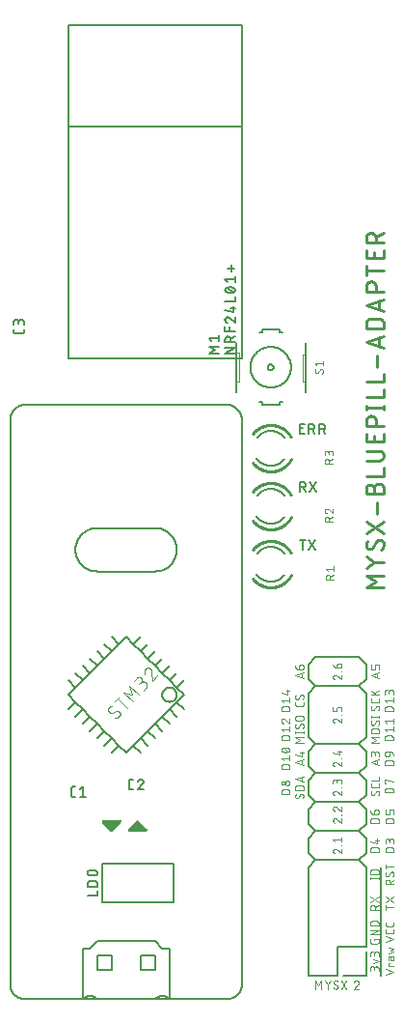
<source format=gto>
G04 EAGLE Gerber RS-274X export*
G75*
%MOMM*%
%FSLAX34Y34*%
%LPD*%
%INtop_silk*%
%IPPOS*%
%AMOC8*
5,1,8,0,0,1.08239X$1,22.5*%
G01*
%ADD10C,0.228600*%
%ADD11C,0.127000*%
%ADD12C,0.101600*%
%ADD13C,0.152400*%
%ADD14C,0.076200*%
%ADD15C,0.254000*%
%ADD16C,0.050800*%

G36*
X94019Y151650D02*
X94019Y151650D01*
X94122Y151652D01*
X94141Y151659D01*
X94161Y151661D01*
X94256Y151701D01*
X94353Y151737D01*
X94369Y151749D01*
X94387Y151757D01*
X94518Y151862D01*
X102138Y159482D01*
X102181Y159542D01*
X102222Y159584D01*
X102229Y159600D01*
X102251Y159625D01*
X102263Y159655D01*
X102282Y159681D01*
X102309Y159768D01*
X102316Y159787D01*
X102326Y159808D01*
X102326Y159812D01*
X102343Y159853D01*
X102347Y159894D01*
X102354Y159917D01*
X102353Y159949D01*
X102361Y160020D01*
X102361Y161290D01*
X102358Y161310D01*
X102360Y161329D01*
X102338Y161431D01*
X102322Y161533D01*
X102312Y161550D01*
X102308Y161570D01*
X102255Y161659D01*
X102206Y161750D01*
X102192Y161764D01*
X102182Y161781D01*
X102103Y161848D01*
X102028Y161920D01*
X102010Y161928D01*
X101995Y161941D01*
X101899Y161980D01*
X101805Y162023D01*
X101785Y162025D01*
X101767Y162033D01*
X101600Y162051D01*
X86360Y162051D01*
X86340Y162048D01*
X86321Y162050D01*
X86219Y162028D01*
X86117Y162012D01*
X86100Y162002D01*
X86080Y161998D01*
X85991Y161945D01*
X85900Y161896D01*
X85886Y161882D01*
X85869Y161872D01*
X85802Y161793D01*
X85731Y161718D01*
X85722Y161700D01*
X85709Y161685D01*
X85670Y161589D01*
X85627Y161495D01*
X85625Y161475D01*
X85617Y161457D01*
X85599Y161290D01*
X85599Y160020D01*
X85614Y159930D01*
X85621Y159839D01*
X85633Y159809D01*
X85639Y159777D01*
X85658Y159741D01*
X85660Y159733D01*
X85681Y159696D01*
X85717Y159613D01*
X85743Y159581D01*
X85754Y159560D01*
X85775Y159540D01*
X85786Y159522D01*
X85799Y159510D01*
X85822Y159482D01*
X93442Y151862D01*
X93458Y151850D01*
X93470Y151835D01*
X93558Y151778D01*
X93641Y151718D01*
X93660Y151712D01*
X93677Y151702D01*
X93778Y151676D01*
X93877Y151646D01*
X93896Y151646D01*
X93916Y151641D01*
X94019Y151650D01*
G37*
G36*
X124480Y151642D02*
X124480Y151642D01*
X124499Y151640D01*
X124601Y151662D01*
X124703Y151679D01*
X124720Y151688D01*
X124740Y151692D01*
X124829Y151745D01*
X124920Y151794D01*
X124934Y151808D01*
X124951Y151818D01*
X125018Y151897D01*
X125090Y151972D01*
X125098Y151990D01*
X125111Y152005D01*
X125150Y152101D01*
X125193Y152195D01*
X125195Y152215D01*
X125203Y152233D01*
X125221Y152400D01*
X125221Y153670D01*
X125207Y153760D01*
X125199Y153851D01*
X125187Y153881D01*
X125182Y153913D01*
X125139Y153993D01*
X125103Y154077D01*
X125077Y154109D01*
X125066Y154130D01*
X125043Y154152D01*
X124998Y154208D01*
X117378Y161828D01*
X117362Y161840D01*
X117350Y161855D01*
X117262Y161912D01*
X117179Y161972D01*
X117160Y161978D01*
X117143Y161988D01*
X117042Y162014D01*
X116943Y162044D01*
X116924Y162044D01*
X116904Y162049D01*
X116801Y162041D01*
X116698Y162038D01*
X116679Y162031D01*
X116659Y162029D01*
X116564Y161989D01*
X116467Y161953D01*
X116451Y161941D01*
X116433Y161933D01*
X116302Y161828D01*
X108682Y154208D01*
X108629Y154134D01*
X108569Y154065D01*
X108557Y154035D01*
X108538Y154009D01*
X108511Y153922D01*
X108477Y153837D01*
X108473Y153796D01*
X108466Y153773D01*
X108467Y153741D01*
X108459Y153670D01*
X108459Y152400D01*
X108462Y152380D01*
X108460Y152361D01*
X108482Y152259D01*
X108499Y152157D01*
X108508Y152140D01*
X108512Y152120D01*
X108565Y152031D01*
X108614Y151940D01*
X108628Y151926D01*
X108638Y151909D01*
X108717Y151842D01*
X108792Y151771D01*
X108810Y151762D01*
X108825Y151749D01*
X108921Y151710D01*
X109015Y151667D01*
X109035Y151665D01*
X109053Y151657D01*
X109220Y151639D01*
X124460Y151639D01*
X124480Y151642D01*
G37*
D10*
X332867Y365633D02*
X317373Y365633D01*
X325981Y370798D01*
X317373Y375962D01*
X332867Y375962D01*
X324690Y387992D02*
X317373Y382827D01*
X324690Y387992D02*
X317373Y393157D01*
X324690Y387992D02*
X332867Y387992D01*
X332867Y403963D02*
X332865Y404078D01*
X332859Y404193D01*
X332850Y404308D01*
X332836Y404422D01*
X332819Y404536D01*
X332798Y404649D01*
X332773Y404761D01*
X332745Y404873D01*
X332712Y404983D01*
X332676Y405092D01*
X332637Y405200D01*
X332594Y405307D01*
X332547Y405412D01*
X332497Y405516D01*
X332443Y405618D01*
X332386Y405718D01*
X332326Y405816D01*
X332263Y405912D01*
X332196Y406005D01*
X332126Y406097D01*
X332053Y406186D01*
X331978Y406273D01*
X331899Y406357D01*
X331818Y406438D01*
X331734Y406517D01*
X331647Y406592D01*
X331558Y406665D01*
X331466Y406735D01*
X331373Y406802D01*
X331277Y406865D01*
X331179Y406925D01*
X331079Y406982D01*
X330977Y407036D01*
X330873Y407086D01*
X330768Y407133D01*
X330661Y407176D01*
X330553Y407215D01*
X330444Y407251D01*
X330334Y407284D01*
X330222Y407312D01*
X330110Y407337D01*
X329997Y407358D01*
X329883Y407375D01*
X329769Y407389D01*
X329654Y407398D01*
X329539Y407404D01*
X329424Y407406D01*
X332867Y403963D02*
X332865Y403789D01*
X332859Y403615D01*
X332848Y403441D01*
X332834Y403268D01*
X332815Y403095D01*
X332792Y402922D01*
X332765Y402750D01*
X332734Y402579D01*
X332699Y402409D01*
X332660Y402239D01*
X332617Y402071D01*
X332569Y401903D01*
X332518Y401737D01*
X332463Y401572D01*
X332404Y401408D01*
X332340Y401246D01*
X332274Y401085D01*
X332203Y400926D01*
X332128Y400769D01*
X332050Y400613D01*
X331968Y400460D01*
X331882Y400308D01*
X331793Y400159D01*
X331700Y400012D01*
X331604Y399867D01*
X331504Y399724D01*
X331401Y399584D01*
X331295Y399446D01*
X331185Y399311D01*
X331072Y399179D01*
X330956Y399049D01*
X330837Y398922D01*
X330715Y398798D01*
X320816Y399229D02*
X320701Y399231D01*
X320586Y399237D01*
X320471Y399246D01*
X320357Y399260D01*
X320243Y399277D01*
X320130Y399298D01*
X320018Y399323D01*
X319906Y399351D01*
X319796Y399384D01*
X319687Y399420D01*
X319579Y399459D01*
X319472Y399502D01*
X319367Y399549D01*
X319263Y399599D01*
X319161Y399653D01*
X319061Y399710D01*
X318963Y399770D01*
X318867Y399833D01*
X318774Y399900D01*
X318682Y399970D01*
X318593Y400043D01*
X318506Y400118D01*
X318422Y400197D01*
X318341Y400278D01*
X318262Y400362D01*
X318187Y400449D01*
X318114Y400538D01*
X318044Y400630D01*
X317977Y400723D01*
X317914Y400819D01*
X317854Y400917D01*
X317797Y401017D01*
X317743Y401119D01*
X317693Y401223D01*
X317646Y401328D01*
X317603Y401435D01*
X317564Y401543D01*
X317528Y401652D01*
X317495Y401762D01*
X317467Y401874D01*
X317442Y401986D01*
X317421Y402099D01*
X317404Y402213D01*
X317390Y402327D01*
X317381Y402442D01*
X317375Y402557D01*
X317373Y402672D01*
X317375Y402832D01*
X317381Y402991D01*
X317391Y403151D01*
X317405Y403310D01*
X317422Y403469D01*
X317444Y403627D01*
X317470Y403785D01*
X317499Y403942D01*
X317533Y404098D01*
X317570Y404254D01*
X317611Y404408D01*
X317656Y404561D01*
X317704Y404714D01*
X317757Y404865D01*
X317813Y405014D01*
X317873Y405162D01*
X317936Y405309D01*
X318003Y405454D01*
X318074Y405597D01*
X318148Y405739D01*
X318226Y405879D01*
X318307Y406016D01*
X318391Y406152D01*
X318479Y406285D01*
X318570Y406417D01*
X318664Y406546D01*
X323829Y400951D02*
X323768Y400851D01*
X323703Y400753D01*
X323636Y400657D01*
X323565Y400564D01*
X323491Y400473D01*
X323414Y400385D01*
X323334Y400299D01*
X323251Y400216D01*
X323166Y400136D01*
X323078Y400059D01*
X322987Y399985D01*
X322894Y399914D01*
X322799Y399846D01*
X322701Y399781D01*
X322602Y399719D01*
X322500Y399661D01*
X322396Y399606D01*
X322291Y399555D01*
X322184Y399508D01*
X322075Y399464D01*
X321965Y399423D01*
X321854Y399387D01*
X321742Y399354D01*
X321628Y399325D01*
X321514Y399299D01*
X321399Y399278D01*
X321283Y399260D01*
X321167Y399247D01*
X321050Y399237D01*
X320933Y399231D01*
X320816Y399229D01*
X326411Y405684D02*
X326472Y405784D01*
X326537Y405882D01*
X326605Y405978D01*
X326675Y406071D01*
X326749Y406162D01*
X326826Y406250D01*
X326906Y406336D01*
X326989Y406419D01*
X327074Y406499D01*
X327162Y406576D01*
X327253Y406650D01*
X327346Y406722D01*
X327441Y406790D01*
X327539Y406854D01*
X327638Y406916D01*
X327740Y406974D01*
X327844Y407029D01*
X327949Y407080D01*
X328056Y407127D01*
X328165Y407171D01*
X328275Y407212D01*
X328386Y407248D01*
X328498Y407281D01*
X328612Y407310D01*
X328726Y407336D01*
X328841Y407357D01*
X328957Y407375D01*
X329073Y407388D01*
X329190Y407398D01*
X329307Y407404D01*
X329424Y407406D01*
X326411Y405685D02*
X323829Y400950D01*
X332867Y413048D02*
X317373Y423377D01*
X317373Y413048D02*
X332867Y423377D01*
X326842Y429721D02*
X326842Y440050D01*
X324259Y448051D02*
X324259Y452355D01*
X324261Y452485D01*
X324267Y452615D01*
X324277Y452745D01*
X324290Y452874D01*
X324308Y453003D01*
X324329Y453131D01*
X324355Y453258D01*
X324384Y453385D01*
X324417Y453511D01*
X324454Y453635D01*
X324494Y453759D01*
X324539Y453881D01*
X324587Y454002D01*
X324638Y454121D01*
X324693Y454239D01*
X324752Y454355D01*
X324814Y454469D01*
X324880Y454582D01*
X324949Y454692D01*
X325021Y454800D01*
X325096Y454906D01*
X325175Y455009D01*
X325257Y455110D01*
X325341Y455209D01*
X325429Y455305D01*
X325520Y455398D01*
X325613Y455489D01*
X325709Y455577D01*
X325808Y455661D01*
X325909Y455743D01*
X326012Y455822D01*
X326118Y455897D01*
X326226Y455969D01*
X326336Y456038D01*
X326449Y456104D01*
X326563Y456166D01*
X326679Y456225D01*
X326797Y456280D01*
X326916Y456331D01*
X327037Y456379D01*
X327159Y456424D01*
X327283Y456464D01*
X327407Y456501D01*
X327533Y456534D01*
X327660Y456563D01*
X327787Y456589D01*
X327915Y456610D01*
X328044Y456628D01*
X328173Y456641D01*
X328303Y456651D01*
X328433Y456657D01*
X328563Y456659D01*
X328693Y456657D01*
X328823Y456651D01*
X328953Y456641D01*
X329082Y456628D01*
X329211Y456610D01*
X329339Y456589D01*
X329466Y456563D01*
X329593Y456534D01*
X329719Y456501D01*
X329843Y456464D01*
X329967Y456424D01*
X330089Y456379D01*
X330210Y456331D01*
X330329Y456280D01*
X330447Y456225D01*
X330563Y456166D01*
X330677Y456104D01*
X330790Y456038D01*
X330900Y455969D01*
X331008Y455897D01*
X331114Y455822D01*
X331217Y455743D01*
X331318Y455661D01*
X331417Y455577D01*
X331513Y455489D01*
X331606Y455398D01*
X331697Y455305D01*
X331785Y455209D01*
X331869Y455110D01*
X331951Y455009D01*
X332030Y454906D01*
X332105Y454800D01*
X332177Y454692D01*
X332246Y454582D01*
X332312Y454469D01*
X332374Y454355D01*
X332433Y454239D01*
X332488Y454121D01*
X332539Y454002D01*
X332587Y453881D01*
X332632Y453759D01*
X332672Y453635D01*
X332709Y453511D01*
X332742Y453385D01*
X332771Y453258D01*
X332797Y453131D01*
X332818Y453003D01*
X332836Y452874D01*
X332849Y452745D01*
X332859Y452615D01*
X332865Y452485D01*
X332867Y452355D01*
X332867Y448051D01*
X317373Y448051D01*
X317373Y452355D01*
X317375Y452471D01*
X317381Y452587D01*
X317391Y452703D01*
X317404Y452819D01*
X317422Y452934D01*
X317443Y453048D01*
X317469Y453162D01*
X317498Y453274D01*
X317531Y453386D01*
X317568Y453496D01*
X317608Y453605D01*
X317652Y453713D01*
X317700Y453819D01*
X317751Y453923D01*
X317806Y454026D01*
X317864Y454127D01*
X317925Y454225D01*
X317990Y454322D01*
X318058Y454416D01*
X318129Y454508D01*
X318204Y454598D01*
X318281Y454685D01*
X318361Y454769D01*
X318444Y454850D01*
X318530Y454929D01*
X318618Y455005D01*
X318709Y455078D01*
X318802Y455147D01*
X318897Y455214D01*
X318995Y455277D01*
X319095Y455337D01*
X319196Y455393D01*
X319300Y455446D01*
X319405Y455496D01*
X319512Y455541D01*
X319620Y455584D01*
X319730Y455622D01*
X319841Y455657D01*
X319953Y455688D01*
X320066Y455715D01*
X320180Y455739D01*
X320295Y455758D01*
X320410Y455774D01*
X320526Y455786D01*
X320642Y455794D01*
X320758Y455798D01*
X320874Y455798D01*
X320990Y455794D01*
X321106Y455786D01*
X321222Y455774D01*
X321337Y455758D01*
X321452Y455739D01*
X321566Y455715D01*
X321679Y455688D01*
X321791Y455657D01*
X321902Y455622D01*
X322012Y455584D01*
X322120Y455541D01*
X322227Y455496D01*
X322332Y455446D01*
X322436Y455393D01*
X322538Y455337D01*
X322637Y455277D01*
X322735Y455214D01*
X322830Y455147D01*
X322923Y455078D01*
X323014Y455005D01*
X323102Y454929D01*
X323188Y454850D01*
X323271Y454769D01*
X323351Y454685D01*
X323428Y454598D01*
X323503Y454508D01*
X323574Y454416D01*
X323642Y454322D01*
X323707Y454225D01*
X323768Y454127D01*
X323826Y454026D01*
X323881Y453923D01*
X323932Y453819D01*
X323980Y453713D01*
X324024Y453605D01*
X324064Y453496D01*
X324101Y453386D01*
X324134Y453274D01*
X324163Y453162D01*
X324189Y453048D01*
X324210Y452934D01*
X324228Y452819D01*
X324241Y452703D01*
X324251Y452587D01*
X324257Y452471D01*
X324259Y452355D01*
X317373Y463446D02*
X332867Y463446D01*
X332867Y470333D01*
X328563Y476954D02*
X317373Y476954D01*
X328563Y476954D02*
X328693Y476956D01*
X328823Y476962D01*
X328953Y476972D01*
X329082Y476985D01*
X329211Y477003D01*
X329339Y477024D01*
X329466Y477050D01*
X329593Y477079D01*
X329719Y477112D01*
X329843Y477149D01*
X329967Y477189D01*
X330089Y477234D01*
X330210Y477282D01*
X330329Y477333D01*
X330447Y477388D01*
X330563Y477447D01*
X330677Y477509D01*
X330790Y477575D01*
X330900Y477644D01*
X331008Y477716D01*
X331114Y477791D01*
X331217Y477870D01*
X331318Y477952D01*
X331417Y478036D01*
X331513Y478124D01*
X331606Y478215D01*
X331697Y478308D01*
X331785Y478404D01*
X331869Y478503D01*
X331951Y478604D01*
X332030Y478707D01*
X332105Y478813D01*
X332177Y478921D01*
X332246Y479031D01*
X332312Y479144D01*
X332374Y479258D01*
X332433Y479374D01*
X332488Y479492D01*
X332539Y479611D01*
X332587Y479732D01*
X332632Y479854D01*
X332672Y479978D01*
X332709Y480102D01*
X332742Y480228D01*
X332771Y480355D01*
X332797Y480482D01*
X332818Y480610D01*
X332836Y480739D01*
X332849Y480868D01*
X332859Y480998D01*
X332865Y481128D01*
X332867Y481258D01*
X332865Y481388D01*
X332859Y481518D01*
X332849Y481648D01*
X332836Y481777D01*
X332818Y481906D01*
X332797Y482034D01*
X332771Y482161D01*
X332742Y482288D01*
X332709Y482414D01*
X332672Y482538D01*
X332632Y482662D01*
X332587Y482784D01*
X332539Y482905D01*
X332488Y483024D01*
X332433Y483142D01*
X332374Y483258D01*
X332312Y483372D01*
X332246Y483485D01*
X332177Y483595D01*
X332105Y483703D01*
X332030Y483809D01*
X331951Y483912D01*
X331869Y484013D01*
X331785Y484112D01*
X331697Y484208D01*
X331606Y484301D01*
X331513Y484392D01*
X331417Y484480D01*
X331318Y484564D01*
X331217Y484646D01*
X331114Y484725D01*
X331008Y484800D01*
X330900Y484872D01*
X330790Y484941D01*
X330677Y485007D01*
X330563Y485069D01*
X330447Y485128D01*
X330329Y485183D01*
X330210Y485234D01*
X330089Y485282D01*
X329967Y485327D01*
X329843Y485367D01*
X329719Y485404D01*
X329593Y485437D01*
X329466Y485466D01*
X329339Y485492D01*
X329211Y485513D01*
X329082Y485531D01*
X328953Y485544D01*
X328823Y485554D01*
X328693Y485560D01*
X328563Y485562D01*
X317373Y485562D01*
X332867Y493667D02*
X332867Y500553D01*
X332867Y493667D02*
X317373Y493667D01*
X317373Y500553D01*
X324259Y498831D02*
X324259Y493667D01*
X317373Y507450D02*
X332867Y507450D01*
X317373Y507450D02*
X317373Y511754D01*
X317375Y511884D01*
X317381Y512014D01*
X317391Y512144D01*
X317404Y512273D01*
X317422Y512402D01*
X317443Y512530D01*
X317469Y512657D01*
X317498Y512784D01*
X317531Y512910D01*
X317568Y513034D01*
X317608Y513158D01*
X317653Y513280D01*
X317701Y513401D01*
X317752Y513520D01*
X317807Y513638D01*
X317866Y513754D01*
X317928Y513868D01*
X317994Y513981D01*
X318063Y514091D01*
X318135Y514199D01*
X318210Y514305D01*
X318289Y514408D01*
X318371Y514509D01*
X318455Y514608D01*
X318543Y514704D01*
X318634Y514797D01*
X318727Y514888D01*
X318823Y514976D01*
X318922Y515060D01*
X319023Y515142D01*
X319126Y515221D01*
X319232Y515296D01*
X319340Y515368D01*
X319450Y515437D01*
X319563Y515503D01*
X319677Y515565D01*
X319793Y515624D01*
X319911Y515679D01*
X320030Y515730D01*
X320151Y515778D01*
X320273Y515823D01*
X320397Y515863D01*
X320521Y515900D01*
X320647Y515933D01*
X320774Y515962D01*
X320901Y515988D01*
X321029Y516009D01*
X321158Y516027D01*
X321287Y516040D01*
X321417Y516050D01*
X321547Y516056D01*
X321677Y516058D01*
X321807Y516056D01*
X321937Y516050D01*
X322067Y516040D01*
X322196Y516027D01*
X322325Y516009D01*
X322453Y515988D01*
X322580Y515962D01*
X322707Y515933D01*
X322833Y515900D01*
X322957Y515863D01*
X323081Y515823D01*
X323203Y515778D01*
X323324Y515730D01*
X323443Y515679D01*
X323561Y515624D01*
X323677Y515565D01*
X323791Y515503D01*
X323904Y515437D01*
X324014Y515368D01*
X324122Y515296D01*
X324228Y515221D01*
X324331Y515142D01*
X324432Y515060D01*
X324531Y514976D01*
X324627Y514888D01*
X324720Y514797D01*
X324811Y514704D01*
X324899Y514608D01*
X324983Y514509D01*
X325065Y514408D01*
X325144Y514305D01*
X325219Y514199D01*
X325291Y514091D01*
X325360Y513981D01*
X325426Y513868D01*
X325488Y513754D01*
X325547Y513638D01*
X325602Y513520D01*
X325653Y513401D01*
X325701Y513280D01*
X325746Y513158D01*
X325786Y513034D01*
X325823Y512910D01*
X325856Y512784D01*
X325885Y512657D01*
X325911Y512530D01*
X325932Y512402D01*
X325950Y512273D01*
X325963Y512144D01*
X325973Y512014D01*
X325979Y511884D01*
X325981Y511754D01*
X325981Y507450D01*
X332867Y523463D02*
X317373Y523463D01*
X332867Y521741D02*
X332867Y525184D01*
X317373Y525184D02*
X317373Y521741D01*
X317373Y532224D02*
X332867Y532224D01*
X332867Y539110D01*
X332867Y545771D02*
X317373Y545771D01*
X332867Y545771D02*
X332867Y552657D01*
X326842Y558939D02*
X326842Y569268D01*
X332867Y575612D02*
X317373Y580777D01*
X332867Y585942D01*
X328994Y584651D02*
X328994Y576904D01*
X332867Y592625D02*
X317373Y592625D01*
X317373Y596929D01*
X317375Y597059D01*
X317381Y597189D01*
X317391Y597319D01*
X317404Y597448D01*
X317422Y597577D01*
X317444Y597705D01*
X317469Y597832D01*
X317498Y597959D01*
X317531Y598085D01*
X317568Y598209D01*
X317608Y598333D01*
X317653Y598455D01*
X317701Y598576D01*
X317752Y598695D01*
X317807Y598813D01*
X317866Y598929D01*
X317928Y599043D01*
X317994Y599156D01*
X318063Y599266D01*
X318135Y599374D01*
X318210Y599480D01*
X318289Y599583D01*
X318371Y599684D01*
X318455Y599783D01*
X318543Y599879D01*
X318634Y599972D01*
X318727Y600063D01*
X318823Y600151D01*
X318922Y600235D01*
X319023Y600317D01*
X319126Y600396D01*
X319232Y600471D01*
X319340Y600543D01*
X319450Y600612D01*
X319563Y600678D01*
X319677Y600740D01*
X319793Y600799D01*
X319911Y600854D01*
X320030Y600905D01*
X320151Y600953D01*
X320273Y600998D01*
X320397Y601038D01*
X320521Y601075D01*
X320647Y601108D01*
X320774Y601137D01*
X320901Y601163D01*
X321029Y601184D01*
X321158Y601202D01*
X321288Y601215D01*
X321417Y601225D01*
X321547Y601231D01*
X321677Y601233D01*
X328563Y601233D01*
X328693Y601231D01*
X328823Y601225D01*
X328953Y601215D01*
X329082Y601202D01*
X329211Y601184D01*
X329339Y601163D01*
X329466Y601137D01*
X329593Y601108D01*
X329719Y601075D01*
X329843Y601038D01*
X329967Y600998D01*
X330089Y600953D01*
X330210Y600905D01*
X330329Y600854D01*
X330447Y600799D01*
X330563Y600740D01*
X330677Y600678D01*
X330790Y600612D01*
X330900Y600543D01*
X331008Y600471D01*
X331114Y600396D01*
X331217Y600317D01*
X331318Y600235D01*
X331417Y600151D01*
X331513Y600063D01*
X331606Y599972D01*
X331697Y599879D01*
X331785Y599783D01*
X331869Y599684D01*
X331951Y599583D01*
X332030Y599480D01*
X332105Y599374D01*
X332177Y599266D01*
X332246Y599156D01*
X332312Y599043D01*
X332374Y598929D01*
X332433Y598813D01*
X332488Y598695D01*
X332539Y598576D01*
X332587Y598455D01*
X332632Y598333D01*
X332672Y598209D01*
X332709Y598085D01*
X332742Y597959D01*
X332771Y597832D01*
X332797Y597705D01*
X332818Y597577D01*
X332836Y597448D01*
X332849Y597319D01*
X332859Y597189D01*
X332865Y597059D01*
X332867Y596929D01*
X332867Y592625D01*
X332867Y607917D02*
X317373Y613082D01*
X332867Y618246D01*
X328994Y616955D02*
X328994Y609208D01*
X332867Y625205D02*
X317373Y625205D01*
X317373Y629509D01*
X317375Y629639D01*
X317381Y629769D01*
X317391Y629899D01*
X317404Y630028D01*
X317422Y630157D01*
X317443Y630285D01*
X317469Y630412D01*
X317498Y630539D01*
X317531Y630665D01*
X317568Y630789D01*
X317608Y630913D01*
X317653Y631035D01*
X317701Y631156D01*
X317752Y631275D01*
X317807Y631393D01*
X317866Y631509D01*
X317928Y631623D01*
X317994Y631736D01*
X318063Y631846D01*
X318135Y631954D01*
X318210Y632060D01*
X318289Y632163D01*
X318371Y632264D01*
X318455Y632363D01*
X318543Y632459D01*
X318634Y632552D01*
X318727Y632643D01*
X318823Y632731D01*
X318922Y632815D01*
X319023Y632897D01*
X319126Y632976D01*
X319232Y633051D01*
X319340Y633123D01*
X319450Y633192D01*
X319563Y633258D01*
X319677Y633320D01*
X319793Y633379D01*
X319911Y633434D01*
X320030Y633485D01*
X320151Y633533D01*
X320273Y633578D01*
X320397Y633618D01*
X320521Y633655D01*
X320647Y633688D01*
X320774Y633717D01*
X320901Y633743D01*
X321029Y633764D01*
X321158Y633782D01*
X321287Y633795D01*
X321417Y633805D01*
X321547Y633811D01*
X321677Y633813D01*
X321807Y633811D01*
X321937Y633805D01*
X322067Y633795D01*
X322196Y633782D01*
X322325Y633764D01*
X322453Y633743D01*
X322580Y633717D01*
X322707Y633688D01*
X322833Y633655D01*
X322957Y633618D01*
X323081Y633578D01*
X323203Y633533D01*
X323324Y633485D01*
X323443Y633434D01*
X323561Y633379D01*
X323677Y633320D01*
X323791Y633258D01*
X323904Y633192D01*
X324014Y633123D01*
X324122Y633051D01*
X324228Y632976D01*
X324331Y632897D01*
X324432Y632815D01*
X324531Y632731D01*
X324627Y632643D01*
X324720Y632552D01*
X324811Y632459D01*
X324899Y632363D01*
X324983Y632264D01*
X325065Y632163D01*
X325144Y632060D01*
X325219Y631954D01*
X325291Y631846D01*
X325360Y631736D01*
X325426Y631623D01*
X325488Y631509D01*
X325547Y631393D01*
X325602Y631275D01*
X325653Y631156D01*
X325701Y631035D01*
X325746Y630913D01*
X325786Y630789D01*
X325823Y630665D01*
X325856Y630539D01*
X325885Y630412D01*
X325911Y630285D01*
X325932Y630157D01*
X325950Y630028D01*
X325963Y629899D01*
X325973Y629769D01*
X325979Y629639D01*
X325981Y629509D01*
X325981Y625205D01*
X332867Y643302D02*
X317373Y643302D01*
X317373Y638998D02*
X317373Y647606D01*
X332867Y654147D02*
X332867Y661033D01*
X332867Y654147D02*
X317373Y654147D01*
X317373Y661033D01*
X324259Y659312D02*
X324259Y654147D01*
X317373Y667775D02*
X332867Y667775D01*
X317373Y667775D02*
X317373Y672079D01*
X317375Y672209D01*
X317381Y672339D01*
X317391Y672469D01*
X317404Y672598D01*
X317422Y672727D01*
X317443Y672855D01*
X317469Y672982D01*
X317498Y673109D01*
X317531Y673235D01*
X317568Y673359D01*
X317608Y673483D01*
X317653Y673605D01*
X317701Y673726D01*
X317752Y673845D01*
X317807Y673963D01*
X317866Y674079D01*
X317928Y674193D01*
X317994Y674306D01*
X318063Y674416D01*
X318135Y674524D01*
X318210Y674630D01*
X318289Y674733D01*
X318371Y674834D01*
X318455Y674933D01*
X318543Y675029D01*
X318634Y675122D01*
X318727Y675213D01*
X318823Y675301D01*
X318922Y675385D01*
X319023Y675467D01*
X319126Y675546D01*
X319232Y675621D01*
X319340Y675693D01*
X319450Y675762D01*
X319563Y675828D01*
X319677Y675890D01*
X319793Y675949D01*
X319911Y676004D01*
X320030Y676055D01*
X320151Y676103D01*
X320273Y676148D01*
X320397Y676188D01*
X320521Y676225D01*
X320647Y676258D01*
X320774Y676287D01*
X320901Y676313D01*
X321029Y676334D01*
X321158Y676352D01*
X321287Y676365D01*
X321417Y676375D01*
X321547Y676381D01*
X321677Y676383D01*
X321807Y676381D01*
X321937Y676375D01*
X322067Y676365D01*
X322196Y676352D01*
X322325Y676334D01*
X322453Y676313D01*
X322580Y676287D01*
X322707Y676258D01*
X322833Y676225D01*
X322957Y676188D01*
X323081Y676148D01*
X323203Y676103D01*
X323324Y676055D01*
X323443Y676004D01*
X323561Y675949D01*
X323677Y675890D01*
X323791Y675828D01*
X323904Y675762D01*
X324014Y675693D01*
X324122Y675621D01*
X324228Y675546D01*
X324331Y675467D01*
X324432Y675385D01*
X324531Y675301D01*
X324627Y675213D01*
X324720Y675122D01*
X324811Y675029D01*
X324899Y674933D01*
X324983Y674834D01*
X325065Y674733D01*
X325144Y674630D01*
X325219Y674524D01*
X325291Y674416D01*
X325360Y674306D01*
X325426Y674193D01*
X325488Y674079D01*
X325547Y673963D01*
X325602Y673845D01*
X325653Y673726D01*
X325701Y673605D01*
X325746Y673483D01*
X325786Y673359D01*
X325823Y673235D01*
X325856Y673109D01*
X325885Y672982D01*
X325911Y672855D01*
X325932Y672727D01*
X325950Y672598D01*
X325963Y672469D01*
X325973Y672339D01*
X325979Y672209D01*
X325981Y672079D01*
X325981Y667775D01*
X325981Y672940D02*
X332867Y676383D01*
D11*
X144780Y5080D02*
X132080Y5080D01*
X81280Y5080D02*
X68580Y5080D01*
X144780Y5080D02*
X144780Y49530D01*
X138430Y49530D01*
X132080Y55880D01*
X81280Y55880D01*
X74930Y49530D01*
X68580Y49530D01*
X68580Y5080D01*
X151130Y265430D02*
X157480Y271780D01*
X151130Y265430D02*
X144780Y259080D01*
X138430Y252730D01*
X132080Y246380D01*
X125730Y240030D01*
X119380Y233680D01*
X113030Y227330D01*
X106680Y220980D01*
X100330Y227330D01*
X93980Y233680D01*
X87630Y240030D01*
X81280Y246380D01*
X74930Y252730D01*
X68580Y259080D01*
X62230Y265430D01*
X55880Y271780D01*
X62230Y278130D01*
X68580Y284480D01*
X74930Y290830D01*
X81280Y297180D01*
X87630Y303530D01*
X93980Y309880D01*
X100330Y316230D01*
X106680Y322580D01*
X113030Y316230D01*
X119380Y309880D01*
X125730Y303530D01*
X132080Y297180D01*
X138430Y290830D01*
X144780Y284480D01*
X151130Y278130D01*
X157480Y271780D01*
D12*
X100677Y256722D02*
X100748Y256652D01*
X100816Y256580D01*
X100881Y256505D01*
X100944Y256428D01*
X101003Y256348D01*
X101060Y256266D01*
X101113Y256182D01*
X101163Y256096D01*
X101209Y256008D01*
X101252Y255919D01*
X101292Y255828D01*
X101328Y255735D01*
X101361Y255641D01*
X101390Y255546D01*
X101415Y255450D01*
X101437Y255353D01*
X101455Y255255D01*
X101469Y255156D01*
X101480Y255057D01*
X101486Y254958D01*
X101489Y254859D01*
X101488Y254759D01*
X101483Y254660D01*
X101474Y254561D01*
X101462Y254462D01*
X101446Y254364D01*
X101426Y254267D01*
X101402Y254170D01*
X101375Y254075D01*
X101344Y253980D01*
X101309Y253887D01*
X101271Y253795D01*
X101229Y253705D01*
X101184Y253616D01*
X101136Y253529D01*
X101084Y253444D01*
X101029Y253361D01*
X100971Y253280D01*
X100910Y253202D01*
X100846Y253126D01*
X100779Y253052D01*
X100780Y253051D02*
X100680Y252948D01*
X100577Y252847D01*
X100471Y252749D01*
X100362Y252653D01*
X100251Y252561D01*
X100138Y252472D01*
X100022Y252385D01*
X99905Y252302D01*
X99785Y252221D01*
X99663Y252144D01*
X99539Y252070D01*
X99413Y252000D01*
X99285Y251933D01*
X99155Y251869D01*
X99024Y251808D01*
X98892Y251752D01*
X98757Y251698D01*
X98622Y251648D01*
X98485Y251602D01*
X98347Y251559D01*
X98208Y251520D01*
X98068Y251485D01*
X97928Y251453D01*
X97786Y251425D01*
X97644Y251401D01*
X97501Y251381D01*
X97357Y251364D01*
X97213Y251351D01*
X97069Y251342D01*
X96925Y251337D01*
X91724Y256702D02*
X91653Y256772D01*
X91585Y256844D01*
X91520Y256919D01*
X91457Y256996D01*
X91398Y257076D01*
X91341Y257158D01*
X91288Y257242D01*
X91238Y257328D01*
X91192Y257416D01*
X91149Y257505D01*
X91109Y257596D01*
X91073Y257689D01*
X91040Y257783D01*
X91011Y257878D01*
X90986Y257974D01*
X90964Y258071D01*
X90946Y258169D01*
X90932Y258268D01*
X90921Y258367D01*
X90915Y258466D01*
X90912Y258565D01*
X90913Y258665D01*
X90918Y258764D01*
X90927Y258863D01*
X90939Y258962D01*
X90955Y259060D01*
X90975Y259157D01*
X90999Y259254D01*
X91026Y259350D01*
X91057Y259444D01*
X91092Y259537D01*
X91130Y259629D01*
X91172Y259719D01*
X91217Y259808D01*
X91265Y259895D01*
X91317Y259980D01*
X91372Y260063D01*
X91430Y260144D01*
X91491Y260222D01*
X91555Y260298D01*
X91622Y260372D01*
X91717Y260469D01*
X91815Y260564D01*
X91915Y260656D01*
X92018Y260746D01*
X92123Y260832D01*
X92231Y260916D01*
X92341Y260996D01*
X92453Y261073D01*
X92567Y261148D01*
X92683Y261218D01*
X92801Y261286D01*
X92922Y261350D01*
X93043Y261411D01*
X93167Y261469D01*
X93292Y261523D01*
X93418Y261573D01*
X93546Y261620D01*
X93675Y261663D01*
X93806Y261703D01*
X93937Y261739D01*
X94069Y261771D01*
X94202Y261800D01*
X94336Y261825D01*
X94267Y256084D02*
X94169Y256058D01*
X94070Y256036D01*
X93970Y256017D01*
X93870Y256002D01*
X93769Y255991D01*
X93668Y255984D01*
X93567Y255981D01*
X93465Y255982D01*
X93364Y255987D01*
X93263Y255995D01*
X93162Y256008D01*
X93062Y256024D01*
X92963Y256044D01*
X92864Y256068D01*
X92767Y256096D01*
X92670Y256127D01*
X92575Y256162D01*
X92482Y256201D01*
X92389Y256243D01*
X92299Y256289D01*
X92210Y256338D01*
X92124Y256391D01*
X92039Y256447D01*
X91957Y256506D01*
X91877Y256568D01*
X91799Y256634D01*
X91724Y256702D01*
X98135Y257340D02*
X98233Y257366D01*
X98332Y257388D01*
X98432Y257407D01*
X98532Y257422D01*
X98633Y257433D01*
X98734Y257440D01*
X98835Y257443D01*
X98937Y257442D01*
X99038Y257437D01*
X99139Y257429D01*
X99240Y257416D01*
X99340Y257400D01*
X99439Y257380D01*
X99538Y257356D01*
X99635Y257328D01*
X99732Y257297D01*
X99827Y257262D01*
X99920Y257223D01*
X100013Y257181D01*
X100103Y257135D01*
X100192Y257086D01*
X100278Y257033D01*
X100363Y256977D01*
X100445Y256918D01*
X100525Y256856D01*
X100603Y256790D01*
X100678Y256722D01*
X98135Y257340D02*
X94267Y256084D01*
X98913Y268082D02*
X107402Y260054D01*
X96683Y265724D02*
X101143Y270440D01*
X104352Y273834D02*
X112841Y265806D01*
X111744Y272204D02*
X104352Y273834D01*
X111744Y272204D02*
X109704Y279493D01*
X118193Y271466D01*
X121926Y275413D02*
X124156Y277771D01*
X124233Y277854D01*
X124306Y277941D01*
X124377Y278029D01*
X124444Y278121D01*
X124508Y278214D01*
X124569Y278310D01*
X124626Y278408D01*
X124680Y278507D01*
X124730Y278609D01*
X124777Y278712D01*
X124820Y278817D01*
X124860Y278923D01*
X124895Y279030D01*
X124927Y279139D01*
X124956Y279249D01*
X124980Y279359D01*
X125000Y279471D01*
X125017Y279583D01*
X125030Y279696D01*
X125038Y279808D01*
X125043Y279922D01*
X125044Y280035D01*
X125041Y280148D01*
X125034Y280261D01*
X125022Y280374D01*
X125008Y280486D01*
X124989Y280598D01*
X124966Y280709D01*
X124939Y280819D01*
X124909Y280928D01*
X124874Y281036D01*
X124836Y281143D01*
X124795Y281248D01*
X124749Y281352D01*
X124700Y281454D01*
X124648Y281555D01*
X124592Y281653D01*
X124533Y281750D01*
X124470Y281844D01*
X124404Y281936D01*
X124335Y282026D01*
X124263Y282113D01*
X124187Y282198D01*
X124109Y282280D01*
X124028Y282359D01*
X123945Y282436D01*
X123858Y282509D01*
X123770Y282580D01*
X123678Y282647D01*
X123585Y282711D01*
X123489Y282772D01*
X123391Y282829D01*
X123292Y282883D01*
X123190Y282933D01*
X123087Y282980D01*
X122982Y283023D01*
X122876Y283063D01*
X122769Y283098D01*
X122660Y283130D01*
X122550Y283159D01*
X122440Y283183D01*
X122328Y283203D01*
X122216Y283220D01*
X122103Y283233D01*
X121991Y283241D01*
X121877Y283246D01*
X121764Y283247D01*
X121651Y283244D01*
X121538Y283237D01*
X121425Y283225D01*
X121313Y283211D01*
X121201Y283192D01*
X121090Y283169D01*
X120980Y283142D01*
X120871Y283112D01*
X120763Y283077D01*
X120656Y283039D01*
X120551Y282998D01*
X120447Y282952D01*
X120345Y282903D01*
X120244Y282851D01*
X120146Y282795D01*
X120049Y282736D01*
X119955Y282673D01*
X119863Y282607D01*
X119773Y282538D01*
X119686Y282466D01*
X119601Y282390D01*
X119519Y282312D01*
X119440Y282231D01*
X116113Y286271D02*
X113437Y283441D01*
X116113Y286271D02*
X116183Y286342D01*
X116257Y286411D01*
X116333Y286478D01*
X116411Y286541D01*
X116492Y286601D01*
X116575Y286658D01*
X116660Y286711D01*
X116747Y286761D01*
X116837Y286808D01*
X116927Y286852D01*
X117020Y286891D01*
X117114Y286927D01*
X117209Y286960D01*
X117306Y286989D01*
X117403Y287014D01*
X117502Y287035D01*
X117601Y287052D01*
X117701Y287066D01*
X117801Y287075D01*
X117901Y287081D01*
X118002Y287083D01*
X118103Y287081D01*
X118203Y287075D01*
X118303Y287065D01*
X118403Y287051D01*
X118502Y287034D01*
X118601Y287012D01*
X118698Y286987D01*
X118795Y286958D01*
X118890Y286925D01*
X118984Y286889D01*
X119076Y286849D01*
X119167Y286806D01*
X119256Y286758D01*
X119343Y286708D01*
X119428Y286654D01*
X119511Y286597D01*
X119592Y286537D01*
X119670Y286474D01*
X119746Y286407D01*
X119819Y286338D01*
X119889Y286266D01*
X119957Y286192D01*
X120022Y286114D01*
X120083Y286035D01*
X120142Y285953D01*
X120197Y285869D01*
X120249Y285782D01*
X120297Y285694D01*
X120342Y285604D01*
X120384Y285512D01*
X120422Y285419D01*
X120456Y285325D01*
X120487Y285229D01*
X120514Y285132D01*
X120537Y285034D01*
X120556Y284935D01*
X120572Y284835D01*
X120583Y284735D01*
X120591Y284635D01*
X120595Y284534D01*
X120594Y284434D01*
X120590Y284333D01*
X120583Y284233D01*
X120571Y284133D01*
X120555Y284033D01*
X120536Y283934D01*
X120512Y283836D01*
X120485Y283740D01*
X120454Y283644D01*
X120420Y283549D01*
X120381Y283456D01*
X120340Y283364D01*
X120294Y283274D01*
X120246Y283186D01*
X120194Y283100D01*
X120138Y283016D01*
X120079Y282934D01*
X120018Y282855D01*
X119953Y282778D01*
X119885Y282703D01*
X119886Y282703D02*
X118102Y280816D01*
X123743Y294339D02*
X123817Y294415D01*
X123895Y294489D01*
X123975Y294559D01*
X124058Y294627D01*
X124143Y294691D01*
X124230Y294752D01*
X124319Y294811D01*
X124411Y294865D01*
X124504Y294917D01*
X124600Y294965D01*
X124697Y295009D01*
X124795Y295050D01*
X124895Y295087D01*
X124996Y295121D01*
X125099Y295151D01*
X125202Y295177D01*
X125307Y295199D01*
X125412Y295218D01*
X125518Y295232D01*
X125624Y295243D01*
X125730Y295250D01*
X125837Y295253D01*
X125943Y295252D01*
X126050Y295247D01*
X126156Y295238D01*
X126262Y295226D01*
X126368Y295209D01*
X126473Y295189D01*
X126576Y295165D01*
X126679Y295137D01*
X126781Y295106D01*
X126882Y295070D01*
X126981Y295031D01*
X127079Y294989D01*
X127175Y294943D01*
X127270Y294893D01*
X127363Y294840D01*
X127453Y294784D01*
X127542Y294724D01*
X127628Y294661D01*
X127712Y294595D01*
X127793Y294526D01*
X127872Y294454D01*
X123743Y294340D02*
X123661Y294250D01*
X123583Y294159D01*
X123507Y294064D01*
X123434Y293967D01*
X123365Y293868D01*
X123298Y293767D01*
X123235Y293664D01*
X123176Y293559D01*
X123119Y293451D01*
X123067Y293343D01*
X123017Y293232D01*
X122972Y293120D01*
X122930Y293006D01*
X122891Y292892D01*
X122857Y292776D01*
X122826Y292659D01*
X122799Y292541D01*
X122776Y292422D01*
X122756Y292303D01*
X122741Y292182D01*
X122729Y292062D01*
X122721Y291941D01*
X122717Y291820D01*
X122718Y291699D01*
X122721Y291578D01*
X122729Y291458D01*
X122741Y291337D01*
X122757Y291217D01*
X122776Y291098D01*
X122799Y290979D01*
X122827Y290861D01*
X122857Y290744D01*
X122892Y290628D01*
X122930Y290513D01*
X122973Y290400D01*
X123018Y290288D01*
X123068Y290177D01*
X123120Y290068D01*
X123177Y289961D01*
X128854Y292186D02*
X128852Y292297D01*
X128845Y292407D01*
X128835Y292517D01*
X128821Y292626D01*
X128804Y292735D01*
X128782Y292844D01*
X128756Y292951D01*
X128727Y293058D01*
X128694Y293163D01*
X128658Y293267D01*
X128617Y293370D01*
X128574Y293471D01*
X128526Y293571D01*
X128475Y293669D01*
X128421Y293765D01*
X128363Y293860D01*
X128302Y293952D01*
X128238Y294042D01*
X128171Y294129D01*
X128101Y294214D01*
X128027Y294297D01*
X127951Y294377D01*
X127872Y294454D01*
X128854Y292186D02*
X129779Y283718D01*
X134239Y288434D01*
D11*
X62230Y278130D02*
X55880Y284480D01*
X62230Y290830D02*
X68580Y284480D01*
X74930Y290830D02*
X68580Y297180D01*
X74930Y303530D02*
X81280Y297180D01*
X87630Y303530D02*
X81280Y309880D01*
X87630Y316230D02*
X93980Y309880D01*
X100330Y316230D02*
X93980Y322580D01*
X113030Y316230D02*
X119380Y322580D01*
X125730Y316230D02*
X119380Y309880D01*
X125730Y303530D02*
X132080Y309880D01*
X138430Y303530D02*
X132080Y297180D01*
X138430Y290830D02*
X144780Y297180D01*
X151130Y290830D02*
X144780Y284480D01*
X144780Y259080D02*
X151130Y252730D01*
X144780Y246380D02*
X138430Y252730D01*
X132080Y246380D02*
X138430Y240030D01*
X132080Y233680D02*
X125730Y240030D01*
X119380Y233680D02*
X125730Y227330D01*
X119380Y220980D02*
X113030Y227330D01*
X100330Y227330D02*
X93980Y220980D01*
X87630Y227330D02*
X93980Y233680D01*
X87630Y240030D02*
X81280Y233680D01*
X74930Y240030D02*
X81280Y246380D01*
X74930Y252730D02*
X68580Y246380D01*
X62230Y252730D02*
X68580Y259080D01*
X68580Y5080D02*
X17780Y5080D01*
X17473Y5084D01*
X17166Y5095D01*
X16860Y5113D01*
X16554Y5139D01*
X16249Y5173D01*
X15945Y5213D01*
X15642Y5261D01*
X15340Y5317D01*
X15040Y5379D01*
X14741Y5449D01*
X14444Y5526D01*
X14148Y5610D01*
X13855Y5702D01*
X13565Y5800D01*
X13277Y5905D01*
X12991Y6018D01*
X12708Y6137D01*
X12428Y6263D01*
X12151Y6395D01*
X11878Y6535D01*
X11608Y6681D01*
X11342Y6833D01*
X11079Y6992D01*
X10820Y7157D01*
X10566Y7328D01*
X10315Y7505D01*
X10069Y7689D01*
X9827Y7878D01*
X9591Y8073D01*
X9358Y8274D01*
X9131Y8480D01*
X8909Y8692D01*
X8692Y8909D01*
X8480Y9131D01*
X8274Y9358D01*
X8073Y9591D01*
X7878Y9827D01*
X7689Y10069D01*
X7505Y10315D01*
X7328Y10566D01*
X7157Y10820D01*
X6992Y11079D01*
X6833Y11342D01*
X6681Y11608D01*
X6535Y11878D01*
X6395Y12151D01*
X6263Y12428D01*
X6137Y12708D01*
X6018Y12991D01*
X5905Y13277D01*
X5800Y13565D01*
X5702Y13855D01*
X5610Y14148D01*
X5526Y14444D01*
X5449Y14741D01*
X5379Y15040D01*
X5317Y15340D01*
X5261Y15642D01*
X5213Y15945D01*
X5173Y16249D01*
X5139Y16554D01*
X5113Y16860D01*
X5095Y17166D01*
X5084Y17473D01*
X5080Y17780D01*
X5080Y513080D01*
X5084Y513387D01*
X5095Y513694D01*
X5113Y514000D01*
X5139Y514306D01*
X5173Y514611D01*
X5213Y514915D01*
X5261Y515218D01*
X5317Y515520D01*
X5379Y515820D01*
X5449Y516119D01*
X5526Y516416D01*
X5610Y516712D01*
X5702Y517005D01*
X5800Y517295D01*
X5905Y517583D01*
X6018Y517869D01*
X6137Y518152D01*
X6263Y518432D01*
X6395Y518709D01*
X6535Y518982D01*
X6681Y519252D01*
X6833Y519518D01*
X6992Y519781D01*
X7157Y520040D01*
X7328Y520294D01*
X7505Y520545D01*
X7689Y520791D01*
X7878Y521033D01*
X8073Y521269D01*
X8274Y521502D01*
X8480Y521729D01*
X8692Y521951D01*
X8909Y522168D01*
X9131Y522380D01*
X9358Y522586D01*
X9591Y522787D01*
X9827Y522982D01*
X10069Y523171D01*
X10315Y523355D01*
X10566Y523532D01*
X10820Y523703D01*
X11079Y523868D01*
X11342Y524027D01*
X11608Y524179D01*
X11878Y524325D01*
X12151Y524465D01*
X12428Y524597D01*
X12708Y524723D01*
X12991Y524842D01*
X13277Y524955D01*
X13565Y525060D01*
X13855Y525158D01*
X14148Y525250D01*
X14444Y525334D01*
X14741Y525411D01*
X15040Y525481D01*
X15340Y525543D01*
X15642Y525599D01*
X15945Y525647D01*
X16249Y525687D01*
X16554Y525721D01*
X16860Y525747D01*
X17166Y525765D01*
X17473Y525776D01*
X17780Y525780D01*
X195580Y525780D01*
X195887Y525776D01*
X196194Y525765D01*
X196500Y525747D01*
X196806Y525721D01*
X197111Y525687D01*
X197415Y525647D01*
X197718Y525599D01*
X198020Y525543D01*
X198320Y525481D01*
X198619Y525411D01*
X198916Y525334D01*
X199212Y525250D01*
X199505Y525158D01*
X199795Y525060D01*
X200083Y524955D01*
X200369Y524842D01*
X200652Y524723D01*
X200932Y524597D01*
X201209Y524465D01*
X201482Y524325D01*
X201752Y524179D01*
X202018Y524027D01*
X202281Y523868D01*
X202540Y523703D01*
X202794Y523532D01*
X203045Y523355D01*
X203291Y523171D01*
X203533Y522982D01*
X203769Y522787D01*
X204002Y522586D01*
X204229Y522380D01*
X204451Y522168D01*
X204668Y521951D01*
X204880Y521729D01*
X205086Y521502D01*
X205287Y521269D01*
X205482Y521033D01*
X205671Y520791D01*
X205855Y520545D01*
X206032Y520294D01*
X206203Y520040D01*
X206368Y519781D01*
X206527Y519518D01*
X206679Y519252D01*
X206825Y518982D01*
X206965Y518709D01*
X207097Y518432D01*
X207223Y518152D01*
X207342Y517869D01*
X207455Y517583D01*
X207560Y517295D01*
X207658Y517005D01*
X207750Y516712D01*
X207834Y516416D01*
X207911Y516119D01*
X207981Y515820D01*
X208043Y515520D01*
X208099Y515218D01*
X208147Y514915D01*
X208187Y514611D01*
X208221Y514306D01*
X208247Y514000D01*
X208265Y513694D01*
X208276Y513387D01*
X208280Y513080D01*
X208280Y17780D01*
X208276Y17473D01*
X208265Y17166D01*
X208247Y16860D01*
X208221Y16554D01*
X208187Y16249D01*
X208147Y15945D01*
X208099Y15642D01*
X208043Y15340D01*
X207981Y15040D01*
X207911Y14741D01*
X207834Y14444D01*
X207750Y14148D01*
X207658Y13855D01*
X207560Y13565D01*
X207455Y13277D01*
X207342Y12991D01*
X207223Y12708D01*
X207097Y12428D01*
X206965Y12151D01*
X206825Y11878D01*
X206679Y11608D01*
X206527Y11342D01*
X206368Y11079D01*
X206203Y10820D01*
X206032Y10566D01*
X205855Y10315D01*
X205671Y10069D01*
X205482Y9827D01*
X205287Y9591D01*
X205086Y9358D01*
X204880Y9131D01*
X204668Y8909D01*
X204451Y8692D01*
X204229Y8480D01*
X204002Y8274D01*
X203769Y8073D01*
X203533Y7878D01*
X203291Y7689D01*
X203045Y7505D01*
X202794Y7328D01*
X202540Y7157D01*
X202281Y6992D01*
X202018Y6833D01*
X201752Y6681D01*
X201482Y6535D01*
X201209Y6395D01*
X200932Y6263D01*
X200652Y6137D01*
X200369Y6018D01*
X200083Y5905D01*
X199795Y5800D01*
X199505Y5702D01*
X199212Y5610D01*
X198916Y5526D01*
X198619Y5449D01*
X198320Y5379D01*
X198020Y5317D01*
X197718Y5261D01*
X197415Y5213D01*
X197111Y5173D01*
X196806Y5139D01*
X196500Y5113D01*
X196194Y5095D01*
X195887Y5084D01*
X195580Y5080D01*
X144780Y5080D01*
X144625Y5231D01*
X144466Y5379D01*
X144303Y5523D01*
X144137Y5663D01*
X143968Y5799D01*
X143796Y5931D01*
X143620Y6058D01*
X143442Y6181D01*
X143260Y6300D01*
X143076Y6415D01*
X142889Y6525D01*
X142699Y6630D01*
X142507Y6731D01*
X142312Y6827D01*
X142116Y6919D01*
X141917Y7006D01*
X141716Y7087D01*
X141513Y7164D01*
X141308Y7236D01*
X141102Y7303D01*
X140894Y7365D01*
X140684Y7422D01*
X140474Y7474D01*
X140262Y7521D01*
X140049Y7563D01*
X139835Y7599D01*
X139620Y7631D01*
X139405Y7657D01*
X139189Y7678D01*
X138972Y7694D01*
X138755Y7704D01*
X138539Y7709D01*
X138321Y7709D01*
X138105Y7704D01*
X137888Y7694D01*
X137671Y7678D01*
X137455Y7657D01*
X137240Y7631D01*
X137025Y7599D01*
X136811Y7563D01*
X136598Y7521D01*
X136386Y7474D01*
X136176Y7422D01*
X135966Y7365D01*
X135758Y7303D01*
X135552Y7236D01*
X135347Y7164D01*
X135144Y7087D01*
X134943Y7006D01*
X134744Y6919D01*
X134548Y6827D01*
X134353Y6731D01*
X134161Y6630D01*
X133971Y6525D01*
X133784Y6415D01*
X133600Y6300D01*
X133418Y6181D01*
X133240Y6058D01*
X133064Y5931D01*
X132892Y5799D01*
X132723Y5663D01*
X132557Y5523D01*
X132394Y5379D01*
X132235Y5231D01*
X132080Y5080D01*
X81280Y5080D01*
X81125Y5231D01*
X80966Y5379D01*
X80803Y5523D01*
X80637Y5663D01*
X80468Y5799D01*
X80296Y5931D01*
X80120Y6058D01*
X79942Y6181D01*
X79760Y6300D01*
X79576Y6415D01*
X79389Y6525D01*
X79199Y6630D01*
X79007Y6731D01*
X78812Y6827D01*
X78616Y6919D01*
X78417Y7006D01*
X78216Y7087D01*
X78013Y7164D01*
X77808Y7236D01*
X77602Y7303D01*
X77394Y7365D01*
X77184Y7422D01*
X76974Y7474D01*
X76762Y7521D01*
X76549Y7563D01*
X76335Y7599D01*
X76120Y7631D01*
X75905Y7657D01*
X75689Y7678D01*
X75472Y7694D01*
X75255Y7704D01*
X75039Y7709D01*
X74821Y7709D01*
X74605Y7704D01*
X74388Y7694D01*
X74171Y7678D01*
X73955Y7657D01*
X73740Y7631D01*
X73525Y7599D01*
X73311Y7563D01*
X73098Y7521D01*
X72886Y7474D01*
X72676Y7422D01*
X72466Y7365D01*
X72258Y7303D01*
X72052Y7236D01*
X71847Y7164D01*
X71644Y7087D01*
X71443Y7006D01*
X71244Y6919D01*
X71048Y6827D01*
X70853Y6731D01*
X70661Y6630D01*
X70471Y6525D01*
X70284Y6415D01*
X70100Y6300D01*
X69918Y6181D01*
X69740Y6058D01*
X69564Y5931D01*
X69392Y5799D01*
X69223Y5663D01*
X69057Y5523D01*
X68894Y5379D01*
X68735Y5231D01*
X68580Y5080D01*
X132080Y30480D02*
X132080Y43180D01*
X119380Y43180D01*
X119380Y30480D01*
X93980Y30480D02*
X93980Y43180D01*
X81280Y43180D01*
X81280Y30480D01*
X119380Y30480D02*
X132080Y30480D01*
X93980Y30480D02*
X81280Y30480D01*
X151130Y278130D02*
X157480Y284480D01*
X151130Y265430D02*
X157480Y259080D01*
X62230Y265430D02*
X55880Y259080D01*
X138430Y271780D02*
X138432Y271939D01*
X138438Y272098D01*
X138448Y272256D01*
X138462Y272415D01*
X138480Y272573D01*
X138501Y272730D01*
X138527Y272887D01*
X138557Y273043D01*
X138590Y273199D01*
X138628Y273353D01*
X138669Y273507D01*
X138714Y273659D01*
X138763Y273810D01*
X138816Y273960D01*
X138872Y274109D01*
X138933Y274256D01*
X138996Y274401D01*
X139064Y274545D01*
X139135Y274688D01*
X139209Y274828D01*
X139287Y274966D01*
X139369Y275103D01*
X139454Y275237D01*
X139542Y275370D01*
X139633Y275500D01*
X139728Y275627D01*
X139826Y275752D01*
X139927Y275875D01*
X140031Y275995D01*
X140138Y276113D01*
X140248Y276228D01*
X140361Y276340D01*
X140476Y276449D01*
X140594Y276555D01*
X140715Y276659D01*
X140839Y276759D01*
X140964Y276856D01*
X141093Y276950D01*
X141223Y277040D01*
X141356Y277128D01*
X141491Y277212D01*
X141628Y277292D01*
X141767Y277370D01*
X141908Y277443D01*
X142050Y277513D01*
X142195Y277580D01*
X142341Y277643D01*
X142488Y277702D01*
X142637Y277758D01*
X142788Y277809D01*
X142939Y277857D01*
X143092Y277901D01*
X143246Y277942D01*
X143400Y277978D01*
X143556Y278011D01*
X143712Y278040D01*
X143869Y278064D01*
X144027Y278085D01*
X144185Y278102D01*
X144343Y278115D01*
X144502Y278124D01*
X144661Y278129D01*
X144820Y278130D01*
X144979Y278127D01*
X145137Y278120D01*
X145296Y278109D01*
X145454Y278094D01*
X145612Y278075D01*
X145769Y278052D01*
X145926Y278026D01*
X146082Y277995D01*
X146237Y277961D01*
X146391Y277922D01*
X146545Y277880D01*
X146697Y277834D01*
X146848Y277784D01*
X146997Y277730D01*
X147146Y277673D01*
X147292Y277612D01*
X147438Y277547D01*
X147581Y277479D01*
X147723Y277407D01*
X147863Y277331D01*
X148001Y277253D01*
X148137Y277170D01*
X148271Y277085D01*
X148402Y276996D01*
X148532Y276903D01*
X148659Y276808D01*
X148783Y276709D01*
X148906Y276607D01*
X149025Y276503D01*
X149142Y276395D01*
X149256Y276284D01*
X149367Y276171D01*
X149476Y276055D01*
X149581Y275936D01*
X149684Y275814D01*
X149783Y275690D01*
X149880Y275564D01*
X149973Y275435D01*
X150063Y275304D01*
X150149Y275170D01*
X150232Y275035D01*
X150312Y274897D01*
X150388Y274758D01*
X150461Y274617D01*
X150530Y274474D01*
X150596Y274329D01*
X150658Y274182D01*
X150716Y274035D01*
X150771Y273885D01*
X150822Y273735D01*
X150869Y273583D01*
X150912Y273430D01*
X150951Y273276D01*
X150987Y273121D01*
X151018Y272965D01*
X151046Y272809D01*
X151070Y272652D01*
X151090Y272494D01*
X151106Y272336D01*
X151118Y272177D01*
X151126Y272018D01*
X151130Y271859D01*
X151130Y271701D01*
X151126Y271542D01*
X151118Y271383D01*
X151106Y271224D01*
X151090Y271066D01*
X151070Y270908D01*
X151046Y270751D01*
X151018Y270595D01*
X150987Y270439D01*
X150951Y270284D01*
X150912Y270130D01*
X150869Y269977D01*
X150822Y269825D01*
X150771Y269675D01*
X150716Y269525D01*
X150658Y269378D01*
X150596Y269231D01*
X150530Y269086D01*
X150461Y268943D01*
X150388Y268802D01*
X150312Y268663D01*
X150232Y268525D01*
X150149Y268390D01*
X150063Y268256D01*
X149973Y268125D01*
X149880Y267996D01*
X149783Y267870D01*
X149684Y267746D01*
X149581Y267624D01*
X149476Y267505D01*
X149367Y267389D01*
X149256Y267276D01*
X149142Y267165D01*
X149025Y267057D01*
X148906Y266953D01*
X148783Y266851D01*
X148659Y266752D01*
X148532Y266657D01*
X148402Y266564D01*
X148271Y266475D01*
X148137Y266390D01*
X148001Y266307D01*
X147863Y266229D01*
X147723Y266153D01*
X147581Y266081D01*
X147438Y266013D01*
X147292Y265948D01*
X147146Y265887D01*
X146997Y265830D01*
X146848Y265776D01*
X146697Y265726D01*
X146545Y265680D01*
X146391Y265638D01*
X146237Y265599D01*
X146082Y265565D01*
X145926Y265534D01*
X145769Y265508D01*
X145612Y265485D01*
X145454Y265466D01*
X145296Y265451D01*
X145137Y265440D01*
X144979Y265433D01*
X144820Y265430D01*
X144661Y265431D01*
X144502Y265436D01*
X144343Y265445D01*
X144185Y265458D01*
X144027Y265475D01*
X143869Y265496D01*
X143712Y265520D01*
X143556Y265549D01*
X143400Y265582D01*
X143246Y265618D01*
X143092Y265659D01*
X142939Y265703D01*
X142788Y265751D01*
X142637Y265802D01*
X142488Y265858D01*
X142341Y265917D01*
X142195Y265980D01*
X142050Y266047D01*
X141908Y266117D01*
X141767Y266190D01*
X141628Y266268D01*
X141491Y266348D01*
X141356Y266432D01*
X141223Y266520D01*
X141093Y266610D01*
X140964Y266704D01*
X140839Y266801D01*
X140715Y266901D01*
X140594Y267005D01*
X140476Y267111D01*
X140361Y267220D01*
X140248Y267332D01*
X140138Y267447D01*
X140031Y267565D01*
X139927Y267685D01*
X139826Y267808D01*
X139728Y267933D01*
X139633Y268060D01*
X139542Y268190D01*
X139454Y268323D01*
X139369Y268457D01*
X139287Y268594D01*
X139209Y268732D01*
X139135Y268872D01*
X139064Y269015D01*
X138996Y269159D01*
X138933Y269304D01*
X138872Y269451D01*
X138816Y269600D01*
X138763Y269750D01*
X138714Y269901D01*
X138669Y270053D01*
X138628Y270207D01*
X138590Y270361D01*
X138557Y270517D01*
X138527Y270673D01*
X138501Y270830D01*
X138480Y270987D01*
X138462Y271145D01*
X138448Y271304D01*
X138438Y271462D01*
X138432Y271621D01*
X138430Y271780D01*
X151130Y398780D02*
X151124Y399240D01*
X151108Y399700D01*
X151080Y400160D01*
X151041Y400619D01*
X150991Y401076D01*
X150930Y401533D01*
X150858Y401987D01*
X150775Y402440D01*
X150681Y402891D01*
X150576Y403339D01*
X150461Y403785D01*
X150335Y404227D01*
X150198Y404667D01*
X150050Y405103D01*
X149892Y405535D01*
X149724Y405964D01*
X149545Y406388D01*
X149356Y406808D01*
X149157Y407223D01*
X148948Y407633D01*
X148729Y408038D01*
X148501Y408438D01*
X148262Y408832D01*
X148015Y409220D01*
X147758Y409602D01*
X147492Y409977D01*
X147217Y410346D01*
X146933Y410709D01*
X146640Y411064D01*
X146339Y411412D01*
X146030Y411753D01*
X145712Y412087D01*
X145387Y412412D01*
X145053Y412730D01*
X144712Y413039D01*
X144364Y413340D01*
X144009Y413633D01*
X143646Y413917D01*
X143277Y414192D01*
X142902Y414458D01*
X142520Y414715D01*
X142132Y414962D01*
X141738Y415201D01*
X141338Y415429D01*
X140933Y415648D01*
X140523Y415857D01*
X140108Y416056D01*
X139688Y416245D01*
X139264Y416424D01*
X138835Y416592D01*
X138403Y416750D01*
X137967Y416898D01*
X137527Y417035D01*
X137085Y417161D01*
X136639Y417276D01*
X136191Y417381D01*
X135740Y417475D01*
X135287Y417558D01*
X134833Y417630D01*
X134376Y417691D01*
X133919Y417741D01*
X133460Y417780D01*
X133000Y417808D01*
X132540Y417824D01*
X132080Y417830D01*
X81280Y417830D01*
X80820Y417824D01*
X80360Y417808D01*
X79900Y417780D01*
X79441Y417741D01*
X78984Y417691D01*
X78527Y417630D01*
X78073Y417558D01*
X77620Y417475D01*
X77169Y417381D01*
X76721Y417276D01*
X76275Y417161D01*
X75833Y417035D01*
X75393Y416898D01*
X74957Y416750D01*
X74525Y416592D01*
X74096Y416424D01*
X73672Y416245D01*
X73252Y416056D01*
X72837Y415857D01*
X72427Y415648D01*
X72022Y415429D01*
X71622Y415201D01*
X71228Y414962D01*
X70840Y414715D01*
X70458Y414458D01*
X70083Y414192D01*
X69714Y413917D01*
X69351Y413633D01*
X68996Y413340D01*
X68648Y413039D01*
X68307Y412730D01*
X67973Y412412D01*
X67648Y412087D01*
X67330Y411753D01*
X67021Y411412D01*
X66720Y411064D01*
X66427Y410709D01*
X66143Y410346D01*
X65868Y409977D01*
X65602Y409602D01*
X65345Y409220D01*
X65098Y408832D01*
X64859Y408438D01*
X64631Y408038D01*
X64412Y407633D01*
X64203Y407223D01*
X64004Y406808D01*
X63815Y406388D01*
X63636Y405964D01*
X63468Y405535D01*
X63310Y405103D01*
X63162Y404667D01*
X63025Y404227D01*
X62899Y403785D01*
X62784Y403339D01*
X62679Y402891D01*
X62585Y402440D01*
X62502Y401987D01*
X62430Y401533D01*
X62369Y401076D01*
X62319Y400619D01*
X62280Y400160D01*
X62252Y399700D01*
X62236Y399240D01*
X62230Y398780D01*
X62236Y398320D01*
X62252Y397860D01*
X62280Y397400D01*
X62319Y396941D01*
X62369Y396484D01*
X62430Y396027D01*
X62502Y395573D01*
X62585Y395120D01*
X62679Y394669D01*
X62784Y394221D01*
X62899Y393775D01*
X63025Y393333D01*
X63162Y392893D01*
X63310Y392457D01*
X63468Y392025D01*
X63636Y391596D01*
X63815Y391172D01*
X64004Y390752D01*
X64203Y390337D01*
X64412Y389927D01*
X64631Y389522D01*
X64859Y389122D01*
X65098Y388728D01*
X65345Y388340D01*
X65602Y387958D01*
X65868Y387583D01*
X66143Y387214D01*
X66427Y386851D01*
X66720Y386496D01*
X67021Y386148D01*
X67330Y385807D01*
X67648Y385473D01*
X67973Y385148D01*
X68307Y384830D01*
X68648Y384521D01*
X68996Y384220D01*
X69351Y383927D01*
X69714Y383643D01*
X70083Y383368D01*
X70458Y383102D01*
X70840Y382845D01*
X71228Y382598D01*
X71622Y382359D01*
X72022Y382131D01*
X72427Y381912D01*
X72837Y381703D01*
X73252Y381504D01*
X73672Y381315D01*
X74096Y381136D01*
X74525Y380968D01*
X74957Y380810D01*
X75393Y380662D01*
X75833Y380525D01*
X76275Y380399D01*
X76721Y380284D01*
X77169Y380179D01*
X77620Y380085D01*
X78073Y380002D01*
X78527Y379930D01*
X78984Y379869D01*
X79441Y379819D01*
X79900Y379780D01*
X80360Y379752D01*
X80820Y379736D01*
X81280Y379730D01*
X132080Y379730D01*
X132540Y379736D01*
X133000Y379752D01*
X133460Y379780D01*
X133919Y379819D01*
X134376Y379869D01*
X134833Y379930D01*
X135287Y380002D01*
X135740Y380085D01*
X136191Y380179D01*
X136639Y380284D01*
X137085Y380399D01*
X137527Y380525D01*
X137967Y380662D01*
X138403Y380810D01*
X138835Y380968D01*
X139264Y381136D01*
X139688Y381315D01*
X140108Y381504D01*
X140523Y381703D01*
X140933Y381912D01*
X141338Y382131D01*
X141738Y382359D01*
X142132Y382598D01*
X142520Y382845D01*
X142902Y383102D01*
X143277Y383368D01*
X143646Y383643D01*
X144009Y383927D01*
X144364Y384220D01*
X144712Y384521D01*
X145053Y384830D01*
X145387Y385148D01*
X145712Y385473D01*
X146030Y385807D01*
X146339Y386148D01*
X146640Y386496D01*
X146933Y386851D01*
X147217Y387214D01*
X147492Y387583D01*
X147758Y387958D01*
X148015Y388340D01*
X148262Y388728D01*
X148501Y389122D01*
X148729Y389522D01*
X148948Y389927D01*
X149157Y390337D01*
X149356Y390752D01*
X149545Y391172D01*
X149724Y391596D01*
X149892Y392025D01*
X150050Y392457D01*
X150198Y392893D01*
X150335Y393333D01*
X150461Y393775D01*
X150576Y394221D01*
X150681Y394669D01*
X150775Y395120D01*
X150858Y395573D01*
X150930Y396027D01*
X150991Y396484D01*
X151041Y396941D01*
X151080Y397400D01*
X151108Y397860D01*
X151124Y398320D01*
X151130Y398780D01*
X208280Y566420D02*
X55880Y566420D01*
X208280Y566420D02*
X208280Y769620D01*
X208280Y858520D01*
X55880Y858520D01*
X55880Y769620D01*
X55880Y566420D01*
X55880Y769620D02*
X208280Y769620D01*
X188595Y570865D02*
X179705Y570865D01*
X184644Y573828D01*
X179705Y576792D01*
X188595Y576792D01*
X181681Y581417D02*
X179705Y583887D01*
X188595Y583887D01*
X188595Y586356D02*
X188595Y581417D01*
X193675Y570865D02*
X202565Y570865D01*
X202565Y575804D02*
X193675Y570865D01*
X193675Y575804D02*
X202565Y575804D01*
X202565Y580694D02*
X193675Y580694D01*
X193675Y583163D01*
X193677Y583261D01*
X193683Y583359D01*
X193693Y583457D01*
X193706Y583554D01*
X193724Y583651D01*
X193745Y583747D01*
X193770Y583841D01*
X193799Y583935D01*
X193831Y584028D01*
X193868Y584119D01*
X193907Y584209D01*
X193951Y584297D01*
X193998Y584383D01*
X194048Y584468D01*
X194101Y584550D01*
X194158Y584630D01*
X194218Y584708D01*
X194281Y584783D01*
X194347Y584856D01*
X194416Y584926D01*
X194487Y584993D01*
X194561Y585058D01*
X194638Y585119D01*
X194717Y585178D01*
X194798Y585233D01*
X194881Y585285D01*
X194967Y585333D01*
X195054Y585378D01*
X195143Y585420D01*
X195233Y585458D01*
X195325Y585492D01*
X195418Y585523D01*
X195513Y585550D01*
X195608Y585573D01*
X195705Y585593D01*
X195801Y585608D01*
X195899Y585620D01*
X195997Y585628D01*
X196095Y585632D01*
X196193Y585632D01*
X196291Y585628D01*
X196389Y585620D01*
X196487Y585608D01*
X196583Y585593D01*
X196680Y585573D01*
X196775Y585550D01*
X196870Y585523D01*
X196963Y585492D01*
X197055Y585458D01*
X197145Y585420D01*
X197234Y585378D01*
X197321Y585333D01*
X197407Y585285D01*
X197490Y585233D01*
X197571Y585178D01*
X197650Y585119D01*
X197727Y585058D01*
X197801Y584993D01*
X197872Y584926D01*
X197941Y584856D01*
X198007Y584783D01*
X198070Y584708D01*
X198130Y584630D01*
X198187Y584550D01*
X198240Y584468D01*
X198290Y584383D01*
X198337Y584297D01*
X198381Y584209D01*
X198420Y584119D01*
X198457Y584028D01*
X198489Y583935D01*
X198518Y583841D01*
X198543Y583747D01*
X198564Y583651D01*
X198582Y583554D01*
X198595Y583457D01*
X198605Y583359D01*
X198611Y583261D01*
X198613Y583163D01*
X198614Y583163D02*
X198614Y580694D01*
X198614Y583657D02*
X202565Y585633D01*
X202565Y590090D02*
X193675Y590090D01*
X193675Y594042D01*
X197626Y594042D02*
X197626Y590090D01*
X193675Y600404D02*
X193677Y600496D01*
X193683Y600588D01*
X193692Y600679D01*
X193705Y600770D01*
X193722Y600860D01*
X193743Y600950D01*
X193767Y601038D01*
X193795Y601126D01*
X193827Y601212D01*
X193862Y601297D01*
X193901Y601380D01*
X193943Y601462D01*
X193988Y601542D01*
X194037Y601620D01*
X194089Y601696D01*
X194144Y601769D01*
X194202Y601841D01*
X194262Y601910D01*
X194326Y601976D01*
X194392Y602040D01*
X194461Y602100D01*
X194533Y602158D01*
X194606Y602213D01*
X194682Y602265D01*
X194760Y602314D01*
X194840Y602359D01*
X194922Y602401D01*
X195005Y602440D01*
X195090Y602475D01*
X195176Y602507D01*
X195264Y602535D01*
X195352Y602559D01*
X195442Y602580D01*
X195532Y602597D01*
X195623Y602610D01*
X195714Y602619D01*
X195806Y602625D01*
X195898Y602627D01*
X193675Y600404D02*
X193677Y600298D01*
X193683Y600193D01*
X193693Y600088D01*
X193706Y599983D01*
X193724Y599879D01*
X193745Y599776D01*
X193770Y599673D01*
X193799Y599571D01*
X193832Y599471D01*
X193868Y599372D01*
X193908Y599274D01*
X193952Y599178D01*
X193999Y599083D01*
X194049Y598991D01*
X194103Y598900D01*
X194161Y598811D01*
X194221Y598725D01*
X194285Y598641D01*
X194351Y598559D01*
X194421Y598479D01*
X194494Y598403D01*
X194569Y598329D01*
X194647Y598258D01*
X194728Y598190D01*
X194811Y598124D01*
X194897Y598062D01*
X194984Y598004D01*
X195074Y597948D01*
X195166Y597896D01*
X195260Y597847D01*
X195355Y597802D01*
X195452Y597760D01*
X195551Y597722D01*
X195650Y597688D01*
X197627Y601885D02*
X197558Y601954D01*
X197488Y602020D01*
X197414Y602083D01*
X197338Y602142D01*
X197260Y602199D01*
X197180Y602253D01*
X197097Y602303D01*
X197013Y602350D01*
X196926Y602393D01*
X196838Y602433D01*
X196749Y602469D01*
X196658Y602502D01*
X196566Y602531D01*
X196472Y602556D01*
X196378Y602577D01*
X196283Y602595D01*
X196187Y602608D01*
X196091Y602618D01*
X195995Y602624D01*
X195898Y602626D01*
X197626Y601885D02*
X202565Y597687D01*
X202565Y602626D01*
X200589Y606831D02*
X193675Y608807D01*
X200589Y606831D02*
X200589Y611770D01*
X198614Y610289D02*
X202565Y610289D01*
X202565Y616303D02*
X193675Y616303D01*
X202565Y616303D02*
X202565Y620254D01*
X198120Y623900D02*
X197945Y623902D01*
X197770Y623908D01*
X197596Y623919D01*
X197421Y623933D01*
X197248Y623952D01*
X197074Y623975D01*
X196901Y624002D01*
X196729Y624033D01*
X196558Y624068D01*
X196388Y624108D01*
X196218Y624151D01*
X196050Y624199D01*
X195883Y624250D01*
X195717Y624305D01*
X195552Y624365D01*
X195389Y624428D01*
X195228Y624495D01*
X195068Y624566D01*
X194910Y624641D01*
X194909Y624642D02*
X194831Y624671D01*
X194753Y624703D01*
X194678Y624740D01*
X194604Y624779D01*
X194532Y624822D01*
X194461Y624868D01*
X194394Y624918D01*
X194328Y624970D01*
X194265Y625025D01*
X194205Y625084D01*
X194147Y625145D01*
X194092Y625208D01*
X194040Y625274D01*
X193991Y625343D01*
X193946Y625413D01*
X193903Y625485D01*
X193864Y625560D01*
X193829Y625636D01*
X193797Y625713D01*
X193769Y625792D01*
X193744Y625873D01*
X193723Y625954D01*
X193706Y626036D01*
X193692Y626119D01*
X193683Y626202D01*
X193677Y626286D01*
X193675Y626370D01*
X193677Y626454D01*
X193683Y626538D01*
X193692Y626621D01*
X193706Y626704D01*
X193723Y626786D01*
X193744Y626867D01*
X193769Y626948D01*
X193797Y627027D01*
X193829Y627104D01*
X193864Y627180D01*
X193903Y627255D01*
X193946Y627327D01*
X193991Y627398D01*
X194040Y627466D01*
X194092Y627532D01*
X194147Y627595D01*
X194205Y627656D01*
X194265Y627715D01*
X194328Y627770D01*
X194394Y627822D01*
X194461Y627872D01*
X194532Y627918D01*
X194604Y627961D01*
X194678Y628000D01*
X194753Y628037D01*
X194831Y628069D01*
X194910Y628098D01*
X195068Y628173D01*
X195228Y628244D01*
X195389Y628311D01*
X195552Y628374D01*
X195717Y628434D01*
X195883Y628489D01*
X196050Y628540D01*
X196218Y628588D01*
X196388Y628631D01*
X196558Y628671D01*
X196729Y628706D01*
X196901Y628737D01*
X197074Y628764D01*
X197248Y628787D01*
X197421Y628806D01*
X197596Y628820D01*
X197770Y628831D01*
X197945Y628837D01*
X198120Y628839D01*
X198120Y623900D02*
X198295Y623902D01*
X198470Y623908D01*
X198644Y623919D01*
X198819Y623933D01*
X198992Y623952D01*
X199166Y623975D01*
X199339Y624002D01*
X199511Y624033D01*
X199682Y624068D01*
X199852Y624108D01*
X200022Y624151D01*
X200190Y624199D01*
X200357Y624250D01*
X200523Y624305D01*
X200688Y624365D01*
X200851Y624428D01*
X201012Y624495D01*
X201172Y624566D01*
X201330Y624641D01*
X201331Y624642D02*
X201409Y624671D01*
X201487Y624703D01*
X201562Y624740D01*
X201636Y624779D01*
X201709Y624822D01*
X201779Y624868D01*
X201846Y624918D01*
X201912Y624970D01*
X201975Y625026D01*
X202036Y625084D01*
X202093Y625145D01*
X202148Y625208D01*
X202200Y625274D01*
X202249Y625343D01*
X202294Y625413D01*
X202337Y625485D01*
X202376Y625560D01*
X202411Y625636D01*
X202443Y625714D01*
X202471Y625793D01*
X202496Y625873D01*
X202517Y625954D01*
X202534Y626036D01*
X202548Y626119D01*
X202557Y626202D01*
X202563Y626286D01*
X202565Y626370D01*
X201330Y628098D02*
X201172Y628173D01*
X201012Y628244D01*
X200851Y628311D01*
X200688Y628374D01*
X200523Y628434D01*
X200357Y628489D01*
X200190Y628540D01*
X200022Y628588D01*
X199852Y628631D01*
X199682Y628671D01*
X199511Y628706D01*
X199339Y628737D01*
X199166Y628764D01*
X198992Y628787D01*
X198819Y628806D01*
X198644Y628820D01*
X198470Y628831D01*
X198295Y628837D01*
X198120Y628839D01*
X201331Y628098D02*
X201409Y628069D01*
X201487Y628037D01*
X201562Y628000D01*
X201636Y627961D01*
X201709Y627918D01*
X201779Y627872D01*
X201846Y627822D01*
X201912Y627770D01*
X201975Y627714D01*
X202035Y627656D01*
X202093Y627595D01*
X202148Y627532D01*
X202200Y627466D01*
X202249Y627397D01*
X202294Y627327D01*
X202337Y627255D01*
X202376Y627180D01*
X202411Y627104D01*
X202443Y627027D01*
X202471Y626948D01*
X202496Y626867D01*
X202517Y626786D01*
X202534Y626704D01*
X202548Y626621D01*
X202557Y626538D01*
X202563Y626454D01*
X202565Y626370D01*
X200589Y624394D02*
X195651Y628345D01*
X195651Y633044D02*
X193675Y635514D01*
X202565Y635514D01*
X202565Y637983D02*
X202565Y633044D01*
X199108Y642304D02*
X199108Y648230D01*
X202071Y645267D02*
X196144Y645267D01*
D13*
X148080Y123970D02*
X148080Y89370D01*
X85600Y89370D02*
X85600Y123970D01*
X85600Y89370D02*
X148080Y89370D01*
X148080Y123970D02*
X85600Y123970D01*
D11*
X81661Y95789D02*
X72771Y95789D01*
X81661Y95789D02*
X81661Y99740D01*
X81661Y103691D02*
X72771Y103691D01*
X72771Y106160D01*
X72773Y106257D01*
X72779Y106354D01*
X72788Y106450D01*
X72801Y106546D01*
X72818Y106642D01*
X72839Y106736D01*
X72864Y106830D01*
X72892Y106923D01*
X72924Y107015D01*
X72959Y107105D01*
X72998Y107194D01*
X73040Y107281D01*
X73086Y107366D01*
X73135Y107450D01*
X73187Y107532D01*
X73243Y107611D01*
X73301Y107689D01*
X73363Y107763D01*
X73427Y107836D01*
X73494Y107906D01*
X73564Y107973D01*
X73637Y108037D01*
X73711Y108099D01*
X73789Y108157D01*
X73868Y108213D01*
X73950Y108265D01*
X74034Y108314D01*
X74119Y108360D01*
X74206Y108402D01*
X74295Y108441D01*
X74385Y108476D01*
X74477Y108508D01*
X74570Y108536D01*
X74664Y108561D01*
X74758Y108582D01*
X74854Y108599D01*
X74950Y108612D01*
X75046Y108621D01*
X75143Y108627D01*
X75240Y108629D01*
X75240Y108630D02*
X79192Y108630D01*
X79192Y108629D02*
X79289Y108627D01*
X79386Y108621D01*
X79482Y108612D01*
X79578Y108599D01*
X79674Y108582D01*
X79768Y108561D01*
X79862Y108536D01*
X79955Y108508D01*
X80047Y108476D01*
X80137Y108441D01*
X80226Y108402D01*
X80313Y108360D01*
X80398Y108314D01*
X80482Y108265D01*
X80564Y108213D01*
X80643Y108157D01*
X80721Y108099D01*
X80795Y108037D01*
X80868Y107973D01*
X80938Y107906D01*
X81005Y107836D01*
X81069Y107763D01*
X81131Y107689D01*
X81189Y107611D01*
X81245Y107532D01*
X81297Y107450D01*
X81346Y107366D01*
X81392Y107281D01*
X81434Y107194D01*
X81473Y107105D01*
X81508Y107015D01*
X81540Y106923D01*
X81568Y106830D01*
X81593Y106736D01*
X81614Y106642D01*
X81631Y106546D01*
X81644Y106450D01*
X81653Y106354D01*
X81659Y106257D01*
X81661Y106160D01*
X81661Y103691D01*
X79192Y113140D02*
X75240Y113140D01*
X75142Y113142D01*
X75044Y113148D01*
X74946Y113158D01*
X74849Y113171D01*
X74752Y113189D01*
X74656Y113210D01*
X74562Y113235D01*
X74468Y113264D01*
X74375Y113296D01*
X74284Y113333D01*
X74194Y113372D01*
X74106Y113416D01*
X74020Y113463D01*
X73935Y113513D01*
X73853Y113566D01*
X73773Y113623D01*
X73695Y113683D01*
X73620Y113746D01*
X73547Y113812D01*
X73477Y113881D01*
X73410Y113952D01*
X73345Y114026D01*
X73284Y114103D01*
X73225Y114182D01*
X73170Y114263D01*
X73118Y114346D01*
X73070Y114432D01*
X73025Y114519D01*
X72983Y114608D01*
X72945Y114698D01*
X72911Y114790D01*
X72880Y114883D01*
X72853Y114978D01*
X72830Y115073D01*
X72810Y115170D01*
X72795Y115266D01*
X72783Y115364D01*
X72775Y115462D01*
X72771Y115560D01*
X72771Y115658D01*
X72775Y115756D01*
X72783Y115854D01*
X72795Y115952D01*
X72810Y116048D01*
X72830Y116145D01*
X72853Y116240D01*
X72880Y116335D01*
X72911Y116428D01*
X72945Y116520D01*
X72983Y116610D01*
X73025Y116699D01*
X73070Y116786D01*
X73118Y116872D01*
X73170Y116955D01*
X73225Y117036D01*
X73284Y117115D01*
X73345Y117192D01*
X73410Y117266D01*
X73477Y117337D01*
X73547Y117406D01*
X73620Y117472D01*
X73695Y117535D01*
X73773Y117595D01*
X73853Y117652D01*
X73935Y117705D01*
X74020Y117755D01*
X74106Y117802D01*
X74194Y117846D01*
X74284Y117885D01*
X74375Y117922D01*
X74468Y117954D01*
X74562Y117983D01*
X74656Y118008D01*
X74752Y118029D01*
X74849Y118047D01*
X74946Y118060D01*
X75044Y118070D01*
X75142Y118076D01*
X75240Y118078D01*
X75240Y118079D02*
X79192Y118079D01*
X79192Y118078D02*
X79290Y118076D01*
X79388Y118070D01*
X79486Y118060D01*
X79583Y118047D01*
X79680Y118029D01*
X79776Y118008D01*
X79870Y117983D01*
X79964Y117954D01*
X80057Y117922D01*
X80148Y117885D01*
X80238Y117846D01*
X80326Y117802D01*
X80412Y117755D01*
X80497Y117705D01*
X80579Y117652D01*
X80659Y117595D01*
X80737Y117535D01*
X80812Y117472D01*
X80885Y117406D01*
X80955Y117337D01*
X81022Y117266D01*
X81087Y117192D01*
X81148Y117115D01*
X81207Y117036D01*
X81262Y116955D01*
X81314Y116872D01*
X81362Y116786D01*
X81407Y116699D01*
X81449Y116610D01*
X81487Y116520D01*
X81521Y116428D01*
X81552Y116335D01*
X81579Y116240D01*
X81602Y116145D01*
X81622Y116048D01*
X81637Y115952D01*
X81649Y115854D01*
X81657Y115756D01*
X81661Y115658D01*
X81661Y115560D01*
X81657Y115462D01*
X81649Y115364D01*
X81637Y115266D01*
X81622Y115170D01*
X81602Y115073D01*
X81579Y114978D01*
X81552Y114883D01*
X81521Y114790D01*
X81487Y114698D01*
X81449Y114608D01*
X81407Y114519D01*
X81362Y114432D01*
X81314Y114346D01*
X81262Y114263D01*
X81207Y114182D01*
X81148Y114103D01*
X81087Y114026D01*
X81022Y113952D01*
X80955Y113881D01*
X80885Y113812D01*
X80812Y113746D01*
X80737Y113683D01*
X80659Y113623D01*
X80579Y113566D01*
X80497Y113513D01*
X80412Y113463D01*
X80326Y113416D01*
X80238Y113372D01*
X80148Y113333D01*
X80057Y113296D01*
X79964Y113264D01*
X79870Y113235D01*
X79776Y113210D01*
X79680Y113189D01*
X79583Y113171D01*
X79486Y113158D01*
X79388Y113148D01*
X79290Y113142D01*
X79192Y113140D01*
X62425Y182245D02*
X60449Y182245D01*
X60363Y182247D01*
X60277Y182253D01*
X60191Y182262D01*
X60106Y182275D01*
X60021Y182292D01*
X59938Y182312D01*
X59855Y182336D01*
X59773Y182364D01*
X59693Y182395D01*
X59614Y182430D01*
X59537Y182468D01*
X59461Y182510D01*
X59387Y182554D01*
X59316Y182602D01*
X59246Y182653D01*
X59179Y182707D01*
X59114Y182764D01*
X59052Y182824D01*
X58992Y182886D01*
X58935Y182951D01*
X58881Y183018D01*
X58830Y183088D01*
X58782Y183159D01*
X58738Y183233D01*
X58696Y183309D01*
X58658Y183386D01*
X58623Y183465D01*
X58592Y183545D01*
X58564Y183627D01*
X58540Y183710D01*
X58520Y183793D01*
X58503Y183878D01*
X58490Y183963D01*
X58481Y184049D01*
X58475Y184135D01*
X58473Y184221D01*
X58474Y184221D02*
X58474Y189159D01*
X58473Y189159D02*
X58475Y189248D01*
X58481Y189336D01*
X58491Y189424D01*
X58505Y189512D01*
X58523Y189599D01*
X58544Y189685D01*
X58570Y189770D01*
X58599Y189853D01*
X58632Y189936D01*
X58669Y190016D01*
X58709Y190095D01*
X58753Y190172D01*
X58800Y190248D01*
X58850Y190320D01*
X58904Y190391D01*
X58961Y190459D01*
X59021Y190525D01*
X59083Y190587D01*
X59149Y190647D01*
X59217Y190704D01*
X59288Y190758D01*
X59360Y190808D01*
X59435Y190855D01*
X59513Y190899D01*
X59592Y190939D01*
X59672Y190976D01*
X59755Y191009D01*
X59838Y191038D01*
X59923Y191064D01*
X60009Y191085D01*
X60096Y191103D01*
X60184Y191117D01*
X60272Y191127D01*
X60360Y191133D01*
X60449Y191135D01*
X62425Y191135D01*
X66128Y189159D02*
X68597Y191135D01*
X68597Y182245D01*
X66128Y182245D02*
X71066Y182245D01*
X111249Y188595D02*
X113225Y188595D01*
X111249Y188595D02*
X111163Y188597D01*
X111077Y188603D01*
X110991Y188612D01*
X110906Y188625D01*
X110821Y188642D01*
X110738Y188662D01*
X110655Y188686D01*
X110573Y188714D01*
X110493Y188745D01*
X110414Y188780D01*
X110337Y188818D01*
X110261Y188860D01*
X110187Y188904D01*
X110116Y188952D01*
X110046Y189003D01*
X109979Y189057D01*
X109914Y189114D01*
X109852Y189174D01*
X109792Y189236D01*
X109735Y189301D01*
X109681Y189368D01*
X109630Y189438D01*
X109582Y189509D01*
X109538Y189583D01*
X109496Y189659D01*
X109458Y189736D01*
X109423Y189815D01*
X109392Y189895D01*
X109364Y189977D01*
X109340Y190060D01*
X109320Y190143D01*
X109303Y190228D01*
X109290Y190313D01*
X109281Y190399D01*
X109275Y190485D01*
X109273Y190571D01*
X109274Y190571D02*
X109274Y195509D01*
X109273Y195509D02*
X109275Y195598D01*
X109281Y195686D01*
X109291Y195774D01*
X109305Y195862D01*
X109323Y195949D01*
X109344Y196035D01*
X109370Y196120D01*
X109399Y196203D01*
X109432Y196286D01*
X109469Y196366D01*
X109509Y196445D01*
X109553Y196522D01*
X109600Y196598D01*
X109650Y196670D01*
X109704Y196741D01*
X109761Y196809D01*
X109821Y196875D01*
X109883Y196937D01*
X109949Y196997D01*
X110017Y197054D01*
X110088Y197108D01*
X110160Y197158D01*
X110235Y197205D01*
X110313Y197249D01*
X110392Y197289D01*
X110472Y197326D01*
X110555Y197359D01*
X110638Y197388D01*
X110723Y197414D01*
X110809Y197435D01*
X110896Y197453D01*
X110984Y197467D01*
X111072Y197477D01*
X111160Y197483D01*
X111249Y197485D01*
X113225Y197485D01*
X119644Y197486D02*
X119736Y197484D01*
X119828Y197478D01*
X119919Y197469D01*
X120010Y197456D01*
X120100Y197439D01*
X120190Y197418D01*
X120278Y197394D01*
X120366Y197366D01*
X120452Y197334D01*
X120537Y197299D01*
X120620Y197260D01*
X120702Y197218D01*
X120782Y197173D01*
X120860Y197124D01*
X120936Y197072D01*
X121009Y197017D01*
X121081Y196959D01*
X121150Y196899D01*
X121216Y196835D01*
X121280Y196769D01*
X121340Y196700D01*
X121398Y196628D01*
X121453Y196555D01*
X121505Y196479D01*
X121554Y196401D01*
X121599Y196321D01*
X121641Y196239D01*
X121680Y196156D01*
X121715Y196071D01*
X121747Y195985D01*
X121775Y195897D01*
X121799Y195809D01*
X121820Y195719D01*
X121837Y195629D01*
X121850Y195538D01*
X121859Y195447D01*
X121865Y195355D01*
X121867Y195263D01*
X119644Y197485D02*
X119538Y197483D01*
X119433Y197477D01*
X119328Y197467D01*
X119223Y197454D01*
X119119Y197436D01*
X119016Y197415D01*
X118913Y197390D01*
X118811Y197361D01*
X118711Y197328D01*
X118612Y197292D01*
X118514Y197252D01*
X118418Y197208D01*
X118323Y197161D01*
X118231Y197111D01*
X118140Y197057D01*
X118051Y196999D01*
X117965Y196939D01*
X117881Y196875D01*
X117799Y196809D01*
X117719Y196739D01*
X117643Y196666D01*
X117569Y196591D01*
X117498Y196513D01*
X117430Y196432D01*
X117364Y196349D01*
X117302Y196263D01*
X117244Y196176D01*
X117188Y196086D01*
X117136Y195994D01*
X117087Y195900D01*
X117042Y195805D01*
X117000Y195708D01*
X116962Y195609D01*
X116928Y195510D01*
X121125Y193534D02*
X121194Y193603D01*
X121260Y193673D01*
X121323Y193747D01*
X121382Y193823D01*
X121439Y193901D01*
X121493Y193981D01*
X121543Y194064D01*
X121590Y194148D01*
X121633Y194235D01*
X121673Y194323D01*
X121709Y194412D01*
X121742Y194503D01*
X121771Y194595D01*
X121796Y194689D01*
X121817Y194783D01*
X121835Y194878D01*
X121848Y194974D01*
X121858Y195070D01*
X121864Y195166D01*
X121866Y195263D01*
X121126Y193534D02*
X116928Y188595D01*
X121866Y188595D01*
X17051Y590097D02*
X17051Y592073D01*
X17051Y590097D02*
X17049Y590008D01*
X17043Y589920D01*
X17033Y589832D01*
X17019Y589744D01*
X17001Y589657D01*
X16980Y589571D01*
X16954Y589486D01*
X16925Y589403D01*
X16892Y589320D01*
X16855Y589240D01*
X16815Y589161D01*
X16771Y589084D01*
X16724Y589008D01*
X16674Y588936D01*
X16620Y588865D01*
X16563Y588797D01*
X16503Y588731D01*
X16441Y588669D01*
X16375Y588609D01*
X16307Y588552D01*
X16236Y588498D01*
X16164Y588448D01*
X16089Y588401D01*
X16011Y588357D01*
X15932Y588317D01*
X15852Y588280D01*
X15769Y588247D01*
X15686Y588218D01*
X15601Y588192D01*
X15515Y588171D01*
X15428Y588153D01*
X15340Y588139D01*
X15252Y588129D01*
X15164Y588123D01*
X15075Y588121D01*
X15075Y588122D02*
X10137Y588122D01*
X10137Y588121D02*
X10048Y588123D01*
X9960Y588129D01*
X9872Y588139D01*
X9784Y588153D01*
X9697Y588171D01*
X9611Y588192D01*
X9526Y588218D01*
X9443Y588247D01*
X9360Y588280D01*
X9280Y588317D01*
X9201Y588357D01*
X9124Y588401D01*
X9048Y588448D01*
X8976Y588498D01*
X8905Y588552D01*
X8837Y588609D01*
X8771Y588669D01*
X8709Y588731D01*
X8649Y588797D01*
X8592Y588865D01*
X8538Y588936D01*
X8488Y589008D01*
X8441Y589083D01*
X8397Y589161D01*
X8357Y589240D01*
X8320Y589320D01*
X8287Y589403D01*
X8258Y589486D01*
X8232Y589571D01*
X8211Y589657D01*
X8193Y589744D01*
X8179Y589832D01*
X8169Y589920D01*
X8163Y590008D01*
X8161Y590097D01*
X8161Y592073D01*
X17051Y595776D02*
X17051Y598245D01*
X17049Y598343D01*
X17043Y598441D01*
X17033Y598539D01*
X17020Y598636D01*
X17002Y598733D01*
X16981Y598829D01*
X16956Y598923D01*
X16927Y599017D01*
X16895Y599110D01*
X16858Y599201D01*
X16819Y599291D01*
X16775Y599379D01*
X16728Y599465D01*
X16678Y599550D01*
X16625Y599632D01*
X16568Y599712D01*
X16508Y599790D01*
X16445Y599865D01*
X16379Y599938D01*
X16310Y600008D01*
X16239Y600075D01*
X16165Y600140D01*
X16088Y600201D01*
X16009Y600260D01*
X15928Y600315D01*
X15845Y600367D01*
X15759Y600415D01*
X15672Y600460D01*
X15583Y600502D01*
X15493Y600540D01*
X15401Y600574D01*
X15308Y600605D01*
X15213Y600632D01*
X15118Y600655D01*
X15021Y600675D01*
X14925Y600690D01*
X14827Y600702D01*
X14729Y600710D01*
X14631Y600714D01*
X14533Y600714D01*
X14435Y600710D01*
X14337Y600702D01*
X14239Y600690D01*
X14143Y600675D01*
X14046Y600655D01*
X13951Y600632D01*
X13856Y600605D01*
X13763Y600574D01*
X13671Y600540D01*
X13581Y600502D01*
X13492Y600460D01*
X13405Y600415D01*
X13319Y600367D01*
X13236Y600315D01*
X13155Y600260D01*
X13076Y600201D01*
X12999Y600140D01*
X12925Y600075D01*
X12854Y600008D01*
X12785Y599938D01*
X12719Y599865D01*
X12656Y599790D01*
X12596Y599712D01*
X12539Y599632D01*
X12486Y599550D01*
X12436Y599465D01*
X12389Y599379D01*
X12345Y599291D01*
X12306Y599201D01*
X12269Y599110D01*
X12237Y599017D01*
X12208Y598923D01*
X12183Y598829D01*
X12162Y598733D01*
X12144Y598636D01*
X12131Y598539D01*
X12121Y598441D01*
X12115Y598343D01*
X12113Y598245D01*
X8161Y598739D02*
X8161Y595776D01*
X8161Y598739D02*
X8163Y598826D01*
X8169Y598914D01*
X8178Y599001D01*
X8192Y599087D01*
X8209Y599173D01*
X8230Y599257D01*
X8255Y599341D01*
X8284Y599424D01*
X8316Y599505D01*
X8351Y599585D01*
X8390Y599663D01*
X8433Y599740D01*
X8479Y599814D01*
X8528Y599886D01*
X8580Y599956D01*
X8636Y600024D01*
X8694Y600089D01*
X8755Y600152D01*
X8819Y600211D01*
X8886Y600268D01*
X8954Y600322D01*
X9026Y600373D01*
X9099Y600420D01*
X9174Y600465D01*
X9252Y600506D01*
X9331Y600543D01*
X9411Y600577D01*
X9493Y600607D01*
X9576Y600634D01*
X9661Y600657D01*
X9746Y600676D01*
X9832Y600691D01*
X9919Y600703D01*
X10006Y600711D01*
X10093Y600715D01*
X10181Y600715D01*
X10268Y600711D01*
X10355Y600703D01*
X10442Y600691D01*
X10528Y600676D01*
X10613Y600657D01*
X10698Y600634D01*
X10781Y600607D01*
X10863Y600577D01*
X10943Y600543D01*
X11022Y600506D01*
X11100Y600465D01*
X11175Y600420D01*
X11248Y600373D01*
X11320Y600322D01*
X11388Y600268D01*
X11455Y600211D01*
X11519Y600152D01*
X11580Y600089D01*
X11638Y600024D01*
X11694Y599956D01*
X11746Y599886D01*
X11795Y599814D01*
X11841Y599740D01*
X11884Y599663D01*
X11923Y599585D01*
X11958Y599505D01*
X11990Y599424D01*
X12019Y599341D01*
X12044Y599257D01*
X12065Y599173D01*
X12082Y599087D01*
X12096Y599001D01*
X12105Y598914D01*
X12111Y598826D01*
X12113Y598739D01*
X12112Y598739D02*
X12112Y596763D01*
D13*
X297180Y25400D02*
X317500Y25400D01*
X317500Y50800D02*
X317500Y120650D01*
X317500Y133350D02*
X317500Y146050D01*
X317500Y158750D02*
X317500Y171450D01*
X266700Y120650D02*
X266700Y25400D01*
X266700Y133350D02*
X266700Y146050D01*
X266700Y158750D02*
X266700Y171450D01*
X266700Y184150D02*
X266700Y196850D01*
X266700Y209550D02*
X266700Y222250D01*
X266700Y234950D02*
X266700Y273050D01*
X273050Y279400D01*
X311150Y279400D02*
X317500Y273050D01*
X317500Y234950D01*
X317500Y222250D02*
X317500Y209550D01*
X317500Y196850D02*
X317500Y184150D01*
X311150Y127000D02*
X273050Y127000D01*
X273050Y152400D02*
X311150Y152400D01*
X311150Y177800D02*
X273050Y177800D01*
X273050Y203200D02*
X311150Y203200D01*
X311150Y228600D02*
X273050Y228600D01*
X273050Y279400D02*
X311150Y279400D01*
X273050Y279400D02*
X266700Y285750D01*
X266700Y298450D01*
X273050Y304800D01*
X311150Y304800D02*
X317500Y298450D01*
X317500Y285750D01*
X311150Y279400D01*
X311150Y304800D02*
X273050Y304800D01*
X317500Y46990D02*
X317500Y25400D01*
X292100Y25400D02*
X266700Y25400D01*
X292100Y25400D02*
X292100Y50800D01*
X317500Y50800D01*
D14*
X334391Y26013D02*
X341757Y28468D01*
X334391Y30924D01*
X336846Y33949D02*
X341757Y33949D01*
X336846Y33949D02*
X336846Y36404D01*
X337665Y36404D01*
X338892Y40171D02*
X338892Y42012D01*
X338893Y40171D02*
X338895Y40096D01*
X338901Y40021D01*
X338911Y39947D01*
X338924Y39873D01*
X338942Y39800D01*
X338963Y39728D01*
X338988Y39658D01*
X339017Y39589D01*
X339049Y39521D01*
X339085Y39455D01*
X339124Y39391D01*
X339166Y39329D01*
X339212Y39270D01*
X339261Y39213D01*
X339312Y39158D01*
X339367Y39107D01*
X339424Y39058D01*
X339483Y39012D01*
X339545Y38970D01*
X339609Y38931D01*
X339675Y38895D01*
X339743Y38863D01*
X339812Y38834D01*
X339882Y38809D01*
X339954Y38788D01*
X340027Y38770D01*
X340101Y38757D01*
X340175Y38747D01*
X340250Y38741D01*
X340325Y38739D01*
X340400Y38741D01*
X340475Y38747D01*
X340549Y38757D01*
X340623Y38770D01*
X340696Y38788D01*
X340768Y38809D01*
X340838Y38834D01*
X340907Y38863D01*
X340975Y38895D01*
X341041Y38931D01*
X341105Y38970D01*
X341167Y39012D01*
X341226Y39058D01*
X341283Y39107D01*
X341338Y39158D01*
X341389Y39213D01*
X341438Y39270D01*
X341484Y39329D01*
X341526Y39391D01*
X341565Y39455D01*
X341601Y39521D01*
X341633Y39589D01*
X341662Y39658D01*
X341687Y39728D01*
X341708Y39800D01*
X341726Y39873D01*
X341739Y39947D01*
X341749Y40021D01*
X341755Y40096D01*
X341757Y40171D01*
X341757Y42012D01*
X338074Y42012D01*
X338074Y42013D02*
X338005Y42011D01*
X337937Y42005D01*
X337868Y41996D01*
X337801Y41982D01*
X337734Y41965D01*
X337668Y41944D01*
X337604Y41920D01*
X337541Y41891D01*
X337480Y41860D01*
X337421Y41825D01*
X337363Y41787D01*
X337308Y41745D01*
X337256Y41701D01*
X337206Y41653D01*
X337158Y41603D01*
X337114Y41551D01*
X337073Y41496D01*
X337034Y41438D01*
X336999Y41379D01*
X336968Y41318D01*
X336939Y41255D01*
X336915Y41191D01*
X336894Y41125D01*
X336877Y41058D01*
X336863Y40991D01*
X336854Y40923D01*
X336848Y40854D01*
X336846Y40785D01*
X336846Y39148D01*
X336846Y45276D02*
X341757Y46504D01*
X338483Y47732D01*
X341757Y48959D01*
X336846Y50187D01*
X328549Y31516D02*
X328549Y29470D01*
X328549Y31516D02*
X328547Y31605D01*
X328541Y31694D01*
X328531Y31783D01*
X328518Y31871D01*
X328501Y31959D01*
X328479Y32046D01*
X328454Y32131D01*
X328426Y32216D01*
X328393Y32299D01*
X328357Y32381D01*
X328318Y32461D01*
X328275Y32539D01*
X328229Y32615D01*
X328179Y32690D01*
X328126Y32762D01*
X328070Y32831D01*
X328011Y32898D01*
X327950Y32963D01*
X327885Y33024D01*
X327818Y33083D01*
X327749Y33139D01*
X327677Y33192D01*
X327602Y33242D01*
X327526Y33288D01*
X327448Y33331D01*
X327368Y33370D01*
X327286Y33406D01*
X327203Y33439D01*
X327118Y33467D01*
X327033Y33492D01*
X326946Y33514D01*
X326858Y33531D01*
X326770Y33544D01*
X326681Y33554D01*
X326592Y33560D01*
X326503Y33562D01*
X326414Y33560D01*
X326325Y33554D01*
X326236Y33544D01*
X326148Y33531D01*
X326060Y33514D01*
X325973Y33492D01*
X325888Y33467D01*
X325803Y33439D01*
X325720Y33406D01*
X325638Y33370D01*
X325558Y33331D01*
X325480Y33288D01*
X325404Y33242D01*
X325329Y33192D01*
X325257Y33139D01*
X325188Y33083D01*
X325121Y33024D01*
X325056Y32963D01*
X324995Y32898D01*
X324936Y32831D01*
X324880Y32762D01*
X324827Y32690D01*
X324777Y32615D01*
X324731Y32539D01*
X324688Y32461D01*
X324649Y32381D01*
X324613Y32299D01*
X324580Y32216D01*
X324552Y32131D01*
X324527Y32046D01*
X324505Y31959D01*
X324488Y31871D01*
X324475Y31783D01*
X324465Y31694D01*
X324459Y31605D01*
X324457Y31516D01*
X321183Y31926D02*
X321183Y29470D01*
X321183Y31926D02*
X321185Y32005D01*
X321191Y32084D01*
X321200Y32163D01*
X321213Y32241D01*
X321231Y32318D01*
X321251Y32394D01*
X321276Y32469D01*
X321304Y32543D01*
X321335Y32616D01*
X321371Y32687D01*
X321409Y32756D01*
X321451Y32823D01*
X321496Y32888D01*
X321544Y32951D01*
X321595Y33012D01*
X321649Y33069D01*
X321705Y33125D01*
X321764Y33177D01*
X321826Y33227D01*
X321890Y33273D01*
X321956Y33317D01*
X322024Y33357D01*
X322094Y33393D01*
X322166Y33427D01*
X322240Y33457D01*
X322314Y33483D01*
X322390Y33506D01*
X322467Y33524D01*
X322544Y33540D01*
X322623Y33551D01*
X322701Y33559D01*
X322780Y33563D01*
X322860Y33563D01*
X322939Y33559D01*
X323017Y33551D01*
X323096Y33540D01*
X323173Y33524D01*
X323250Y33506D01*
X323326Y33483D01*
X323400Y33457D01*
X323474Y33427D01*
X323546Y33393D01*
X323616Y33357D01*
X323684Y33317D01*
X323750Y33273D01*
X323814Y33227D01*
X323876Y33177D01*
X323935Y33125D01*
X323991Y33069D01*
X324045Y33012D01*
X324096Y32951D01*
X324144Y32888D01*
X324189Y32823D01*
X324231Y32756D01*
X324269Y32687D01*
X324305Y32616D01*
X324336Y32543D01*
X324364Y32469D01*
X324389Y32394D01*
X324409Y32318D01*
X324427Y32241D01*
X324440Y32163D01*
X324449Y32084D01*
X324455Y32005D01*
X324457Y31926D01*
X324457Y30289D01*
X323638Y36463D02*
X328549Y38100D01*
X323638Y39737D01*
X328549Y42638D02*
X328549Y44684D01*
X328547Y44773D01*
X328541Y44862D01*
X328531Y44951D01*
X328518Y45039D01*
X328501Y45127D01*
X328479Y45214D01*
X328454Y45299D01*
X328426Y45384D01*
X328393Y45467D01*
X328357Y45549D01*
X328318Y45629D01*
X328275Y45707D01*
X328229Y45783D01*
X328179Y45858D01*
X328126Y45930D01*
X328070Y45999D01*
X328011Y46066D01*
X327950Y46131D01*
X327885Y46192D01*
X327818Y46251D01*
X327749Y46307D01*
X327677Y46360D01*
X327602Y46410D01*
X327526Y46456D01*
X327448Y46499D01*
X327368Y46538D01*
X327286Y46574D01*
X327203Y46607D01*
X327118Y46635D01*
X327033Y46660D01*
X326946Y46682D01*
X326858Y46699D01*
X326770Y46712D01*
X326681Y46722D01*
X326592Y46728D01*
X326503Y46730D01*
X326414Y46728D01*
X326325Y46722D01*
X326236Y46712D01*
X326148Y46699D01*
X326060Y46682D01*
X325973Y46660D01*
X325888Y46635D01*
X325803Y46607D01*
X325720Y46574D01*
X325638Y46538D01*
X325558Y46499D01*
X325480Y46456D01*
X325404Y46410D01*
X325329Y46360D01*
X325257Y46307D01*
X325188Y46251D01*
X325121Y46192D01*
X325056Y46131D01*
X324995Y46066D01*
X324936Y45999D01*
X324880Y45930D01*
X324827Y45858D01*
X324777Y45783D01*
X324731Y45707D01*
X324688Y45629D01*
X324649Y45549D01*
X324613Y45467D01*
X324580Y45384D01*
X324552Y45299D01*
X324527Y45214D01*
X324505Y45127D01*
X324488Y45039D01*
X324475Y44951D01*
X324465Y44862D01*
X324459Y44773D01*
X324457Y44684D01*
X321183Y45093D02*
X321183Y42638D01*
X321183Y45093D02*
X321185Y45172D01*
X321191Y45251D01*
X321200Y45330D01*
X321213Y45408D01*
X321231Y45485D01*
X321251Y45561D01*
X321276Y45636D01*
X321304Y45710D01*
X321335Y45783D01*
X321371Y45854D01*
X321409Y45923D01*
X321451Y45990D01*
X321496Y46055D01*
X321544Y46118D01*
X321595Y46179D01*
X321649Y46236D01*
X321705Y46292D01*
X321764Y46344D01*
X321826Y46394D01*
X321890Y46440D01*
X321956Y46484D01*
X322024Y46524D01*
X322094Y46560D01*
X322166Y46594D01*
X322240Y46624D01*
X322314Y46650D01*
X322390Y46673D01*
X322467Y46691D01*
X322544Y46707D01*
X322623Y46718D01*
X322701Y46726D01*
X322780Y46730D01*
X322860Y46730D01*
X322939Y46726D01*
X323017Y46718D01*
X323096Y46707D01*
X323173Y46691D01*
X323250Y46673D01*
X323326Y46650D01*
X323400Y46624D01*
X323474Y46594D01*
X323546Y46560D01*
X323616Y46524D01*
X323684Y46484D01*
X323750Y46440D01*
X323814Y46394D01*
X323876Y46344D01*
X323935Y46292D01*
X323991Y46236D01*
X324045Y46179D01*
X324096Y46118D01*
X324144Y46055D01*
X324189Y45990D01*
X324231Y45923D01*
X324269Y45854D01*
X324305Y45783D01*
X324336Y45710D01*
X324364Y45636D01*
X324389Y45561D01*
X324409Y45485D01*
X324427Y45408D01*
X324440Y45330D01*
X324449Y45251D01*
X324455Y45172D01*
X324457Y45093D01*
X324457Y43456D01*
X334391Y54965D02*
X341757Y57420D01*
X334391Y59875D01*
X341757Y64303D02*
X341757Y65940D01*
X341757Y64303D02*
X341755Y64225D01*
X341750Y64147D01*
X341740Y64070D01*
X341727Y63993D01*
X341711Y63917D01*
X341691Y63842D01*
X341667Y63768D01*
X341640Y63695D01*
X341609Y63623D01*
X341575Y63553D01*
X341538Y63485D01*
X341497Y63418D01*
X341453Y63353D01*
X341407Y63291D01*
X341357Y63231D01*
X341305Y63173D01*
X341250Y63118D01*
X341192Y63066D01*
X341132Y63016D01*
X341070Y62970D01*
X341005Y62926D01*
X340939Y62885D01*
X340870Y62848D01*
X340800Y62814D01*
X340728Y62783D01*
X340655Y62756D01*
X340581Y62732D01*
X340506Y62712D01*
X340430Y62696D01*
X340353Y62683D01*
X340276Y62673D01*
X340198Y62668D01*
X340120Y62666D01*
X336028Y62666D01*
X335948Y62668D01*
X335868Y62674D01*
X335788Y62684D01*
X335709Y62697D01*
X335630Y62715D01*
X335553Y62736D01*
X335477Y62762D01*
X335402Y62791D01*
X335328Y62823D01*
X335256Y62859D01*
X335186Y62899D01*
X335119Y62942D01*
X335053Y62988D01*
X334990Y63038D01*
X334929Y63090D01*
X334870Y63145D01*
X334815Y63204D01*
X334763Y63264D01*
X334713Y63328D01*
X334667Y63393D01*
X334624Y63461D01*
X334584Y63531D01*
X334548Y63603D01*
X334516Y63677D01*
X334487Y63751D01*
X334462Y63828D01*
X334440Y63905D01*
X334422Y63984D01*
X334409Y64063D01*
X334399Y64142D01*
X334393Y64223D01*
X334391Y64303D01*
X334391Y65940D01*
X341757Y70399D02*
X341757Y72036D01*
X341757Y70399D02*
X341755Y70321D01*
X341750Y70243D01*
X341740Y70166D01*
X341727Y70089D01*
X341711Y70013D01*
X341691Y69938D01*
X341667Y69864D01*
X341640Y69791D01*
X341609Y69719D01*
X341575Y69649D01*
X341538Y69581D01*
X341497Y69514D01*
X341453Y69449D01*
X341407Y69387D01*
X341357Y69327D01*
X341305Y69269D01*
X341250Y69214D01*
X341192Y69162D01*
X341132Y69112D01*
X341070Y69066D01*
X341005Y69022D01*
X340939Y68981D01*
X340870Y68944D01*
X340800Y68910D01*
X340728Y68879D01*
X340655Y68852D01*
X340581Y68828D01*
X340506Y68808D01*
X340430Y68792D01*
X340353Y68779D01*
X340276Y68769D01*
X340198Y68764D01*
X340120Y68762D01*
X336028Y68762D01*
X335948Y68764D01*
X335868Y68770D01*
X335788Y68780D01*
X335709Y68793D01*
X335630Y68811D01*
X335553Y68832D01*
X335477Y68858D01*
X335402Y68887D01*
X335328Y68919D01*
X335256Y68955D01*
X335186Y68995D01*
X335119Y69038D01*
X335053Y69084D01*
X334990Y69134D01*
X334929Y69186D01*
X334870Y69241D01*
X334815Y69300D01*
X334763Y69360D01*
X334713Y69424D01*
X334667Y69489D01*
X334624Y69557D01*
X334584Y69627D01*
X334548Y69699D01*
X334516Y69773D01*
X334487Y69847D01*
X334462Y69924D01*
X334440Y70001D01*
X334422Y70080D01*
X334409Y70159D01*
X334399Y70238D01*
X334393Y70319D01*
X334391Y70399D01*
X334391Y72036D01*
X334391Y85282D02*
X341757Y85282D01*
X334391Y83236D02*
X334391Y87328D01*
X334391Y94564D02*
X341757Y89654D01*
X341757Y94564D02*
X334391Y89654D01*
X324457Y57743D02*
X324457Y56516D01*
X324457Y57743D02*
X328549Y57743D01*
X328549Y55288D01*
X328547Y55210D01*
X328542Y55132D01*
X328532Y55055D01*
X328519Y54978D01*
X328503Y54902D01*
X328483Y54827D01*
X328459Y54753D01*
X328432Y54680D01*
X328401Y54608D01*
X328367Y54538D01*
X328330Y54470D01*
X328289Y54403D01*
X328245Y54338D01*
X328199Y54276D01*
X328149Y54216D01*
X328097Y54158D01*
X328042Y54103D01*
X327984Y54051D01*
X327924Y54001D01*
X327862Y53955D01*
X327797Y53911D01*
X327731Y53870D01*
X327662Y53833D01*
X327592Y53799D01*
X327520Y53768D01*
X327447Y53741D01*
X327373Y53717D01*
X327298Y53697D01*
X327222Y53681D01*
X327145Y53668D01*
X327068Y53658D01*
X326990Y53653D01*
X326912Y53651D01*
X322820Y53651D01*
X322740Y53653D01*
X322660Y53659D01*
X322580Y53669D01*
X322501Y53682D01*
X322422Y53700D01*
X322345Y53721D01*
X322269Y53747D01*
X322194Y53776D01*
X322120Y53808D01*
X322048Y53844D01*
X321978Y53884D01*
X321911Y53927D01*
X321845Y53973D01*
X321782Y54023D01*
X321721Y54075D01*
X321662Y54130D01*
X321607Y54189D01*
X321555Y54249D01*
X321505Y54313D01*
X321459Y54378D01*
X321416Y54446D01*
X321376Y54516D01*
X321340Y54588D01*
X321308Y54662D01*
X321279Y54736D01*
X321254Y54813D01*
X321232Y54890D01*
X321214Y54969D01*
X321201Y55048D01*
X321191Y55127D01*
X321185Y55208D01*
X321183Y55288D01*
X321183Y57743D01*
X321183Y61454D02*
X328549Y61454D01*
X328549Y65546D02*
X321183Y61454D01*
X321183Y65546D02*
X328549Y65546D01*
X328549Y69257D02*
X321183Y69257D01*
X321183Y71303D01*
X321185Y71392D01*
X321191Y71481D01*
X321201Y71570D01*
X321214Y71658D01*
X321231Y71746D01*
X321253Y71833D01*
X321278Y71918D01*
X321306Y72003D01*
X321339Y72086D01*
X321375Y72168D01*
X321414Y72248D01*
X321457Y72326D01*
X321503Y72402D01*
X321553Y72477D01*
X321606Y72549D01*
X321662Y72618D01*
X321721Y72685D01*
X321782Y72750D01*
X321847Y72811D01*
X321914Y72870D01*
X321983Y72926D01*
X322055Y72979D01*
X322130Y73029D01*
X322206Y73075D01*
X322284Y73118D01*
X322364Y73157D01*
X322446Y73193D01*
X322529Y73226D01*
X322614Y73254D01*
X322699Y73279D01*
X322786Y73301D01*
X322874Y73318D01*
X322962Y73331D01*
X323051Y73341D01*
X323140Y73347D01*
X323229Y73349D01*
X326503Y73349D01*
X326592Y73347D01*
X326681Y73341D01*
X326770Y73331D01*
X326858Y73318D01*
X326946Y73301D01*
X327033Y73279D01*
X327118Y73254D01*
X327203Y73226D01*
X327286Y73193D01*
X327368Y73157D01*
X327448Y73118D01*
X327526Y73075D01*
X327602Y73029D01*
X327677Y72979D01*
X327749Y72926D01*
X327818Y72870D01*
X327885Y72811D01*
X327950Y72750D01*
X328011Y72685D01*
X328070Y72618D01*
X328126Y72549D01*
X328179Y72477D01*
X328229Y72402D01*
X328275Y72326D01*
X328318Y72248D01*
X328357Y72168D01*
X328393Y72086D01*
X328426Y72003D01*
X328454Y71918D01*
X328479Y71833D01*
X328501Y71746D01*
X328518Y71658D01*
X328531Y71570D01*
X328541Y71481D01*
X328547Y71392D01*
X328549Y71303D01*
X328549Y69257D01*
X328549Y83017D02*
X321183Y83017D01*
X321183Y85063D01*
X321185Y85152D01*
X321191Y85241D01*
X321201Y85330D01*
X321214Y85418D01*
X321231Y85506D01*
X321253Y85593D01*
X321278Y85678D01*
X321306Y85763D01*
X321339Y85846D01*
X321375Y85928D01*
X321414Y86008D01*
X321457Y86086D01*
X321503Y86162D01*
X321553Y86237D01*
X321606Y86309D01*
X321662Y86378D01*
X321721Y86445D01*
X321782Y86510D01*
X321847Y86571D01*
X321914Y86630D01*
X321983Y86686D01*
X322055Y86739D01*
X322130Y86789D01*
X322206Y86835D01*
X322284Y86878D01*
X322364Y86917D01*
X322446Y86953D01*
X322529Y86986D01*
X322614Y87014D01*
X322699Y87039D01*
X322786Y87061D01*
X322874Y87078D01*
X322962Y87091D01*
X323051Y87101D01*
X323140Y87107D01*
X323229Y87109D01*
X323318Y87107D01*
X323407Y87101D01*
X323496Y87091D01*
X323584Y87078D01*
X323672Y87061D01*
X323759Y87039D01*
X323844Y87014D01*
X323929Y86986D01*
X324012Y86953D01*
X324094Y86917D01*
X324174Y86878D01*
X324252Y86835D01*
X324328Y86789D01*
X324403Y86739D01*
X324475Y86686D01*
X324544Y86630D01*
X324611Y86571D01*
X324676Y86510D01*
X324737Y86445D01*
X324796Y86378D01*
X324852Y86309D01*
X324905Y86237D01*
X324955Y86162D01*
X325001Y86086D01*
X325044Y86008D01*
X325083Y85928D01*
X325119Y85846D01*
X325152Y85763D01*
X325180Y85678D01*
X325205Y85593D01*
X325227Y85506D01*
X325244Y85418D01*
X325257Y85330D01*
X325267Y85241D01*
X325273Y85152D01*
X325275Y85063D01*
X325275Y83017D01*
X325275Y85473D02*
X328549Y87110D01*
X328549Y89872D02*
X321183Y94783D01*
X321183Y89872D02*
X328549Y94783D01*
X328549Y110638D02*
X321183Y110638D01*
X328549Y109820D02*
X328549Y111457D01*
X321183Y111457D02*
X321183Y109820D01*
X321183Y114688D02*
X328549Y114688D01*
X321183Y114688D02*
X321183Y116734D01*
X321185Y116823D01*
X321191Y116912D01*
X321201Y117001D01*
X321214Y117089D01*
X321231Y117177D01*
X321253Y117264D01*
X321278Y117349D01*
X321306Y117434D01*
X321339Y117517D01*
X321375Y117599D01*
X321414Y117679D01*
X321457Y117757D01*
X321503Y117833D01*
X321553Y117908D01*
X321606Y117980D01*
X321662Y118049D01*
X321721Y118116D01*
X321782Y118181D01*
X321847Y118242D01*
X321914Y118301D01*
X321983Y118357D01*
X322055Y118410D01*
X322130Y118460D01*
X322206Y118506D01*
X322284Y118549D01*
X322364Y118588D01*
X322446Y118624D01*
X322529Y118657D01*
X322614Y118685D01*
X322699Y118710D01*
X322786Y118732D01*
X322874Y118749D01*
X322962Y118762D01*
X323051Y118772D01*
X323140Y118778D01*
X323229Y118780D01*
X326503Y118780D01*
X326592Y118778D01*
X326681Y118772D01*
X326770Y118762D01*
X326858Y118749D01*
X326946Y118732D01*
X327033Y118710D01*
X327118Y118685D01*
X327203Y118657D01*
X327286Y118624D01*
X327368Y118588D01*
X327448Y118549D01*
X327526Y118506D01*
X327602Y118460D01*
X327677Y118410D01*
X327749Y118357D01*
X327818Y118301D01*
X327885Y118242D01*
X327950Y118181D01*
X328011Y118116D01*
X328070Y118049D01*
X328126Y117980D01*
X328179Y117908D01*
X328229Y117833D01*
X328275Y117757D01*
X328318Y117679D01*
X328357Y117599D01*
X328393Y117517D01*
X328426Y117434D01*
X328454Y117349D01*
X328479Y117264D01*
X328501Y117177D01*
X328518Y117089D01*
X328531Y117001D01*
X328541Y116912D01*
X328547Y116823D01*
X328549Y116734D01*
X328549Y114688D01*
X334391Y105452D02*
X341757Y105452D01*
X334391Y105452D02*
X334391Y107498D01*
X334393Y107587D01*
X334399Y107676D01*
X334409Y107765D01*
X334422Y107853D01*
X334439Y107941D01*
X334461Y108028D01*
X334486Y108113D01*
X334514Y108198D01*
X334547Y108281D01*
X334583Y108363D01*
X334622Y108443D01*
X334665Y108521D01*
X334711Y108597D01*
X334761Y108672D01*
X334814Y108744D01*
X334870Y108813D01*
X334929Y108880D01*
X334990Y108945D01*
X335055Y109006D01*
X335122Y109065D01*
X335191Y109121D01*
X335263Y109174D01*
X335338Y109224D01*
X335414Y109270D01*
X335492Y109313D01*
X335572Y109352D01*
X335654Y109388D01*
X335737Y109421D01*
X335822Y109449D01*
X335907Y109474D01*
X335994Y109496D01*
X336082Y109513D01*
X336170Y109526D01*
X336259Y109536D01*
X336348Y109542D01*
X336437Y109544D01*
X336526Y109542D01*
X336615Y109536D01*
X336704Y109526D01*
X336792Y109513D01*
X336880Y109496D01*
X336967Y109474D01*
X337052Y109449D01*
X337137Y109421D01*
X337220Y109388D01*
X337302Y109352D01*
X337382Y109313D01*
X337460Y109270D01*
X337536Y109224D01*
X337611Y109174D01*
X337683Y109121D01*
X337752Y109065D01*
X337819Y109006D01*
X337884Y108945D01*
X337945Y108880D01*
X338004Y108813D01*
X338060Y108744D01*
X338113Y108672D01*
X338163Y108597D01*
X338209Y108521D01*
X338252Y108443D01*
X338291Y108363D01*
X338327Y108281D01*
X338360Y108198D01*
X338388Y108113D01*
X338413Y108028D01*
X338435Y107941D01*
X338452Y107853D01*
X338465Y107765D01*
X338475Y107676D01*
X338481Y107587D01*
X338483Y107498D01*
X338483Y105452D01*
X338483Y107907D02*
X341757Y109544D01*
X341757Y114927D02*
X341755Y115005D01*
X341750Y115083D01*
X341740Y115160D01*
X341727Y115237D01*
X341711Y115313D01*
X341691Y115388D01*
X341667Y115462D01*
X341640Y115535D01*
X341609Y115607D01*
X341575Y115677D01*
X341538Y115746D01*
X341497Y115812D01*
X341453Y115877D01*
X341407Y115939D01*
X341357Y115999D01*
X341305Y116057D01*
X341250Y116112D01*
X341192Y116164D01*
X341132Y116214D01*
X341070Y116260D01*
X341005Y116304D01*
X340939Y116345D01*
X340870Y116382D01*
X340800Y116416D01*
X340728Y116447D01*
X340655Y116474D01*
X340581Y116498D01*
X340506Y116518D01*
X340430Y116534D01*
X340353Y116547D01*
X340276Y116557D01*
X340198Y116562D01*
X340120Y116564D01*
X341757Y114927D02*
X341755Y114813D01*
X341750Y114700D01*
X341740Y114586D01*
X341727Y114473D01*
X341710Y114361D01*
X341690Y114249D01*
X341666Y114138D01*
X341638Y114027D01*
X341607Y113918D01*
X341572Y113810D01*
X341533Y113703D01*
X341491Y113597D01*
X341446Y113493D01*
X341397Y113390D01*
X341344Y113289D01*
X341289Y113190D01*
X341230Y113092D01*
X341168Y112997D01*
X341103Y112904D01*
X341035Y112812D01*
X340964Y112724D01*
X340890Y112637D01*
X340813Y112553D01*
X340734Y112472D01*
X336028Y112677D02*
X335950Y112679D01*
X335872Y112684D01*
X335795Y112694D01*
X335718Y112707D01*
X335642Y112723D01*
X335567Y112743D01*
X335493Y112767D01*
X335420Y112794D01*
X335348Y112825D01*
X335278Y112859D01*
X335210Y112896D01*
X335143Y112937D01*
X335078Y112981D01*
X335016Y113027D01*
X334956Y113077D01*
X334898Y113129D01*
X334843Y113184D01*
X334791Y113242D01*
X334741Y113302D01*
X334695Y113364D01*
X334651Y113429D01*
X334610Y113496D01*
X334573Y113564D01*
X334539Y113634D01*
X334508Y113706D01*
X334481Y113779D01*
X334457Y113853D01*
X334437Y113928D01*
X334421Y114004D01*
X334408Y114081D01*
X334398Y114158D01*
X334393Y114236D01*
X334391Y114314D01*
X334393Y114424D01*
X334399Y114533D01*
X334409Y114643D01*
X334422Y114751D01*
X334440Y114860D01*
X334461Y114967D01*
X334487Y115074D01*
X334516Y115180D01*
X334548Y115285D01*
X334585Y115388D01*
X334625Y115490D01*
X334669Y115591D01*
X334717Y115690D01*
X334767Y115787D01*
X334822Y115882D01*
X334880Y115975D01*
X334941Y116066D01*
X335005Y116155D01*
X337460Y113495D02*
X337418Y113429D01*
X337374Y113364D01*
X337326Y113302D01*
X337276Y113242D01*
X337223Y113184D01*
X337167Y113129D01*
X337109Y113076D01*
X337048Y113027D01*
X336985Y112980D01*
X336920Y112936D01*
X336853Y112896D01*
X336784Y112859D01*
X336713Y112825D01*
X336641Y112794D01*
X336567Y112767D01*
X336492Y112743D01*
X336417Y112723D01*
X336340Y112707D01*
X336263Y112694D01*
X336185Y112684D01*
X336106Y112679D01*
X336028Y112677D01*
X338687Y115746D02*
X338729Y115813D01*
X338773Y115878D01*
X338821Y115940D01*
X338871Y116000D01*
X338924Y116058D01*
X338980Y116113D01*
X339039Y116165D01*
X339099Y116215D01*
X339163Y116262D01*
X339228Y116305D01*
X339295Y116346D01*
X339364Y116383D01*
X339435Y116417D01*
X339507Y116448D01*
X339581Y116475D01*
X339655Y116499D01*
X339731Y116519D01*
X339808Y116535D01*
X339885Y116548D01*
X339963Y116558D01*
X340042Y116563D01*
X340120Y116565D01*
X338688Y115746D02*
X337460Y113495D01*
X334391Y121102D02*
X341757Y121102D01*
X334391Y119056D02*
X334391Y123148D01*
X328549Y133874D02*
X321183Y133874D01*
X321183Y135920D01*
X321185Y136009D01*
X321191Y136098D01*
X321201Y136187D01*
X321214Y136275D01*
X321231Y136363D01*
X321253Y136450D01*
X321278Y136535D01*
X321306Y136620D01*
X321339Y136703D01*
X321375Y136785D01*
X321414Y136865D01*
X321457Y136943D01*
X321503Y137019D01*
X321553Y137094D01*
X321606Y137166D01*
X321662Y137235D01*
X321721Y137302D01*
X321782Y137367D01*
X321847Y137428D01*
X321914Y137487D01*
X321983Y137543D01*
X322055Y137596D01*
X322130Y137646D01*
X322206Y137692D01*
X322284Y137735D01*
X322364Y137774D01*
X322446Y137810D01*
X322529Y137843D01*
X322614Y137871D01*
X322699Y137896D01*
X322786Y137918D01*
X322874Y137935D01*
X322962Y137948D01*
X323051Y137958D01*
X323140Y137964D01*
X323229Y137966D01*
X323229Y137967D02*
X326503Y137967D01*
X326592Y137965D01*
X326681Y137959D01*
X326770Y137949D01*
X326858Y137936D01*
X326946Y137919D01*
X327033Y137897D01*
X327118Y137872D01*
X327203Y137844D01*
X327286Y137811D01*
X327368Y137775D01*
X327448Y137736D01*
X327526Y137693D01*
X327602Y137647D01*
X327677Y137597D01*
X327749Y137544D01*
X327818Y137488D01*
X327885Y137429D01*
X327950Y137368D01*
X328011Y137303D01*
X328070Y137236D01*
X328126Y137167D01*
X328179Y137095D01*
X328229Y137020D01*
X328275Y136944D01*
X328318Y136866D01*
X328357Y136786D01*
X328393Y136704D01*
X328426Y136621D01*
X328454Y136536D01*
X328479Y136451D01*
X328501Y136364D01*
X328518Y136276D01*
X328531Y136188D01*
X328541Y136099D01*
X328547Y136010D01*
X328549Y135921D01*
X328549Y135920D02*
X328549Y133874D01*
X326912Y141433D02*
X321183Y143070D01*
X326912Y141433D02*
X326912Y145526D01*
X325275Y144298D02*
X328549Y144298D01*
X334391Y133874D02*
X341757Y133874D01*
X334391Y133874D02*
X334391Y135920D01*
X334393Y136009D01*
X334399Y136098D01*
X334409Y136187D01*
X334422Y136275D01*
X334439Y136363D01*
X334461Y136450D01*
X334486Y136535D01*
X334514Y136620D01*
X334547Y136703D01*
X334583Y136785D01*
X334622Y136865D01*
X334665Y136943D01*
X334711Y137019D01*
X334761Y137094D01*
X334814Y137166D01*
X334870Y137235D01*
X334929Y137302D01*
X334990Y137367D01*
X335055Y137428D01*
X335122Y137487D01*
X335191Y137543D01*
X335263Y137596D01*
X335338Y137646D01*
X335414Y137692D01*
X335492Y137735D01*
X335572Y137774D01*
X335654Y137810D01*
X335737Y137843D01*
X335822Y137871D01*
X335907Y137896D01*
X335994Y137918D01*
X336082Y137935D01*
X336170Y137948D01*
X336259Y137958D01*
X336348Y137964D01*
X336437Y137966D01*
X336437Y137967D02*
X339711Y137967D01*
X339800Y137965D01*
X339889Y137959D01*
X339978Y137949D01*
X340066Y137936D01*
X340154Y137919D01*
X340241Y137897D01*
X340326Y137872D01*
X340411Y137844D01*
X340494Y137811D01*
X340576Y137775D01*
X340656Y137736D01*
X340734Y137693D01*
X340810Y137647D01*
X340885Y137597D01*
X340957Y137544D01*
X341026Y137488D01*
X341093Y137429D01*
X341158Y137368D01*
X341219Y137303D01*
X341278Y137236D01*
X341334Y137167D01*
X341387Y137095D01*
X341437Y137020D01*
X341483Y136944D01*
X341526Y136866D01*
X341565Y136786D01*
X341601Y136704D01*
X341634Y136621D01*
X341662Y136536D01*
X341687Y136451D01*
X341709Y136364D01*
X341726Y136276D01*
X341739Y136188D01*
X341749Y136099D01*
X341755Y136010D01*
X341757Y135921D01*
X341757Y135920D02*
X341757Y133874D01*
X341757Y141433D02*
X341757Y143480D01*
X341755Y143569D01*
X341749Y143658D01*
X341739Y143747D01*
X341726Y143835D01*
X341709Y143923D01*
X341687Y144010D01*
X341662Y144095D01*
X341634Y144180D01*
X341601Y144263D01*
X341565Y144345D01*
X341526Y144425D01*
X341483Y144503D01*
X341437Y144579D01*
X341387Y144654D01*
X341334Y144726D01*
X341278Y144795D01*
X341219Y144862D01*
X341158Y144927D01*
X341093Y144988D01*
X341026Y145047D01*
X340957Y145103D01*
X340885Y145156D01*
X340810Y145206D01*
X340734Y145252D01*
X340656Y145295D01*
X340576Y145334D01*
X340494Y145370D01*
X340411Y145403D01*
X340326Y145431D01*
X340241Y145456D01*
X340154Y145478D01*
X340066Y145495D01*
X339978Y145508D01*
X339889Y145518D01*
X339800Y145524D01*
X339711Y145526D01*
X339622Y145524D01*
X339533Y145518D01*
X339444Y145508D01*
X339356Y145495D01*
X339268Y145478D01*
X339181Y145456D01*
X339096Y145431D01*
X339011Y145403D01*
X338928Y145370D01*
X338846Y145334D01*
X338766Y145295D01*
X338688Y145252D01*
X338612Y145206D01*
X338537Y145156D01*
X338465Y145103D01*
X338396Y145047D01*
X338329Y144988D01*
X338264Y144927D01*
X338203Y144862D01*
X338144Y144795D01*
X338088Y144726D01*
X338035Y144654D01*
X337985Y144579D01*
X337939Y144503D01*
X337896Y144425D01*
X337857Y144345D01*
X337821Y144263D01*
X337788Y144180D01*
X337760Y144095D01*
X337735Y144010D01*
X337713Y143923D01*
X337696Y143835D01*
X337683Y143747D01*
X337673Y143658D01*
X337667Y143569D01*
X337665Y143480D01*
X334391Y143889D02*
X334391Y141433D01*
X334391Y143889D02*
X334393Y143968D01*
X334399Y144047D01*
X334408Y144126D01*
X334421Y144204D01*
X334439Y144281D01*
X334459Y144357D01*
X334484Y144432D01*
X334512Y144506D01*
X334543Y144579D01*
X334579Y144650D01*
X334617Y144719D01*
X334659Y144786D01*
X334704Y144851D01*
X334752Y144914D01*
X334803Y144975D01*
X334857Y145032D01*
X334913Y145088D01*
X334972Y145140D01*
X335034Y145190D01*
X335098Y145236D01*
X335164Y145280D01*
X335232Y145320D01*
X335302Y145356D01*
X335374Y145390D01*
X335448Y145420D01*
X335522Y145446D01*
X335598Y145469D01*
X335675Y145487D01*
X335752Y145503D01*
X335831Y145514D01*
X335909Y145522D01*
X335988Y145526D01*
X336068Y145526D01*
X336147Y145522D01*
X336225Y145514D01*
X336304Y145503D01*
X336381Y145487D01*
X336458Y145469D01*
X336534Y145446D01*
X336608Y145420D01*
X336682Y145390D01*
X336754Y145356D01*
X336824Y145320D01*
X336892Y145280D01*
X336958Y145236D01*
X337022Y145190D01*
X337084Y145140D01*
X337143Y145088D01*
X337199Y145032D01*
X337253Y144975D01*
X337304Y144914D01*
X337352Y144851D01*
X337397Y144786D01*
X337439Y144719D01*
X337477Y144650D01*
X337513Y144579D01*
X337544Y144506D01*
X337572Y144432D01*
X337597Y144357D01*
X337617Y144281D01*
X337635Y144204D01*
X337648Y144126D01*
X337657Y144047D01*
X337663Y143968D01*
X337665Y143889D01*
X337665Y142252D01*
X290259Y136626D02*
X290174Y136624D01*
X290089Y136618D01*
X290005Y136608D01*
X289921Y136595D01*
X289837Y136577D01*
X289755Y136556D01*
X289674Y136531D01*
X289594Y136502D01*
X289515Y136469D01*
X289438Y136433D01*
X289363Y136393D01*
X289289Y136350D01*
X289218Y136304D01*
X289149Y136254D01*
X289082Y136201D01*
X289018Y136145D01*
X288957Y136086D01*
X288898Y136025D01*
X288842Y135961D01*
X288789Y135894D01*
X288739Y135825D01*
X288693Y135754D01*
X288650Y135680D01*
X288610Y135605D01*
X288574Y135528D01*
X288541Y135449D01*
X288512Y135369D01*
X288487Y135288D01*
X288466Y135206D01*
X288448Y135122D01*
X288435Y135038D01*
X288425Y134954D01*
X288419Y134869D01*
X288417Y134784D01*
X288419Y134688D01*
X288425Y134592D01*
X288435Y134497D01*
X288448Y134402D01*
X288466Y134307D01*
X288487Y134214D01*
X288512Y134121D01*
X288541Y134030D01*
X288573Y133939D01*
X288609Y133850D01*
X288649Y133763D01*
X288692Y133677D01*
X288738Y133593D01*
X288788Y133511D01*
X288842Y133431D01*
X288898Y133354D01*
X288958Y133279D01*
X289020Y133206D01*
X289086Y133136D01*
X289154Y133068D01*
X289225Y133003D01*
X289298Y132942D01*
X289374Y132883D01*
X289453Y132827D01*
X289533Y132775D01*
X289616Y132726D01*
X289700Y132680D01*
X289786Y132638D01*
X289874Y132600D01*
X289963Y132565D01*
X290054Y132533D01*
X291691Y136012D02*
X291632Y136072D01*
X291570Y136129D01*
X291506Y136184D01*
X291439Y136235D01*
X291370Y136284D01*
X291300Y136330D01*
X291227Y136373D01*
X291153Y136413D01*
X291077Y136449D01*
X290999Y136482D01*
X290920Y136512D01*
X290840Y136539D01*
X290759Y136562D01*
X290677Y136581D01*
X290595Y136597D01*
X290511Y136610D01*
X290427Y136619D01*
X290343Y136624D01*
X290259Y136626D01*
X291691Y136012D02*
X295783Y132533D01*
X295783Y136626D01*
X295783Y139495D02*
X295374Y139495D01*
X295374Y139905D01*
X295783Y139905D01*
X295783Y139495D01*
X290054Y142775D02*
X288417Y144821D01*
X295783Y144821D01*
X295783Y142775D02*
X295783Y146867D01*
X288417Y161454D02*
X288419Y161539D01*
X288425Y161624D01*
X288435Y161708D01*
X288448Y161792D01*
X288466Y161876D01*
X288487Y161958D01*
X288512Y162039D01*
X288541Y162119D01*
X288574Y162198D01*
X288610Y162275D01*
X288650Y162350D01*
X288693Y162424D01*
X288739Y162495D01*
X288789Y162564D01*
X288842Y162631D01*
X288898Y162695D01*
X288957Y162756D01*
X289018Y162815D01*
X289082Y162871D01*
X289149Y162924D01*
X289218Y162974D01*
X289289Y163020D01*
X289363Y163063D01*
X289438Y163103D01*
X289515Y163139D01*
X289594Y163172D01*
X289674Y163201D01*
X289755Y163226D01*
X289837Y163247D01*
X289921Y163265D01*
X290005Y163278D01*
X290089Y163288D01*
X290174Y163294D01*
X290259Y163296D01*
X288417Y161454D02*
X288419Y161358D01*
X288425Y161262D01*
X288435Y161167D01*
X288448Y161072D01*
X288466Y160977D01*
X288487Y160884D01*
X288512Y160791D01*
X288541Y160700D01*
X288573Y160609D01*
X288609Y160520D01*
X288649Y160433D01*
X288692Y160347D01*
X288738Y160263D01*
X288788Y160181D01*
X288842Y160101D01*
X288898Y160024D01*
X288958Y159949D01*
X289020Y159876D01*
X289086Y159806D01*
X289154Y159738D01*
X289225Y159673D01*
X289298Y159612D01*
X289374Y159553D01*
X289453Y159497D01*
X289533Y159445D01*
X289616Y159396D01*
X289700Y159350D01*
X289786Y159308D01*
X289874Y159270D01*
X289963Y159235D01*
X290054Y159203D01*
X291691Y162682D02*
X291632Y162742D01*
X291570Y162799D01*
X291506Y162854D01*
X291439Y162905D01*
X291370Y162954D01*
X291300Y163000D01*
X291227Y163043D01*
X291153Y163083D01*
X291077Y163119D01*
X290999Y163152D01*
X290920Y163182D01*
X290840Y163209D01*
X290759Y163232D01*
X290677Y163251D01*
X290595Y163267D01*
X290511Y163280D01*
X290427Y163289D01*
X290343Y163294D01*
X290259Y163296D01*
X291691Y162682D02*
X295783Y159203D01*
X295783Y163296D01*
X295783Y166165D02*
X295374Y166165D01*
X295374Y166575D01*
X295783Y166575D01*
X295783Y166165D01*
X288417Y171695D02*
X288419Y171780D01*
X288425Y171865D01*
X288435Y171949D01*
X288448Y172033D01*
X288466Y172117D01*
X288487Y172199D01*
X288512Y172280D01*
X288541Y172360D01*
X288574Y172439D01*
X288610Y172516D01*
X288650Y172591D01*
X288693Y172665D01*
X288739Y172736D01*
X288789Y172805D01*
X288842Y172872D01*
X288898Y172936D01*
X288957Y172997D01*
X289018Y173056D01*
X289082Y173112D01*
X289149Y173165D01*
X289218Y173215D01*
X289289Y173261D01*
X289363Y173304D01*
X289438Y173344D01*
X289515Y173380D01*
X289594Y173413D01*
X289674Y173442D01*
X289755Y173467D01*
X289837Y173488D01*
X289921Y173506D01*
X290005Y173519D01*
X290089Y173529D01*
X290174Y173535D01*
X290259Y173537D01*
X288417Y171695D02*
X288419Y171599D01*
X288425Y171503D01*
X288435Y171408D01*
X288448Y171313D01*
X288466Y171218D01*
X288487Y171125D01*
X288512Y171032D01*
X288541Y170941D01*
X288573Y170850D01*
X288609Y170761D01*
X288649Y170674D01*
X288692Y170588D01*
X288738Y170504D01*
X288788Y170422D01*
X288842Y170342D01*
X288898Y170265D01*
X288958Y170190D01*
X289020Y170117D01*
X289086Y170047D01*
X289154Y169979D01*
X289225Y169914D01*
X289298Y169853D01*
X289374Y169794D01*
X289453Y169738D01*
X289533Y169686D01*
X289616Y169637D01*
X289700Y169591D01*
X289786Y169549D01*
X289874Y169511D01*
X289963Y169476D01*
X290054Y169444D01*
X291691Y172923D02*
X291632Y172983D01*
X291570Y173040D01*
X291506Y173095D01*
X291439Y173146D01*
X291370Y173195D01*
X291300Y173241D01*
X291227Y173284D01*
X291153Y173324D01*
X291077Y173360D01*
X290999Y173393D01*
X290920Y173423D01*
X290840Y173450D01*
X290759Y173473D01*
X290677Y173492D01*
X290595Y173508D01*
X290511Y173521D01*
X290427Y173530D01*
X290343Y173535D01*
X290259Y173537D01*
X291691Y172923D02*
X295783Y169445D01*
X295783Y173537D01*
X321183Y159274D02*
X328549Y159274D01*
X321183Y159274D02*
X321183Y161320D01*
X321185Y161409D01*
X321191Y161498D01*
X321201Y161587D01*
X321214Y161675D01*
X321231Y161763D01*
X321253Y161850D01*
X321278Y161935D01*
X321306Y162020D01*
X321339Y162103D01*
X321375Y162185D01*
X321414Y162265D01*
X321457Y162343D01*
X321503Y162419D01*
X321553Y162494D01*
X321606Y162566D01*
X321662Y162635D01*
X321721Y162702D01*
X321782Y162767D01*
X321847Y162828D01*
X321914Y162887D01*
X321983Y162943D01*
X322055Y162996D01*
X322130Y163046D01*
X322206Y163092D01*
X322284Y163135D01*
X322364Y163174D01*
X322446Y163210D01*
X322529Y163243D01*
X322614Y163271D01*
X322699Y163296D01*
X322786Y163318D01*
X322874Y163335D01*
X322962Y163348D01*
X323051Y163358D01*
X323140Y163364D01*
X323229Y163366D01*
X323229Y163367D02*
X326503Y163367D01*
X326592Y163365D01*
X326681Y163359D01*
X326770Y163349D01*
X326858Y163336D01*
X326946Y163319D01*
X327033Y163297D01*
X327118Y163272D01*
X327203Y163244D01*
X327286Y163211D01*
X327368Y163175D01*
X327448Y163136D01*
X327526Y163093D01*
X327602Y163047D01*
X327677Y162997D01*
X327749Y162944D01*
X327818Y162888D01*
X327885Y162829D01*
X327950Y162768D01*
X328011Y162703D01*
X328070Y162636D01*
X328126Y162567D01*
X328179Y162495D01*
X328229Y162420D01*
X328275Y162344D01*
X328318Y162266D01*
X328357Y162186D01*
X328393Y162104D01*
X328426Y162021D01*
X328454Y161936D01*
X328479Y161851D01*
X328501Y161764D01*
X328518Y161676D01*
X328531Y161588D01*
X328541Y161499D01*
X328547Y161410D01*
X328549Y161321D01*
X328549Y161320D02*
X328549Y159274D01*
X324457Y166833D02*
X324457Y169289D01*
X324459Y169367D01*
X324464Y169445D01*
X324474Y169522D01*
X324487Y169599D01*
X324503Y169675D01*
X324523Y169750D01*
X324547Y169824D01*
X324574Y169897D01*
X324605Y169969D01*
X324639Y170039D01*
X324676Y170108D01*
X324717Y170174D01*
X324761Y170239D01*
X324807Y170301D01*
X324857Y170361D01*
X324909Y170419D01*
X324964Y170474D01*
X325022Y170526D01*
X325082Y170576D01*
X325144Y170622D01*
X325209Y170666D01*
X325276Y170707D01*
X325344Y170744D01*
X325414Y170778D01*
X325486Y170809D01*
X325559Y170836D01*
X325633Y170860D01*
X325708Y170880D01*
X325784Y170896D01*
X325861Y170909D01*
X325938Y170919D01*
X326016Y170924D01*
X326094Y170926D01*
X326503Y170926D01*
X326592Y170924D01*
X326681Y170918D01*
X326770Y170908D01*
X326858Y170895D01*
X326946Y170878D01*
X327033Y170856D01*
X327118Y170831D01*
X327203Y170803D01*
X327286Y170770D01*
X327368Y170734D01*
X327448Y170695D01*
X327526Y170652D01*
X327602Y170606D01*
X327677Y170556D01*
X327749Y170503D01*
X327818Y170447D01*
X327885Y170388D01*
X327950Y170327D01*
X328011Y170262D01*
X328070Y170195D01*
X328126Y170126D01*
X328179Y170054D01*
X328229Y169979D01*
X328275Y169903D01*
X328318Y169825D01*
X328357Y169745D01*
X328393Y169663D01*
X328426Y169580D01*
X328454Y169495D01*
X328479Y169410D01*
X328501Y169323D01*
X328518Y169235D01*
X328531Y169147D01*
X328541Y169058D01*
X328547Y168969D01*
X328549Y168880D01*
X328547Y168791D01*
X328541Y168702D01*
X328531Y168613D01*
X328518Y168525D01*
X328501Y168437D01*
X328479Y168350D01*
X328454Y168265D01*
X328426Y168180D01*
X328393Y168097D01*
X328357Y168015D01*
X328318Y167935D01*
X328275Y167857D01*
X328229Y167781D01*
X328179Y167706D01*
X328126Y167634D01*
X328070Y167565D01*
X328011Y167498D01*
X327950Y167433D01*
X327885Y167372D01*
X327818Y167313D01*
X327749Y167257D01*
X327677Y167204D01*
X327602Y167154D01*
X327526Y167108D01*
X327448Y167065D01*
X327368Y167026D01*
X327286Y166990D01*
X327203Y166957D01*
X327118Y166929D01*
X327033Y166904D01*
X326946Y166882D01*
X326858Y166865D01*
X326770Y166852D01*
X326681Y166842D01*
X326592Y166836D01*
X326503Y166834D01*
X326503Y166833D02*
X324457Y166833D01*
X324343Y166835D01*
X324229Y166841D01*
X324115Y166851D01*
X324001Y166865D01*
X323888Y166883D01*
X323776Y166905D01*
X323665Y166930D01*
X323555Y166960D01*
X323445Y166993D01*
X323337Y167030D01*
X323231Y167071D01*
X323125Y167116D01*
X323022Y167164D01*
X322920Y167216D01*
X322820Y167272D01*
X322722Y167330D01*
X322626Y167393D01*
X322533Y167458D01*
X322441Y167527D01*
X322353Y167599D01*
X322266Y167674D01*
X322183Y167752D01*
X322102Y167833D01*
X322024Y167916D01*
X321949Y168002D01*
X321877Y168091D01*
X321808Y168183D01*
X321743Y168276D01*
X321681Y168372D01*
X321622Y168470D01*
X321566Y168570D01*
X321514Y168672D01*
X321466Y168775D01*
X321421Y168880D01*
X321380Y168987D01*
X321343Y169095D01*
X321310Y169205D01*
X321280Y169315D01*
X321255Y169426D01*
X321233Y169538D01*
X321215Y169651D01*
X321201Y169765D01*
X321191Y169879D01*
X321185Y169993D01*
X321183Y170107D01*
X250317Y184674D02*
X242951Y184674D01*
X242951Y186720D01*
X242953Y186809D01*
X242959Y186898D01*
X242969Y186987D01*
X242982Y187075D01*
X242999Y187163D01*
X243021Y187250D01*
X243046Y187335D01*
X243074Y187420D01*
X243107Y187503D01*
X243143Y187585D01*
X243182Y187665D01*
X243225Y187743D01*
X243271Y187819D01*
X243321Y187894D01*
X243374Y187966D01*
X243430Y188035D01*
X243489Y188102D01*
X243550Y188167D01*
X243615Y188228D01*
X243682Y188287D01*
X243751Y188343D01*
X243823Y188396D01*
X243898Y188446D01*
X243974Y188492D01*
X244052Y188535D01*
X244132Y188574D01*
X244214Y188610D01*
X244297Y188643D01*
X244382Y188671D01*
X244467Y188696D01*
X244554Y188718D01*
X244642Y188735D01*
X244730Y188748D01*
X244819Y188758D01*
X244908Y188764D01*
X244997Y188766D01*
X244997Y188767D02*
X248271Y188767D01*
X248360Y188765D01*
X248449Y188759D01*
X248538Y188749D01*
X248626Y188736D01*
X248714Y188719D01*
X248801Y188697D01*
X248886Y188672D01*
X248971Y188644D01*
X249054Y188611D01*
X249136Y188575D01*
X249216Y188536D01*
X249294Y188493D01*
X249370Y188447D01*
X249445Y188397D01*
X249517Y188344D01*
X249586Y188288D01*
X249653Y188229D01*
X249718Y188168D01*
X249779Y188103D01*
X249838Y188036D01*
X249894Y187967D01*
X249947Y187895D01*
X249997Y187820D01*
X250043Y187744D01*
X250086Y187666D01*
X250125Y187586D01*
X250161Y187504D01*
X250194Y187421D01*
X250222Y187336D01*
X250247Y187251D01*
X250269Y187164D01*
X250286Y187076D01*
X250299Y186988D01*
X250309Y186899D01*
X250315Y186810D01*
X250317Y186721D01*
X250317Y186720D02*
X250317Y184674D01*
X248271Y192234D02*
X248182Y192236D01*
X248093Y192242D01*
X248004Y192252D01*
X247916Y192265D01*
X247828Y192282D01*
X247741Y192304D01*
X247656Y192329D01*
X247571Y192357D01*
X247488Y192390D01*
X247406Y192426D01*
X247326Y192465D01*
X247248Y192508D01*
X247172Y192554D01*
X247097Y192604D01*
X247025Y192657D01*
X246956Y192713D01*
X246889Y192772D01*
X246824Y192833D01*
X246763Y192898D01*
X246704Y192965D01*
X246648Y193034D01*
X246595Y193106D01*
X246545Y193181D01*
X246499Y193257D01*
X246456Y193335D01*
X246417Y193415D01*
X246381Y193497D01*
X246348Y193580D01*
X246320Y193665D01*
X246295Y193750D01*
X246273Y193837D01*
X246256Y193925D01*
X246243Y194013D01*
X246233Y194102D01*
X246227Y194191D01*
X246225Y194280D01*
X246227Y194369D01*
X246233Y194458D01*
X246243Y194547D01*
X246256Y194635D01*
X246273Y194723D01*
X246295Y194810D01*
X246320Y194895D01*
X246348Y194980D01*
X246381Y195063D01*
X246417Y195145D01*
X246456Y195225D01*
X246499Y195303D01*
X246545Y195379D01*
X246595Y195454D01*
X246648Y195526D01*
X246704Y195595D01*
X246763Y195662D01*
X246824Y195727D01*
X246889Y195788D01*
X246956Y195847D01*
X247025Y195903D01*
X247097Y195956D01*
X247172Y196006D01*
X247248Y196052D01*
X247326Y196095D01*
X247406Y196134D01*
X247488Y196170D01*
X247571Y196203D01*
X247656Y196231D01*
X247741Y196256D01*
X247828Y196278D01*
X247916Y196295D01*
X248004Y196308D01*
X248093Y196318D01*
X248182Y196324D01*
X248271Y196326D01*
X248360Y196324D01*
X248449Y196318D01*
X248538Y196308D01*
X248626Y196295D01*
X248714Y196278D01*
X248801Y196256D01*
X248886Y196231D01*
X248971Y196203D01*
X249054Y196170D01*
X249136Y196134D01*
X249216Y196095D01*
X249294Y196052D01*
X249370Y196006D01*
X249445Y195956D01*
X249517Y195903D01*
X249586Y195847D01*
X249653Y195788D01*
X249718Y195727D01*
X249779Y195662D01*
X249838Y195595D01*
X249894Y195526D01*
X249947Y195454D01*
X249997Y195379D01*
X250043Y195303D01*
X250086Y195225D01*
X250125Y195145D01*
X250161Y195063D01*
X250194Y194980D01*
X250222Y194895D01*
X250247Y194810D01*
X250269Y194723D01*
X250286Y194635D01*
X250299Y194547D01*
X250309Y194458D01*
X250315Y194369D01*
X250317Y194280D01*
X250315Y194191D01*
X250309Y194102D01*
X250299Y194013D01*
X250286Y193925D01*
X250269Y193837D01*
X250247Y193750D01*
X250222Y193665D01*
X250194Y193580D01*
X250161Y193497D01*
X250125Y193415D01*
X250086Y193335D01*
X250043Y193257D01*
X249997Y193181D01*
X249947Y193106D01*
X249894Y193034D01*
X249838Y192965D01*
X249779Y192898D01*
X249718Y192833D01*
X249653Y192772D01*
X249586Y192713D01*
X249517Y192657D01*
X249445Y192604D01*
X249370Y192554D01*
X249294Y192508D01*
X249216Y192465D01*
X249136Y192426D01*
X249054Y192390D01*
X248971Y192357D01*
X248886Y192329D01*
X248801Y192304D01*
X248714Y192282D01*
X248626Y192265D01*
X248538Y192252D01*
X248449Y192242D01*
X248360Y192236D01*
X248271Y192234D01*
X244588Y192643D02*
X244509Y192645D01*
X244430Y192651D01*
X244351Y192660D01*
X244273Y192673D01*
X244196Y192691D01*
X244120Y192711D01*
X244045Y192736D01*
X243971Y192764D01*
X243898Y192795D01*
X243827Y192831D01*
X243758Y192869D01*
X243691Y192911D01*
X243626Y192956D01*
X243563Y193004D01*
X243502Y193055D01*
X243445Y193109D01*
X243389Y193165D01*
X243337Y193224D01*
X243287Y193286D01*
X243241Y193350D01*
X243197Y193416D01*
X243157Y193484D01*
X243121Y193554D01*
X243087Y193626D01*
X243057Y193700D01*
X243031Y193774D01*
X243008Y193850D01*
X242990Y193927D01*
X242974Y194004D01*
X242963Y194083D01*
X242955Y194161D01*
X242951Y194240D01*
X242951Y194320D01*
X242955Y194399D01*
X242963Y194477D01*
X242974Y194556D01*
X242990Y194633D01*
X243008Y194710D01*
X243031Y194786D01*
X243057Y194860D01*
X243087Y194934D01*
X243121Y195006D01*
X243157Y195076D01*
X243197Y195144D01*
X243241Y195210D01*
X243287Y195274D01*
X243337Y195336D01*
X243389Y195395D01*
X243445Y195451D01*
X243502Y195505D01*
X243563Y195556D01*
X243626Y195604D01*
X243691Y195649D01*
X243758Y195691D01*
X243827Y195729D01*
X243898Y195765D01*
X243971Y195796D01*
X244045Y195824D01*
X244120Y195849D01*
X244196Y195869D01*
X244273Y195887D01*
X244351Y195900D01*
X244430Y195909D01*
X244509Y195915D01*
X244588Y195917D01*
X244667Y195915D01*
X244746Y195909D01*
X244825Y195900D01*
X244903Y195887D01*
X244980Y195869D01*
X245056Y195849D01*
X245131Y195824D01*
X245205Y195796D01*
X245278Y195765D01*
X245349Y195729D01*
X245418Y195691D01*
X245485Y195649D01*
X245550Y195604D01*
X245613Y195556D01*
X245674Y195505D01*
X245731Y195451D01*
X245787Y195395D01*
X245839Y195336D01*
X245889Y195274D01*
X245935Y195210D01*
X245979Y195144D01*
X246019Y195076D01*
X246055Y195006D01*
X246089Y194934D01*
X246119Y194860D01*
X246145Y194786D01*
X246168Y194710D01*
X246186Y194633D01*
X246202Y194556D01*
X246213Y194477D01*
X246221Y194399D01*
X246225Y194320D01*
X246225Y194240D01*
X246221Y194161D01*
X246213Y194083D01*
X246202Y194004D01*
X246186Y193927D01*
X246168Y193850D01*
X246145Y193774D01*
X246119Y193700D01*
X246089Y193626D01*
X246055Y193554D01*
X246019Y193484D01*
X245979Y193416D01*
X245935Y193350D01*
X245889Y193286D01*
X245839Y193224D01*
X245787Y193165D01*
X245731Y193109D01*
X245674Y193055D01*
X245613Y193004D01*
X245550Y192956D01*
X245485Y192911D01*
X245418Y192869D01*
X245349Y192831D01*
X245278Y192795D01*
X245205Y192764D01*
X245131Y192736D01*
X245056Y192711D01*
X244980Y192691D01*
X244903Y192673D01*
X244825Y192660D01*
X244746Y192651D01*
X244667Y192645D01*
X244588Y192643D01*
X260872Y184905D02*
X260950Y184903D01*
X261028Y184898D01*
X261105Y184888D01*
X261182Y184875D01*
X261258Y184859D01*
X261333Y184839D01*
X261407Y184815D01*
X261480Y184788D01*
X261552Y184757D01*
X261622Y184723D01*
X261691Y184686D01*
X261757Y184645D01*
X261822Y184601D01*
X261884Y184555D01*
X261944Y184505D01*
X262002Y184453D01*
X262057Y184398D01*
X262109Y184340D01*
X262159Y184280D01*
X262205Y184218D01*
X262249Y184153D01*
X262290Y184087D01*
X262327Y184018D01*
X262361Y183948D01*
X262392Y183876D01*
X262419Y183803D01*
X262443Y183729D01*
X262463Y183654D01*
X262479Y183578D01*
X262492Y183501D01*
X262502Y183424D01*
X262507Y183346D01*
X262509Y183268D01*
X262507Y183154D01*
X262502Y183041D01*
X262492Y182927D01*
X262479Y182814D01*
X262462Y182702D01*
X262442Y182590D01*
X262418Y182479D01*
X262390Y182368D01*
X262359Y182259D01*
X262324Y182151D01*
X262285Y182044D01*
X262243Y181938D01*
X262198Y181834D01*
X262149Y181731D01*
X262096Y181630D01*
X262041Y181531D01*
X261982Y181433D01*
X261920Y181338D01*
X261855Y181245D01*
X261787Y181153D01*
X261716Y181065D01*
X261642Y180978D01*
X261565Y180894D01*
X261486Y180813D01*
X256780Y181017D02*
X256702Y181019D01*
X256624Y181024D01*
X256547Y181034D01*
X256470Y181047D01*
X256394Y181063D01*
X256319Y181083D01*
X256245Y181107D01*
X256172Y181134D01*
X256100Y181165D01*
X256030Y181199D01*
X255962Y181236D01*
X255895Y181277D01*
X255830Y181321D01*
X255768Y181367D01*
X255708Y181417D01*
X255650Y181469D01*
X255595Y181524D01*
X255543Y181582D01*
X255493Y181642D01*
X255447Y181704D01*
X255403Y181769D01*
X255362Y181836D01*
X255325Y181904D01*
X255291Y181974D01*
X255260Y182046D01*
X255233Y182119D01*
X255209Y182193D01*
X255189Y182268D01*
X255173Y182344D01*
X255160Y182421D01*
X255150Y182498D01*
X255145Y182576D01*
X255143Y182654D01*
X255145Y182764D01*
X255151Y182873D01*
X255161Y182983D01*
X255174Y183091D01*
X255192Y183200D01*
X255213Y183307D01*
X255239Y183414D01*
X255268Y183520D01*
X255300Y183625D01*
X255337Y183728D01*
X255377Y183830D01*
X255421Y183931D01*
X255469Y184030D01*
X255519Y184127D01*
X255574Y184222D01*
X255632Y184315D01*
X255693Y184406D01*
X255757Y184495D01*
X258212Y181835D02*
X258170Y181769D01*
X258126Y181704D01*
X258078Y181642D01*
X258028Y181582D01*
X257975Y181524D01*
X257919Y181469D01*
X257861Y181416D01*
X257800Y181367D01*
X257737Y181320D01*
X257672Y181276D01*
X257605Y181236D01*
X257536Y181199D01*
X257465Y181165D01*
X257393Y181134D01*
X257319Y181107D01*
X257244Y181083D01*
X257169Y181063D01*
X257092Y181047D01*
X257015Y181034D01*
X256937Y181024D01*
X256858Y181019D01*
X256780Y181017D01*
X259439Y184086D02*
X259481Y184153D01*
X259525Y184218D01*
X259573Y184280D01*
X259623Y184340D01*
X259676Y184398D01*
X259732Y184453D01*
X259791Y184505D01*
X259851Y184555D01*
X259915Y184602D01*
X259980Y184645D01*
X260047Y184686D01*
X260116Y184723D01*
X260187Y184757D01*
X260259Y184788D01*
X260333Y184815D01*
X260407Y184839D01*
X260483Y184859D01*
X260560Y184875D01*
X260637Y184888D01*
X260715Y184898D01*
X260794Y184903D01*
X260872Y184905D01*
X259440Y184086D02*
X258212Y181835D01*
X255143Y188127D02*
X262509Y188127D01*
X255143Y188127D02*
X255143Y190173D01*
X255145Y190262D01*
X255151Y190351D01*
X255161Y190440D01*
X255174Y190528D01*
X255191Y190616D01*
X255213Y190703D01*
X255238Y190788D01*
X255266Y190873D01*
X255299Y190956D01*
X255335Y191038D01*
X255374Y191118D01*
X255417Y191196D01*
X255463Y191272D01*
X255513Y191347D01*
X255566Y191419D01*
X255622Y191488D01*
X255681Y191555D01*
X255742Y191620D01*
X255807Y191681D01*
X255874Y191740D01*
X255943Y191796D01*
X256015Y191849D01*
X256090Y191899D01*
X256166Y191945D01*
X256244Y191988D01*
X256324Y192027D01*
X256406Y192063D01*
X256489Y192096D01*
X256574Y192124D01*
X256659Y192149D01*
X256746Y192171D01*
X256834Y192188D01*
X256922Y192201D01*
X257011Y192211D01*
X257100Y192217D01*
X257189Y192219D01*
X257189Y192220D02*
X260463Y192220D01*
X260552Y192218D01*
X260641Y192212D01*
X260730Y192202D01*
X260818Y192189D01*
X260906Y192172D01*
X260993Y192150D01*
X261078Y192125D01*
X261163Y192097D01*
X261246Y192064D01*
X261328Y192028D01*
X261408Y191989D01*
X261486Y191946D01*
X261562Y191900D01*
X261637Y191850D01*
X261709Y191797D01*
X261778Y191741D01*
X261845Y191682D01*
X261910Y191621D01*
X261971Y191556D01*
X262030Y191489D01*
X262086Y191420D01*
X262139Y191348D01*
X262189Y191273D01*
X262235Y191197D01*
X262278Y191119D01*
X262317Y191039D01*
X262353Y190957D01*
X262386Y190874D01*
X262414Y190789D01*
X262439Y190704D01*
X262461Y190617D01*
X262478Y190529D01*
X262491Y190441D01*
X262501Y190352D01*
X262507Y190263D01*
X262509Y190174D01*
X262509Y190173D02*
X262509Y188127D01*
X262509Y195277D02*
X255143Y197732D01*
X262509Y200188D01*
X260668Y199574D02*
X260668Y195891D01*
D13*
X311150Y177800D02*
X317500Y171450D01*
X311150Y152400D02*
X317500Y146050D01*
X311150Y152400D02*
X317500Y158750D01*
X317500Y133350D02*
X311150Y127000D01*
X317500Y120650D01*
X311150Y177800D02*
X317500Y184150D01*
D14*
X334391Y159274D02*
X341757Y159274D01*
X334391Y159274D02*
X334391Y161320D01*
X334393Y161409D01*
X334399Y161498D01*
X334409Y161587D01*
X334422Y161675D01*
X334439Y161763D01*
X334461Y161850D01*
X334486Y161935D01*
X334514Y162020D01*
X334547Y162103D01*
X334583Y162185D01*
X334622Y162265D01*
X334665Y162343D01*
X334711Y162419D01*
X334761Y162494D01*
X334814Y162566D01*
X334870Y162635D01*
X334929Y162702D01*
X334990Y162767D01*
X335055Y162828D01*
X335122Y162887D01*
X335191Y162943D01*
X335263Y162996D01*
X335338Y163046D01*
X335414Y163092D01*
X335492Y163135D01*
X335572Y163174D01*
X335654Y163210D01*
X335737Y163243D01*
X335822Y163271D01*
X335907Y163296D01*
X335994Y163318D01*
X336082Y163335D01*
X336170Y163348D01*
X336259Y163358D01*
X336348Y163364D01*
X336437Y163366D01*
X336437Y163367D02*
X339711Y163367D01*
X339800Y163365D01*
X339889Y163359D01*
X339978Y163349D01*
X340066Y163336D01*
X340154Y163319D01*
X340241Y163297D01*
X340326Y163272D01*
X340411Y163244D01*
X340494Y163211D01*
X340576Y163175D01*
X340656Y163136D01*
X340734Y163093D01*
X340810Y163047D01*
X340885Y162997D01*
X340957Y162944D01*
X341026Y162888D01*
X341093Y162829D01*
X341158Y162768D01*
X341219Y162703D01*
X341278Y162636D01*
X341334Y162567D01*
X341387Y162495D01*
X341437Y162420D01*
X341483Y162344D01*
X341526Y162266D01*
X341565Y162186D01*
X341601Y162104D01*
X341634Y162021D01*
X341662Y161936D01*
X341687Y161851D01*
X341709Y161764D01*
X341726Y161676D01*
X341739Y161588D01*
X341749Y161499D01*
X341755Y161410D01*
X341757Y161321D01*
X341757Y161320D02*
X341757Y159274D01*
X341757Y166833D02*
X341757Y169289D01*
X341755Y169367D01*
X341750Y169445D01*
X341740Y169522D01*
X341727Y169599D01*
X341711Y169675D01*
X341691Y169750D01*
X341667Y169824D01*
X341640Y169897D01*
X341609Y169969D01*
X341575Y170039D01*
X341538Y170108D01*
X341497Y170174D01*
X341453Y170239D01*
X341407Y170301D01*
X341357Y170361D01*
X341305Y170419D01*
X341250Y170474D01*
X341192Y170526D01*
X341132Y170576D01*
X341070Y170622D01*
X341005Y170666D01*
X340939Y170707D01*
X340870Y170744D01*
X340800Y170778D01*
X340728Y170809D01*
X340655Y170836D01*
X340581Y170860D01*
X340506Y170880D01*
X340430Y170896D01*
X340353Y170909D01*
X340276Y170919D01*
X340198Y170924D01*
X340120Y170926D01*
X339302Y170926D01*
X339222Y170924D01*
X339142Y170918D01*
X339062Y170908D01*
X338983Y170895D01*
X338904Y170877D01*
X338827Y170856D01*
X338751Y170830D01*
X338676Y170801D01*
X338602Y170769D01*
X338530Y170733D01*
X338460Y170693D01*
X338393Y170650D01*
X338327Y170604D01*
X338264Y170554D01*
X338203Y170502D01*
X338144Y170447D01*
X338089Y170388D01*
X338037Y170328D01*
X337987Y170264D01*
X337941Y170198D01*
X337898Y170131D01*
X337858Y170061D01*
X337822Y169989D01*
X337790Y169915D01*
X337761Y169841D01*
X337735Y169764D01*
X337714Y169687D01*
X337696Y169608D01*
X337683Y169529D01*
X337673Y169449D01*
X337667Y169369D01*
X337665Y169289D01*
X337665Y166833D01*
X334391Y166833D01*
X334391Y170926D01*
X290259Y187426D02*
X290174Y187424D01*
X290089Y187418D01*
X290005Y187408D01*
X289921Y187395D01*
X289837Y187377D01*
X289755Y187356D01*
X289674Y187331D01*
X289594Y187302D01*
X289515Y187269D01*
X289438Y187233D01*
X289363Y187193D01*
X289289Y187150D01*
X289218Y187104D01*
X289149Y187054D01*
X289082Y187001D01*
X289018Y186945D01*
X288957Y186886D01*
X288898Y186825D01*
X288842Y186761D01*
X288789Y186694D01*
X288739Y186625D01*
X288693Y186554D01*
X288650Y186480D01*
X288610Y186405D01*
X288574Y186328D01*
X288541Y186249D01*
X288512Y186169D01*
X288487Y186088D01*
X288466Y186006D01*
X288448Y185922D01*
X288435Y185838D01*
X288425Y185754D01*
X288419Y185669D01*
X288417Y185584D01*
X288419Y185488D01*
X288425Y185392D01*
X288435Y185297D01*
X288448Y185202D01*
X288466Y185107D01*
X288487Y185014D01*
X288512Y184921D01*
X288541Y184830D01*
X288573Y184739D01*
X288609Y184650D01*
X288649Y184563D01*
X288692Y184477D01*
X288738Y184393D01*
X288788Y184311D01*
X288842Y184231D01*
X288898Y184154D01*
X288958Y184079D01*
X289020Y184006D01*
X289086Y183936D01*
X289154Y183868D01*
X289225Y183803D01*
X289298Y183742D01*
X289374Y183683D01*
X289453Y183627D01*
X289533Y183575D01*
X289616Y183526D01*
X289700Y183480D01*
X289786Y183438D01*
X289874Y183400D01*
X289963Y183365D01*
X290054Y183333D01*
X291691Y186812D02*
X291632Y186872D01*
X291570Y186929D01*
X291506Y186984D01*
X291439Y187035D01*
X291370Y187084D01*
X291300Y187130D01*
X291227Y187173D01*
X291153Y187213D01*
X291077Y187249D01*
X290999Y187282D01*
X290920Y187312D01*
X290840Y187339D01*
X290759Y187362D01*
X290677Y187381D01*
X290595Y187397D01*
X290511Y187410D01*
X290427Y187419D01*
X290343Y187424D01*
X290259Y187426D01*
X291691Y186812D02*
X295783Y183333D01*
X295783Y187426D01*
X295783Y190295D02*
X295374Y190295D01*
X295374Y190705D01*
X295783Y190705D01*
X295783Y190295D01*
X295783Y193575D02*
X295783Y195621D01*
X295781Y195710D01*
X295775Y195799D01*
X295765Y195888D01*
X295752Y195976D01*
X295735Y196064D01*
X295713Y196151D01*
X295688Y196236D01*
X295660Y196321D01*
X295627Y196404D01*
X295591Y196486D01*
X295552Y196566D01*
X295509Y196644D01*
X295463Y196720D01*
X295413Y196795D01*
X295360Y196867D01*
X295304Y196936D01*
X295245Y197003D01*
X295184Y197068D01*
X295119Y197129D01*
X295052Y197188D01*
X294983Y197244D01*
X294911Y197297D01*
X294836Y197347D01*
X294760Y197393D01*
X294682Y197436D01*
X294602Y197475D01*
X294520Y197511D01*
X294437Y197544D01*
X294352Y197572D01*
X294267Y197597D01*
X294180Y197619D01*
X294092Y197636D01*
X294004Y197649D01*
X293915Y197659D01*
X293826Y197665D01*
X293737Y197667D01*
X293648Y197665D01*
X293559Y197659D01*
X293470Y197649D01*
X293382Y197636D01*
X293294Y197619D01*
X293207Y197597D01*
X293122Y197572D01*
X293037Y197544D01*
X292954Y197511D01*
X292872Y197475D01*
X292792Y197436D01*
X292714Y197393D01*
X292638Y197347D01*
X292563Y197297D01*
X292491Y197244D01*
X292422Y197188D01*
X292355Y197129D01*
X292290Y197068D01*
X292229Y197003D01*
X292170Y196936D01*
X292114Y196867D01*
X292061Y196795D01*
X292011Y196720D01*
X291965Y196644D01*
X291922Y196566D01*
X291883Y196486D01*
X291847Y196404D01*
X291814Y196321D01*
X291786Y196236D01*
X291761Y196151D01*
X291739Y196064D01*
X291722Y195976D01*
X291709Y195888D01*
X291699Y195799D01*
X291693Y195710D01*
X291691Y195621D01*
X288417Y196030D02*
X288417Y193575D01*
X288417Y196030D02*
X288419Y196109D01*
X288425Y196188D01*
X288434Y196267D01*
X288447Y196345D01*
X288465Y196422D01*
X288485Y196498D01*
X288510Y196573D01*
X288538Y196647D01*
X288569Y196720D01*
X288605Y196791D01*
X288643Y196860D01*
X288685Y196927D01*
X288730Y196992D01*
X288778Y197055D01*
X288829Y197116D01*
X288883Y197173D01*
X288939Y197229D01*
X288998Y197281D01*
X289060Y197331D01*
X289124Y197377D01*
X289190Y197421D01*
X289258Y197461D01*
X289328Y197497D01*
X289400Y197531D01*
X289474Y197561D01*
X289548Y197587D01*
X289624Y197610D01*
X289701Y197628D01*
X289778Y197644D01*
X289857Y197655D01*
X289935Y197663D01*
X290014Y197667D01*
X290094Y197667D01*
X290173Y197663D01*
X290251Y197655D01*
X290330Y197644D01*
X290407Y197628D01*
X290484Y197610D01*
X290560Y197587D01*
X290634Y197561D01*
X290708Y197531D01*
X290780Y197497D01*
X290850Y197461D01*
X290918Y197421D01*
X290984Y197377D01*
X291048Y197331D01*
X291110Y197281D01*
X291169Y197229D01*
X291225Y197173D01*
X291279Y197116D01*
X291330Y197055D01*
X291378Y196992D01*
X291423Y196927D01*
X291465Y196860D01*
X291503Y196791D01*
X291539Y196720D01*
X291570Y196647D01*
X291598Y196573D01*
X291623Y196498D01*
X291643Y196422D01*
X291661Y196345D01*
X291674Y196267D01*
X291683Y196188D01*
X291689Y196109D01*
X291691Y196030D01*
X291691Y194393D01*
D13*
X273050Y203200D02*
X266700Y196850D01*
X273050Y177800D02*
X266700Y171450D01*
X273050Y152400D02*
X266700Y146050D01*
X273050Y127000D02*
X266700Y120650D01*
X273050Y127000D02*
X266700Y133350D01*
X273050Y152400D02*
X266700Y158750D01*
X273050Y177800D02*
X266700Y184150D01*
X273050Y203200D02*
X266700Y209550D01*
D14*
X327420Y187512D02*
X327498Y187510D01*
X327576Y187505D01*
X327653Y187495D01*
X327730Y187482D01*
X327806Y187466D01*
X327881Y187446D01*
X327955Y187422D01*
X328028Y187395D01*
X328100Y187364D01*
X328170Y187330D01*
X328239Y187293D01*
X328305Y187252D01*
X328370Y187208D01*
X328432Y187162D01*
X328492Y187112D01*
X328550Y187060D01*
X328605Y187005D01*
X328657Y186947D01*
X328707Y186887D01*
X328753Y186825D01*
X328797Y186760D01*
X328838Y186694D01*
X328875Y186625D01*
X328909Y186555D01*
X328940Y186483D01*
X328967Y186410D01*
X328991Y186336D01*
X329011Y186261D01*
X329027Y186185D01*
X329040Y186108D01*
X329050Y186031D01*
X329055Y185953D01*
X329057Y185875D01*
X329055Y185761D01*
X329050Y185648D01*
X329040Y185534D01*
X329027Y185421D01*
X329010Y185309D01*
X328990Y185197D01*
X328966Y185086D01*
X328938Y184975D01*
X328907Y184866D01*
X328872Y184758D01*
X328833Y184651D01*
X328791Y184545D01*
X328746Y184441D01*
X328697Y184338D01*
X328644Y184237D01*
X328589Y184138D01*
X328530Y184040D01*
X328468Y183945D01*
X328403Y183852D01*
X328335Y183760D01*
X328264Y183672D01*
X328190Y183585D01*
X328113Y183501D01*
X328034Y183420D01*
X323328Y183624D02*
X323250Y183626D01*
X323172Y183631D01*
X323095Y183641D01*
X323018Y183654D01*
X322942Y183670D01*
X322867Y183690D01*
X322793Y183714D01*
X322720Y183741D01*
X322648Y183772D01*
X322578Y183806D01*
X322510Y183843D01*
X322443Y183884D01*
X322378Y183928D01*
X322316Y183974D01*
X322256Y184024D01*
X322198Y184076D01*
X322143Y184131D01*
X322091Y184189D01*
X322041Y184249D01*
X321995Y184311D01*
X321951Y184376D01*
X321910Y184443D01*
X321873Y184511D01*
X321839Y184581D01*
X321808Y184653D01*
X321781Y184726D01*
X321757Y184800D01*
X321737Y184875D01*
X321721Y184951D01*
X321708Y185028D01*
X321698Y185105D01*
X321693Y185183D01*
X321691Y185261D01*
X321693Y185371D01*
X321699Y185480D01*
X321709Y185590D01*
X321722Y185698D01*
X321740Y185807D01*
X321761Y185914D01*
X321787Y186021D01*
X321816Y186127D01*
X321848Y186232D01*
X321885Y186335D01*
X321925Y186437D01*
X321969Y186538D01*
X322017Y186637D01*
X322067Y186734D01*
X322122Y186829D01*
X322180Y186922D01*
X322241Y187013D01*
X322305Y187102D01*
X324760Y184443D02*
X324718Y184377D01*
X324674Y184312D01*
X324626Y184250D01*
X324576Y184190D01*
X324523Y184132D01*
X324467Y184077D01*
X324409Y184024D01*
X324348Y183975D01*
X324285Y183928D01*
X324220Y183884D01*
X324153Y183844D01*
X324084Y183807D01*
X324013Y183773D01*
X323941Y183742D01*
X323867Y183715D01*
X323792Y183691D01*
X323717Y183671D01*
X323640Y183655D01*
X323563Y183642D01*
X323485Y183632D01*
X323406Y183627D01*
X323328Y183625D01*
X325987Y186693D02*
X326029Y186760D01*
X326073Y186825D01*
X326121Y186887D01*
X326171Y186947D01*
X326224Y187005D01*
X326280Y187060D01*
X326339Y187112D01*
X326399Y187162D01*
X326463Y187209D01*
X326528Y187252D01*
X326595Y187293D01*
X326664Y187330D01*
X326735Y187364D01*
X326807Y187395D01*
X326881Y187422D01*
X326955Y187446D01*
X327031Y187466D01*
X327108Y187482D01*
X327185Y187495D01*
X327263Y187505D01*
X327342Y187510D01*
X327420Y187512D01*
X325988Y186693D02*
X324760Y184443D01*
X329057Y192105D02*
X329057Y193742D01*
X329057Y192105D02*
X329055Y192027D01*
X329050Y191949D01*
X329040Y191872D01*
X329027Y191795D01*
X329011Y191719D01*
X328991Y191644D01*
X328967Y191570D01*
X328940Y191497D01*
X328909Y191425D01*
X328875Y191355D01*
X328838Y191287D01*
X328797Y191220D01*
X328753Y191155D01*
X328707Y191093D01*
X328657Y191033D01*
X328605Y190975D01*
X328550Y190920D01*
X328492Y190868D01*
X328432Y190818D01*
X328370Y190772D01*
X328305Y190728D01*
X328239Y190687D01*
X328170Y190650D01*
X328100Y190616D01*
X328028Y190585D01*
X327955Y190558D01*
X327881Y190534D01*
X327806Y190514D01*
X327730Y190498D01*
X327653Y190485D01*
X327576Y190475D01*
X327498Y190470D01*
X327420Y190468D01*
X323328Y190468D01*
X323248Y190470D01*
X323168Y190476D01*
X323088Y190486D01*
X323009Y190499D01*
X322930Y190517D01*
X322853Y190538D01*
X322777Y190564D01*
X322702Y190593D01*
X322628Y190625D01*
X322556Y190661D01*
X322486Y190701D01*
X322419Y190744D01*
X322353Y190790D01*
X322290Y190840D01*
X322229Y190892D01*
X322170Y190947D01*
X322115Y191006D01*
X322063Y191066D01*
X322013Y191130D01*
X321967Y191195D01*
X321924Y191263D01*
X321884Y191333D01*
X321848Y191405D01*
X321816Y191479D01*
X321787Y191553D01*
X321762Y191630D01*
X321740Y191707D01*
X321722Y191786D01*
X321709Y191865D01*
X321699Y191944D01*
X321693Y192025D01*
X321691Y192105D01*
X321691Y193742D01*
X321691Y196847D02*
X329057Y196847D01*
X329057Y200120D01*
X333883Y185944D02*
X341249Y185944D01*
X333883Y185944D02*
X333883Y187990D01*
X333885Y188079D01*
X333891Y188168D01*
X333901Y188257D01*
X333914Y188345D01*
X333931Y188433D01*
X333953Y188520D01*
X333978Y188605D01*
X334006Y188690D01*
X334039Y188773D01*
X334075Y188855D01*
X334114Y188935D01*
X334157Y189013D01*
X334203Y189089D01*
X334253Y189164D01*
X334306Y189236D01*
X334362Y189305D01*
X334421Y189372D01*
X334482Y189437D01*
X334547Y189498D01*
X334614Y189557D01*
X334683Y189613D01*
X334755Y189666D01*
X334830Y189716D01*
X334906Y189762D01*
X334984Y189805D01*
X335064Y189844D01*
X335146Y189880D01*
X335229Y189913D01*
X335314Y189941D01*
X335399Y189966D01*
X335486Y189988D01*
X335574Y190005D01*
X335662Y190018D01*
X335751Y190028D01*
X335840Y190034D01*
X335929Y190036D01*
X335929Y190037D02*
X339203Y190037D01*
X339292Y190035D01*
X339381Y190029D01*
X339470Y190019D01*
X339558Y190006D01*
X339646Y189989D01*
X339733Y189967D01*
X339818Y189942D01*
X339903Y189914D01*
X339986Y189881D01*
X340068Y189845D01*
X340148Y189806D01*
X340226Y189763D01*
X340302Y189717D01*
X340377Y189667D01*
X340449Y189614D01*
X340518Y189558D01*
X340585Y189499D01*
X340650Y189438D01*
X340711Y189373D01*
X340770Y189306D01*
X340826Y189237D01*
X340879Y189165D01*
X340929Y189090D01*
X340975Y189014D01*
X341018Y188936D01*
X341057Y188856D01*
X341093Y188774D01*
X341126Y188691D01*
X341154Y188606D01*
X341179Y188521D01*
X341201Y188434D01*
X341218Y188346D01*
X341231Y188258D01*
X341241Y188169D01*
X341247Y188080D01*
X341249Y187991D01*
X341249Y187990D02*
X341249Y185944D01*
X334701Y193503D02*
X333883Y193503D01*
X333883Y197596D01*
X341249Y195550D01*
X290259Y212826D02*
X290174Y212824D01*
X290089Y212818D01*
X290005Y212808D01*
X289921Y212795D01*
X289837Y212777D01*
X289755Y212756D01*
X289674Y212731D01*
X289594Y212702D01*
X289515Y212669D01*
X289438Y212633D01*
X289363Y212593D01*
X289289Y212550D01*
X289218Y212504D01*
X289149Y212454D01*
X289082Y212401D01*
X289018Y212345D01*
X288957Y212286D01*
X288898Y212225D01*
X288842Y212161D01*
X288789Y212094D01*
X288739Y212025D01*
X288693Y211954D01*
X288650Y211880D01*
X288610Y211805D01*
X288574Y211728D01*
X288541Y211649D01*
X288512Y211569D01*
X288487Y211488D01*
X288466Y211406D01*
X288448Y211322D01*
X288435Y211238D01*
X288425Y211154D01*
X288419Y211069D01*
X288417Y210984D01*
X288419Y210888D01*
X288425Y210792D01*
X288435Y210697D01*
X288448Y210602D01*
X288466Y210507D01*
X288487Y210414D01*
X288512Y210321D01*
X288541Y210230D01*
X288573Y210139D01*
X288609Y210050D01*
X288649Y209963D01*
X288692Y209877D01*
X288738Y209793D01*
X288788Y209711D01*
X288842Y209631D01*
X288898Y209554D01*
X288958Y209479D01*
X289020Y209406D01*
X289086Y209336D01*
X289154Y209268D01*
X289225Y209203D01*
X289298Y209142D01*
X289374Y209083D01*
X289453Y209027D01*
X289533Y208975D01*
X289616Y208926D01*
X289700Y208880D01*
X289786Y208838D01*
X289874Y208800D01*
X289963Y208765D01*
X290054Y208733D01*
X291691Y212212D02*
X291632Y212272D01*
X291570Y212329D01*
X291506Y212384D01*
X291439Y212435D01*
X291370Y212484D01*
X291300Y212530D01*
X291227Y212573D01*
X291153Y212613D01*
X291077Y212649D01*
X290999Y212682D01*
X290920Y212712D01*
X290840Y212739D01*
X290759Y212762D01*
X290677Y212781D01*
X290595Y212797D01*
X290511Y212810D01*
X290427Y212819D01*
X290343Y212824D01*
X290259Y212826D01*
X291691Y212212D02*
X295783Y208733D01*
X295783Y212826D01*
X295783Y215695D02*
X295374Y215695D01*
X295374Y216105D01*
X295783Y216105D01*
X295783Y215695D01*
X294146Y218975D02*
X288417Y220611D01*
X294146Y218975D02*
X294146Y223067D01*
X292509Y221839D02*
X295783Y221839D01*
X288417Y249084D02*
X288419Y249169D01*
X288425Y249254D01*
X288435Y249338D01*
X288448Y249422D01*
X288466Y249506D01*
X288487Y249588D01*
X288512Y249669D01*
X288541Y249749D01*
X288574Y249828D01*
X288610Y249905D01*
X288650Y249980D01*
X288693Y250054D01*
X288739Y250125D01*
X288789Y250194D01*
X288842Y250261D01*
X288898Y250325D01*
X288957Y250386D01*
X289018Y250445D01*
X289082Y250501D01*
X289149Y250554D01*
X289218Y250604D01*
X289289Y250650D01*
X289363Y250693D01*
X289438Y250733D01*
X289515Y250769D01*
X289594Y250802D01*
X289674Y250831D01*
X289755Y250856D01*
X289837Y250877D01*
X289921Y250895D01*
X290005Y250908D01*
X290089Y250918D01*
X290174Y250924D01*
X290259Y250926D01*
X288417Y249084D02*
X288419Y248988D01*
X288425Y248892D01*
X288435Y248797D01*
X288448Y248702D01*
X288466Y248607D01*
X288487Y248514D01*
X288512Y248421D01*
X288541Y248330D01*
X288573Y248239D01*
X288609Y248150D01*
X288649Y248063D01*
X288692Y247977D01*
X288738Y247893D01*
X288788Y247811D01*
X288842Y247731D01*
X288898Y247654D01*
X288958Y247579D01*
X289020Y247506D01*
X289086Y247436D01*
X289154Y247368D01*
X289225Y247303D01*
X289298Y247242D01*
X289374Y247183D01*
X289453Y247127D01*
X289533Y247075D01*
X289616Y247026D01*
X289700Y246980D01*
X289786Y246938D01*
X289874Y246900D01*
X289963Y246865D01*
X290054Y246833D01*
X291691Y250312D02*
X291632Y250372D01*
X291570Y250429D01*
X291506Y250484D01*
X291439Y250535D01*
X291370Y250584D01*
X291300Y250630D01*
X291227Y250673D01*
X291153Y250713D01*
X291077Y250749D01*
X290999Y250782D01*
X290920Y250812D01*
X290840Y250839D01*
X290759Y250862D01*
X290677Y250881D01*
X290595Y250897D01*
X290511Y250910D01*
X290427Y250919D01*
X290343Y250924D01*
X290259Y250926D01*
X291691Y250312D02*
X295783Y246833D01*
X295783Y250926D01*
X295783Y253795D02*
X295374Y253795D01*
X295374Y254205D01*
X295783Y254205D01*
X295783Y253795D01*
X295783Y257075D02*
X295783Y259530D01*
X295781Y259608D01*
X295776Y259686D01*
X295766Y259763D01*
X295753Y259840D01*
X295737Y259916D01*
X295717Y259991D01*
X295693Y260065D01*
X295666Y260138D01*
X295635Y260210D01*
X295601Y260280D01*
X295564Y260349D01*
X295523Y260415D01*
X295479Y260480D01*
X295433Y260542D01*
X295383Y260602D01*
X295331Y260660D01*
X295276Y260715D01*
X295218Y260767D01*
X295158Y260817D01*
X295096Y260863D01*
X295031Y260907D01*
X294965Y260948D01*
X294896Y260985D01*
X294826Y261019D01*
X294754Y261050D01*
X294681Y261077D01*
X294607Y261101D01*
X294532Y261121D01*
X294456Y261137D01*
X294379Y261150D01*
X294302Y261160D01*
X294224Y261165D01*
X294146Y261167D01*
X293328Y261167D01*
X293248Y261165D01*
X293168Y261159D01*
X293088Y261149D01*
X293009Y261136D01*
X292930Y261118D01*
X292853Y261097D01*
X292777Y261071D01*
X292702Y261042D01*
X292628Y261010D01*
X292556Y260974D01*
X292486Y260934D01*
X292419Y260891D01*
X292353Y260845D01*
X292290Y260795D01*
X292229Y260743D01*
X292170Y260688D01*
X292115Y260629D01*
X292063Y260569D01*
X292013Y260505D01*
X291967Y260439D01*
X291924Y260372D01*
X291884Y260302D01*
X291848Y260230D01*
X291816Y260156D01*
X291787Y260082D01*
X291761Y260005D01*
X291740Y259928D01*
X291722Y259849D01*
X291709Y259770D01*
X291699Y259690D01*
X291693Y259610D01*
X291691Y259530D01*
X291691Y257075D01*
X288417Y257075D01*
X288417Y261167D01*
X288417Y287184D02*
X288419Y287269D01*
X288425Y287354D01*
X288435Y287438D01*
X288448Y287522D01*
X288466Y287606D01*
X288487Y287688D01*
X288512Y287769D01*
X288541Y287849D01*
X288574Y287928D01*
X288610Y288005D01*
X288650Y288080D01*
X288693Y288154D01*
X288739Y288225D01*
X288789Y288294D01*
X288842Y288361D01*
X288898Y288425D01*
X288957Y288486D01*
X289018Y288545D01*
X289082Y288601D01*
X289149Y288654D01*
X289218Y288704D01*
X289289Y288750D01*
X289363Y288793D01*
X289438Y288833D01*
X289515Y288869D01*
X289594Y288902D01*
X289674Y288931D01*
X289755Y288956D01*
X289837Y288977D01*
X289921Y288995D01*
X290005Y289008D01*
X290089Y289018D01*
X290174Y289024D01*
X290259Y289026D01*
X288417Y287184D02*
X288419Y287088D01*
X288425Y286992D01*
X288435Y286897D01*
X288448Y286802D01*
X288466Y286707D01*
X288487Y286614D01*
X288512Y286521D01*
X288541Y286430D01*
X288573Y286339D01*
X288609Y286250D01*
X288649Y286163D01*
X288692Y286077D01*
X288738Y285993D01*
X288788Y285911D01*
X288842Y285831D01*
X288898Y285754D01*
X288958Y285679D01*
X289020Y285606D01*
X289086Y285536D01*
X289154Y285468D01*
X289225Y285403D01*
X289298Y285342D01*
X289374Y285283D01*
X289453Y285227D01*
X289533Y285175D01*
X289616Y285126D01*
X289700Y285080D01*
X289786Y285038D01*
X289874Y285000D01*
X289963Y284965D01*
X290054Y284933D01*
X291691Y288412D02*
X291632Y288472D01*
X291570Y288529D01*
X291506Y288584D01*
X291439Y288635D01*
X291370Y288684D01*
X291300Y288730D01*
X291227Y288773D01*
X291153Y288813D01*
X291077Y288849D01*
X290999Y288882D01*
X290920Y288912D01*
X290840Y288939D01*
X290759Y288962D01*
X290677Y288981D01*
X290595Y288997D01*
X290511Y289010D01*
X290427Y289019D01*
X290343Y289024D01*
X290259Y289026D01*
X291691Y288412D02*
X295783Y284933D01*
X295783Y289026D01*
X295783Y291895D02*
X295374Y291895D01*
X295374Y292305D01*
X295783Y292305D01*
X295783Y291895D01*
X291691Y295175D02*
X291691Y297630D01*
X291693Y297708D01*
X291698Y297786D01*
X291708Y297863D01*
X291721Y297940D01*
X291737Y298016D01*
X291757Y298091D01*
X291781Y298165D01*
X291808Y298238D01*
X291839Y298310D01*
X291873Y298380D01*
X291910Y298449D01*
X291951Y298515D01*
X291995Y298580D01*
X292041Y298642D01*
X292091Y298702D01*
X292143Y298760D01*
X292198Y298815D01*
X292256Y298867D01*
X292316Y298917D01*
X292378Y298963D01*
X292443Y299007D01*
X292510Y299048D01*
X292578Y299085D01*
X292648Y299119D01*
X292720Y299150D01*
X292793Y299177D01*
X292867Y299201D01*
X292942Y299221D01*
X293018Y299237D01*
X293095Y299250D01*
X293172Y299260D01*
X293250Y299265D01*
X293328Y299267D01*
X293737Y299267D01*
X293826Y299265D01*
X293915Y299259D01*
X294004Y299249D01*
X294092Y299236D01*
X294180Y299219D01*
X294267Y299197D01*
X294352Y299172D01*
X294437Y299144D01*
X294520Y299111D01*
X294602Y299075D01*
X294682Y299036D01*
X294760Y298993D01*
X294836Y298947D01*
X294911Y298897D01*
X294983Y298844D01*
X295052Y298788D01*
X295119Y298729D01*
X295184Y298668D01*
X295245Y298603D01*
X295304Y298536D01*
X295360Y298467D01*
X295413Y298395D01*
X295463Y298320D01*
X295509Y298244D01*
X295552Y298166D01*
X295591Y298086D01*
X295627Y298004D01*
X295660Y297921D01*
X295688Y297836D01*
X295713Y297751D01*
X295735Y297664D01*
X295752Y297576D01*
X295765Y297488D01*
X295775Y297399D01*
X295781Y297310D01*
X295783Y297221D01*
X295781Y297132D01*
X295775Y297043D01*
X295765Y296954D01*
X295752Y296866D01*
X295735Y296778D01*
X295713Y296691D01*
X295688Y296606D01*
X295660Y296521D01*
X295627Y296438D01*
X295591Y296356D01*
X295552Y296276D01*
X295509Y296198D01*
X295463Y296122D01*
X295413Y296047D01*
X295360Y295975D01*
X295304Y295906D01*
X295245Y295839D01*
X295184Y295774D01*
X295119Y295713D01*
X295052Y295654D01*
X294983Y295598D01*
X294911Y295545D01*
X294836Y295495D01*
X294760Y295449D01*
X294682Y295406D01*
X294602Y295367D01*
X294520Y295331D01*
X294437Y295298D01*
X294352Y295270D01*
X294267Y295245D01*
X294180Y295223D01*
X294092Y295206D01*
X294004Y295193D01*
X293915Y295183D01*
X293826Y295177D01*
X293737Y295175D01*
X291691Y295175D01*
X291691Y295174D02*
X291577Y295176D01*
X291463Y295182D01*
X291349Y295192D01*
X291235Y295206D01*
X291122Y295224D01*
X291010Y295246D01*
X290899Y295271D01*
X290789Y295301D01*
X290679Y295334D01*
X290571Y295371D01*
X290465Y295412D01*
X290359Y295457D01*
X290256Y295505D01*
X290154Y295557D01*
X290054Y295613D01*
X289956Y295671D01*
X289860Y295734D01*
X289767Y295799D01*
X289675Y295868D01*
X289587Y295940D01*
X289500Y296015D01*
X289417Y296093D01*
X289336Y296174D01*
X289258Y296257D01*
X289183Y296343D01*
X289111Y296432D01*
X289042Y296524D01*
X288977Y296617D01*
X288915Y296713D01*
X288856Y296811D01*
X288800Y296911D01*
X288748Y297013D01*
X288700Y297116D01*
X288655Y297221D01*
X288614Y297328D01*
X288577Y297436D01*
X288544Y297546D01*
X288514Y297656D01*
X288489Y297767D01*
X288467Y297879D01*
X288449Y297992D01*
X288435Y298106D01*
X288425Y298220D01*
X288419Y298334D01*
X288417Y298448D01*
D13*
X273050Y228600D02*
X266700Y222250D01*
X273050Y228600D02*
X266700Y234950D01*
X311150Y228600D02*
X317500Y234950D01*
X311150Y228600D02*
X317500Y222250D01*
D14*
X250317Y206417D02*
X242951Y206417D01*
X242951Y208463D01*
X242953Y208552D01*
X242959Y208641D01*
X242969Y208730D01*
X242982Y208818D01*
X242999Y208906D01*
X243021Y208993D01*
X243046Y209078D01*
X243074Y209163D01*
X243107Y209246D01*
X243143Y209328D01*
X243182Y209408D01*
X243225Y209486D01*
X243271Y209562D01*
X243321Y209637D01*
X243374Y209709D01*
X243430Y209778D01*
X243489Y209845D01*
X243550Y209910D01*
X243615Y209971D01*
X243682Y210030D01*
X243751Y210086D01*
X243823Y210139D01*
X243898Y210189D01*
X243974Y210235D01*
X244052Y210278D01*
X244132Y210317D01*
X244214Y210353D01*
X244297Y210386D01*
X244382Y210414D01*
X244467Y210439D01*
X244554Y210461D01*
X244642Y210478D01*
X244730Y210491D01*
X244819Y210501D01*
X244908Y210507D01*
X244997Y210509D01*
X248271Y210509D01*
X248360Y210507D01*
X248449Y210501D01*
X248538Y210491D01*
X248626Y210478D01*
X248714Y210461D01*
X248801Y210439D01*
X248886Y210414D01*
X248971Y210386D01*
X249054Y210353D01*
X249136Y210317D01*
X249216Y210278D01*
X249294Y210235D01*
X249370Y210189D01*
X249445Y210139D01*
X249517Y210086D01*
X249586Y210030D01*
X249653Y209971D01*
X249718Y209910D01*
X249779Y209845D01*
X249838Y209778D01*
X249894Y209709D01*
X249947Y209637D01*
X249997Y209562D01*
X250043Y209486D01*
X250086Y209408D01*
X250125Y209328D01*
X250161Y209246D01*
X250194Y209163D01*
X250222Y209078D01*
X250247Y208993D01*
X250269Y208906D01*
X250286Y208818D01*
X250299Y208730D01*
X250309Y208641D01*
X250315Y208552D01*
X250317Y208463D01*
X250317Y206417D01*
X244588Y213976D02*
X242951Y216022D01*
X250317Y216022D01*
X250317Y213976D02*
X250317Y218068D01*
X246634Y221291D02*
X246481Y221293D01*
X246328Y221299D01*
X246176Y221308D01*
X246023Y221322D01*
X245871Y221339D01*
X245720Y221360D01*
X245569Y221385D01*
X245419Y221414D01*
X245269Y221446D01*
X245121Y221483D01*
X244973Y221523D01*
X244826Y221566D01*
X244681Y221614D01*
X244537Y221665D01*
X244394Y221719D01*
X244252Y221778D01*
X244113Y221839D01*
X243974Y221905D01*
X243904Y221931D01*
X243834Y221961D01*
X243767Y221994D01*
X243701Y222030D01*
X243637Y222069D01*
X243575Y222112D01*
X243516Y222158D01*
X243458Y222206D01*
X243404Y222257D01*
X243351Y222311D01*
X243302Y222368D01*
X243255Y222427D01*
X243212Y222488D01*
X243171Y222551D01*
X243134Y222616D01*
X243099Y222683D01*
X243069Y222752D01*
X243041Y222822D01*
X243018Y222893D01*
X242997Y222965D01*
X242981Y223038D01*
X242968Y223112D01*
X242958Y223187D01*
X242953Y223262D01*
X242951Y223337D01*
X242953Y223412D01*
X242958Y223487D01*
X242968Y223562D01*
X242981Y223636D01*
X242997Y223709D01*
X243018Y223781D01*
X243041Y223852D01*
X243069Y223922D01*
X243099Y223991D01*
X243134Y224058D01*
X243171Y224123D01*
X243212Y224186D01*
X243255Y224247D01*
X243302Y224306D01*
X243351Y224363D01*
X243404Y224417D01*
X243458Y224468D01*
X243516Y224517D01*
X243575Y224562D01*
X243637Y224605D01*
X243701Y224644D01*
X243767Y224681D01*
X243835Y224713D01*
X243904Y224743D01*
X243974Y224769D01*
X244112Y224834D01*
X244252Y224896D01*
X244394Y224954D01*
X244537Y225009D01*
X244681Y225060D01*
X244826Y225108D01*
X244973Y225151D01*
X245120Y225191D01*
X245269Y225228D01*
X245419Y225260D01*
X245569Y225289D01*
X245720Y225314D01*
X245871Y225335D01*
X246023Y225352D01*
X246176Y225366D01*
X246328Y225375D01*
X246481Y225381D01*
X246634Y225383D01*
X246634Y221291D02*
X246787Y221293D01*
X246940Y221299D01*
X247092Y221308D01*
X247245Y221322D01*
X247397Y221339D01*
X247548Y221360D01*
X247699Y221385D01*
X247849Y221414D01*
X247999Y221446D01*
X248147Y221483D01*
X248295Y221523D01*
X248442Y221566D01*
X248587Y221614D01*
X248731Y221665D01*
X248874Y221719D01*
X249016Y221778D01*
X249155Y221839D01*
X249294Y221905D01*
X249365Y221931D01*
X249434Y221961D01*
X249501Y221994D01*
X249567Y222030D01*
X249631Y222069D01*
X249693Y222112D01*
X249752Y222158D01*
X249810Y222206D01*
X249864Y222257D01*
X249917Y222311D01*
X249966Y222368D01*
X250013Y222427D01*
X250056Y222488D01*
X250097Y222551D01*
X250134Y222616D01*
X250169Y222683D01*
X250199Y222752D01*
X250227Y222822D01*
X250250Y222893D01*
X250271Y222965D01*
X250287Y223038D01*
X250300Y223112D01*
X250310Y223187D01*
X250315Y223262D01*
X250317Y223337D01*
X249294Y224769D02*
X249156Y224834D01*
X249016Y224896D01*
X248874Y224954D01*
X248731Y225009D01*
X248587Y225060D01*
X248442Y225108D01*
X248295Y225151D01*
X248148Y225191D01*
X247999Y225228D01*
X247849Y225260D01*
X247699Y225289D01*
X247548Y225314D01*
X247397Y225335D01*
X247245Y225352D01*
X247092Y225366D01*
X246940Y225375D01*
X246787Y225381D01*
X246634Y225383D01*
X249294Y224769D02*
X249364Y224743D01*
X249434Y224713D01*
X249501Y224680D01*
X249567Y224644D01*
X249631Y224605D01*
X249693Y224562D01*
X249752Y224516D01*
X249810Y224468D01*
X249864Y224417D01*
X249917Y224363D01*
X249966Y224306D01*
X250013Y224247D01*
X250056Y224186D01*
X250097Y224123D01*
X250134Y224058D01*
X250169Y223991D01*
X250199Y223922D01*
X250227Y223852D01*
X250250Y223781D01*
X250271Y223709D01*
X250287Y223636D01*
X250300Y223562D01*
X250310Y223487D01*
X250315Y223412D01*
X250317Y223337D01*
X248680Y221700D02*
X244588Y224974D01*
X255143Y212447D02*
X262509Y209992D01*
X262509Y214902D02*
X255143Y212447D01*
X260668Y214289D02*
X260668Y210606D01*
X260872Y217716D02*
X255143Y219353D01*
X260872Y217716D02*
X260872Y221808D01*
X259235Y220581D02*
X262509Y220581D01*
X321691Y212447D02*
X329057Y209992D01*
X329057Y214902D02*
X321691Y212447D01*
X327216Y214289D02*
X327216Y210606D01*
X329057Y217716D02*
X329057Y219762D01*
X329055Y219851D01*
X329049Y219940D01*
X329039Y220029D01*
X329026Y220117D01*
X329009Y220205D01*
X328987Y220292D01*
X328962Y220377D01*
X328934Y220462D01*
X328901Y220545D01*
X328865Y220627D01*
X328826Y220707D01*
X328783Y220785D01*
X328737Y220861D01*
X328687Y220936D01*
X328634Y221008D01*
X328578Y221077D01*
X328519Y221144D01*
X328458Y221209D01*
X328393Y221270D01*
X328326Y221329D01*
X328257Y221385D01*
X328185Y221438D01*
X328110Y221488D01*
X328034Y221534D01*
X327956Y221577D01*
X327876Y221616D01*
X327794Y221652D01*
X327711Y221685D01*
X327626Y221713D01*
X327541Y221738D01*
X327454Y221760D01*
X327366Y221777D01*
X327278Y221790D01*
X327189Y221800D01*
X327100Y221806D01*
X327011Y221808D01*
X326922Y221806D01*
X326833Y221800D01*
X326744Y221790D01*
X326656Y221777D01*
X326568Y221760D01*
X326481Y221738D01*
X326396Y221713D01*
X326311Y221685D01*
X326228Y221652D01*
X326146Y221616D01*
X326066Y221577D01*
X325988Y221534D01*
X325912Y221488D01*
X325837Y221438D01*
X325765Y221385D01*
X325696Y221329D01*
X325629Y221270D01*
X325564Y221209D01*
X325503Y221144D01*
X325444Y221077D01*
X325388Y221008D01*
X325335Y220936D01*
X325285Y220861D01*
X325239Y220785D01*
X325196Y220707D01*
X325157Y220627D01*
X325121Y220545D01*
X325088Y220462D01*
X325060Y220377D01*
X325035Y220292D01*
X325013Y220205D01*
X324996Y220117D01*
X324983Y220029D01*
X324973Y219940D01*
X324967Y219851D01*
X324965Y219762D01*
X321691Y220171D02*
X321691Y217716D01*
X321691Y220171D02*
X321693Y220250D01*
X321699Y220329D01*
X321708Y220408D01*
X321721Y220486D01*
X321739Y220563D01*
X321759Y220639D01*
X321784Y220714D01*
X321812Y220788D01*
X321843Y220861D01*
X321879Y220932D01*
X321917Y221001D01*
X321959Y221068D01*
X322004Y221133D01*
X322052Y221196D01*
X322103Y221257D01*
X322157Y221314D01*
X322213Y221370D01*
X322272Y221422D01*
X322334Y221472D01*
X322398Y221518D01*
X322464Y221562D01*
X322532Y221602D01*
X322602Y221638D01*
X322674Y221672D01*
X322748Y221702D01*
X322822Y221728D01*
X322898Y221751D01*
X322975Y221769D01*
X323052Y221785D01*
X323131Y221796D01*
X323209Y221804D01*
X323288Y221808D01*
X323368Y221808D01*
X323447Y221804D01*
X323525Y221796D01*
X323604Y221785D01*
X323681Y221769D01*
X323758Y221751D01*
X323834Y221728D01*
X323908Y221702D01*
X323982Y221672D01*
X324054Y221638D01*
X324124Y221602D01*
X324192Y221562D01*
X324258Y221518D01*
X324322Y221472D01*
X324384Y221422D01*
X324443Y221370D01*
X324499Y221314D01*
X324553Y221257D01*
X324604Y221196D01*
X324652Y221133D01*
X324697Y221068D01*
X324739Y221001D01*
X324777Y220932D01*
X324813Y220861D01*
X324844Y220788D01*
X324872Y220714D01*
X324897Y220639D01*
X324917Y220563D01*
X324935Y220486D01*
X324948Y220408D01*
X324957Y220329D01*
X324963Y220250D01*
X324965Y220171D01*
X324965Y218535D01*
X333883Y210074D02*
X341249Y210074D01*
X333883Y210074D02*
X333883Y212120D01*
X333885Y212209D01*
X333891Y212298D01*
X333901Y212387D01*
X333914Y212475D01*
X333931Y212563D01*
X333953Y212650D01*
X333978Y212735D01*
X334006Y212820D01*
X334039Y212903D01*
X334075Y212985D01*
X334114Y213065D01*
X334157Y213143D01*
X334203Y213219D01*
X334253Y213294D01*
X334306Y213366D01*
X334362Y213435D01*
X334421Y213502D01*
X334482Y213567D01*
X334547Y213628D01*
X334614Y213687D01*
X334683Y213743D01*
X334755Y213796D01*
X334830Y213846D01*
X334906Y213892D01*
X334984Y213935D01*
X335064Y213974D01*
X335146Y214010D01*
X335229Y214043D01*
X335314Y214071D01*
X335399Y214096D01*
X335486Y214118D01*
X335574Y214135D01*
X335662Y214148D01*
X335751Y214158D01*
X335840Y214164D01*
X335929Y214166D01*
X335929Y214167D02*
X339203Y214167D01*
X339292Y214165D01*
X339381Y214159D01*
X339470Y214149D01*
X339558Y214136D01*
X339646Y214119D01*
X339733Y214097D01*
X339818Y214072D01*
X339903Y214044D01*
X339986Y214011D01*
X340068Y213975D01*
X340148Y213936D01*
X340226Y213893D01*
X340302Y213847D01*
X340377Y213797D01*
X340449Y213744D01*
X340518Y213688D01*
X340585Y213629D01*
X340650Y213568D01*
X340711Y213503D01*
X340770Y213436D01*
X340826Y213367D01*
X340879Y213295D01*
X340929Y213220D01*
X340975Y213144D01*
X341018Y213066D01*
X341057Y212986D01*
X341093Y212904D01*
X341126Y212821D01*
X341154Y212736D01*
X341179Y212651D01*
X341201Y212564D01*
X341218Y212476D01*
X341231Y212388D01*
X341241Y212299D01*
X341247Y212210D01*
X341249Y212121D01*
X341249Y212120D02*
X341249Y210074D01*
X337975Y219270D02*
X337975Y221726D01*
X337975Y219270D02*
X337973Y219192D01*
X337968Y219114D01*
X337958Y219037D01*
X337945Y218960D01*
X337929Y218884D01*
X337909Y218809D01*
X337885Y218735D01*
X337858Y218662D01*
X337827Y218590D01*
X337793Y218520D01*
X337756Y218452D01*
X337715Y218385D01*
X337671Y218320D01*
X337625Y218258D01*
X337575Y218198D01*
X337523Y218140D01*
X337468Y218085D01*
X337410Y218033D01*
X337350Y217983D01*
X337288Y217937D01*
X337223Y217893D01*
X337157Y217852D01*
X337088Y217815D01*
X337018Y217781D01*
X336946Y217750D01*
X336873Y217723D01*
X336799Y217699D01*
X336724Y217679D01*
X336648Y217663D01*
X336571Y217650D01*
X336494Y217640D01*
X336416Y217635D01*
X336338Y217633D01*
X335929Y217633D01*
X335929Y217634D02*
X335840Y217636D01*
X335751Y217642D01*
X335662Y217652D01*
X335574Y217665D01*
X335486Y217682D01*
X335399Y217704D01*
X335314Y217729D01*
X335229Y217757D01*
X335146Y217790D01*
X335064Y217826D01*
X334984Y217865D01*
X334906Y217908D01*
X334830Y217954D01*
X334755Y218004D01*
X334683Y218057D01*
X334614Y218113D01*
X334547Y218172D01*
X334482Y218233D01*
X334421Y218298D01*
X334362Y218365D01*
X334306Y218434D01*
X334253Y218506D01*
X334203Y218581D01*
X334157Y218657D01*
X334114Y218735D01*
X334075Y218815D01*
X334039Y218897D01*
X334006Y218980D01*
X333978Y219065D01*
X333953Y219150D01*
X333931Y219237D01*
X333914Y219325D01*
X333901Y219413D01*
X333891Y219502D01*
X333885Y219591D01*
X333883Y219680D01*
X333885Y219769D01*
X333891Y219858D01*
X333901Y219947D01*
X333914Y220035D01*
X333931Y220123D01*
X333953Y220210D01*
X333978Y220295D01*
X334006Y220380D01*
X334039Y220463D01*
X334075Y220545D01*
X334114Y220625D01*
X334157Y220703D01*
X334203Y220779D01*
X334253Y220854D01*
X334306Y220926D01*
X334362Y220995D01*
X334421Y221062D01*
X334482Y221127D01*
X334547Y221188D01*
X334614Y221247D01*
X334683Y221303D01*
X334755Y221356D01*
X334830Y221406D01*
X334906Y221452D01*
X334984Y221495D01*
X335064Y221534D01*
X335146Y221570D01*
X335229Y221603D01*
X335314Y221631D01*
X335399Y221656D01*
X335486Y221678D01*
X335574Y221695D01*
X335662Y221708D01*
X335751Y221718D01*
X335840Y221724D01*
X335929Y221726D01*
X337975Y221726D01*
X338087Y221724D01*
X338198Y221718D01*
X338310Y221709D01*
X338421Y221696D01*
X338531Y221678D01*
X338641Y221658D01*
X338750Y221633D01*
X338858Y221605D01*
X338965Y221573D01*
X339071Y221537D01*
X339176Y221498D01*
X339279Y221455D01*
X339381Y221409D01*
X339481Y221359D01*
X339580Y221306D01*
X339676Y221249D01*
X339771Y221190D01*
X339863Y221127D01*
X339953Y221061D01*
X340041Y220992D01*
X340127Y220920D01*
X340210Y220845D01*
X340290Y220767D01*
X340368Y220687D01*
X340443Y220604D01*
X340515Y220518D01*
X340584Y220430D01*
X340650Y220340D01*
X340713Y220248D01*
X340772Y220153D01*
X340829Y220057D01*
X340882Y219958D01*
X340932Y219858D01*
X340978Y219756D01*
X341021Y219653D01*
X341060Y219548D01*
X341096Y219442D01*
X341128Y219335D01*
X341156Y219227D01*
X341181Y219118D01*
X341201Y219008D01*
X341219Y218898D01*
X341232Y218787D01*
X341241Y218675D01*
X341247Y218564D01*
X341249Y218452D01*
X250317Y231817D02*
X242951Y231817D01*
X242951Y233863D01*
X242953Y233952D01*
X242959Y234041D01*
X242969Y234130D01*
X242982Y234218D01*
X242999Y234306D01*
X243021Y234393D01*
X243046Y234478D01*
X243074Y234563D01*
X243107Y234646D01*
X243143Y234728D01*
X243182Y234808D01*
X243225Y234886D01*
X243271Y234962D01*
X243321Y235037D01*
X243374Y235109D01*
X243430Y235178D01*
X243489Y235245D01*
X243550Y235310D01*
X243615Y235371D01*
X243682Y235430D01*
X243751Y235486D01*
X243823Y235539D01*
X243898Y235589D01*
X243974Y235635D01*
X244052Y235678D01*
X244132Y235717D01*
X244214Y235753D01*
X244297Y235786D01*
X244382Y235814D01*
X244467Y235839D01*
X244554Y235861D01*
X244642Y235878D01*
X244730Y235891D01*
X244819Y235901D01*
X244908Y235907D01*
X244997Y235909D01*
X248271Y235909D01*
X248360Y235907D01*
X248449Y235901D01*
X248538Y235891D01*
X248626Y235878D01*
X248714Y235861D01*
X248801Y235839D01*
X248886Y235814D01*
X248971Y235786D01*
X249054Y235753D01*
X249136Y235717D01*
X249216Y235678D01*
X249294Y235635D01*
X249370Y235589D01*
X249445Y235539D01*
X249517Y235486D01*
X249586Y235430D01*
X249653Y235371D01*
X249718Y235310D01*
X249779Y235245D01*
X249838Y235178D01*
X249894Y235109D01*
X249947Y235037D01*
X249997Y234962D01*
X250043Y234886D01*
X250086Y234808D01*
X250125Y234728D01*
X250161Y234646D01*
X250194Y234563D01*
X250222Y234478D01*
X250247Y234393D01*
X250269Y234306D01*
X250286Y234218D01*
X250299Y234130D01*
X250309Y234041D01*
X250315Y233952D01*
X250317Y233863D01*
X250317Y231817D01*
X244588Y239376D02*
X242951Y241422D01*
X250317Y241422D01*
X250317Y239376D02*
X250317Y243468D01*
X244793Y250784D02*
X244708Y250782D01*
X244623Y250776D01*
X244539Y250766D01*
X244455Y250753D01*
X244371Y250735D01*
X244289Y250714D01*
X244208Y250689D01*
X244128Y250660D01*
X244049Y250627D01*
X243972Y250591D01*
X243897Y250551D01*
X243823Y250508D01*
X243752Y250462D01*
X243683Y250412D01*
X243616Y250359D01*
X243552Y250303D01*
X243491Y250244D01*
X243432Y250183D01*
X243376Y250119D01*
X243323Y250052D01*
X243273Y249983D01*
X243227Y249912D01*
X243184Y249838D01*
X243144Y249763D01*
X243108Y249686D01*
X243075Y249607D01*
X243046Y249527D01*
X243021Y249446D01*
X243000Y249364D01*
X242982Y249280D01*
X242969Y249196D01*
X242959Y249112D01*
X242953Y249027D01*
X242951Y248942D01*
X242953Y248846D01*
X242959Y248750D01*
X242969Y248655D01*
X242982Y248560D01*
X243000Y248465D01*
X243021Y248372D01*
X243046Y248279D01*
X243075Y248188D01*
X243107Y248097D01*
X243143Y248008D01*
X243183Y247921D01*
X243226Y247835D01*
X243272Y247751D01*
X243322Y247669D01*
X243376Y247589D01*
X243432Y247512D01*
X243492Y247437D01*
X243554Y247364D01*
X243620Y247294D01*
X243688Y247226D01*
X243759Y247161D01*
X243832Y247100D01*
X243908Y247041D01*
X243987Y246985D01*
X244067Y246933D01*
X244150Y246884D01*
X244234Y246838D01*
X244320Y246796D01*
X244408Y246758D01*
X244497Y246723D01*
X244588Y246691D01*
X246225Y250169D02*
X246166Y250229D01*
X246104Y250286D01*
X246040Y250341D01*
X245973Y250392D01*
X245904Y250441D01*
X245834Y250487D01*
X245761Y250530D01*
X245687Y250570D01*
X245611Y250606D01*
X245533Y250639D01*
X245454Y250669D01*
X245374Y250696D01*
X245293Y250719D01*
X245211Y250738D01*
X245129Y250754D01*
X245045Y250767D01*
X244961Y250776D01*
X244877Y250781D01*
X244793Y250783D01*
X246225Y250169D02*
X250317Y246691D01*
X250317Y250783D01*
X255143Y229418D02*
X262509Y229418D01*
X259235Y231873D02*
X255143Y229418D01*
X259235Y231873D02*
X255143Y234328D01*
X262509Y234328D01*
X262509Y238457D02*
X255143Y238457D01*
X262509Y237638D02*
X262509Y239275D01*
X255143Y239275D02*
X255143Y237638D01*
X262509Y244474D02*
X262507Y244552D01*
X262502Y244630D01*
X262492Y244707D01*
X262479Y244784D01*
X262463Y244860D01*
X262443Y244935D01*
X262419Y245009D01*
X262392Y245082D01*
X262361Y245154D01*
X262327Y245224D01*
X262290Y245293D01*
X262249Y245359D01*
X262205Y245424D01*
X262159Y245486D01*
X262109Y245546D01*
X262057Y245604D01*
X262002Y245659D01*
X261944Y245711D01*
X261884Y245761D01*
X261822Y245807D01*
X261757Y245851D01*
X261691Y245892D01*
X261622Y245929D01*
X261552Y245963D01*
X261480Y245994D01*
X261407Y246021D01*
X261333Y246045D01*
X261258Y246065D01*
X261182Y246081D01*
X261105Y246094D01*
X261028Y246104D01*
X260950Y246109D01*
X260872Y246111D01*
X262509Y244474D02*
X262507Y244360D01*
X262502Y244247D01*
X262492Y244133D01*
X262479Y244020D01*
X262462Y243908D01*
X262442Y243796D01*
X262418Y243685D01*
X262390Y243574D01*
X262359Y243465D01*
X262324Y243357D01*
X262285Y243250D01*
X262243Y243144D01*
X262198Y243040D01*
X262149Y242937D01*
X262096Y242836D01*
X262041Y242737D01*
X261982Y242639D01*
X261920Y242544D01*
X261855Y242451D01*
X261787Y242359D01*
X261716Y242271D01*
X261642Y242184D01*
X261565Y242100D01*
X261486Y242019D01*
X256780Y242223D02*
X256702Y242225D01*
X256624Y242230D01*
X256547Y242240D01*
X256470Y242253D01*
X256394Y242269D01*
X256319Y242289D01*
X256245Y242313D01*
X256172Y242340D01*
X256100Y242371D01*
X256030Y242405D01*
X255962Y242442D01*
X255895Y242483D01*
X255830Y242527D01*
X255768Y242573D01*
X255708Y242623D01*
X255650Y242675D01*
X255595Y242730D01*
X255543Y242788D01*
X255493Y242848D01*
X255447Y242910D01*
X255403Y242975D01*
X255362Y243042D01*
X255325Y243110D01*
X255291Y243180D01*
X255260Y243252D01*
X255233Y243325D01*
X255209Y243399D01*
X255189Y243474D01*
X255173Y243550D01*
X255160Y243627D01*
X255150Y243704D01*
X255145Y243782D01*
X255143Y243860D01*
X255145Y243970D01*
X255151Y244079D01*
X255161Y244189D01*
X255174Y244297D01*
X255192Y244406D01*
X255213Y244513D01*
X255239Y244620D01*
X255268Y244726D01*
X255300Y244831D01*
X255337Y244934D01*
X255377Y245036D01*
X255421Y245137D01*
X255469Y245236D01*
X255519Y245333D01*
X255574Y245428D01*
X255632Y245521D01*
X255693Y245612D01*
X255757Y245701D01*
X258212Y243042D02*
X258170Y242976D01*
X258126Y242911D01*
X258078Y242849D01*
X258028Y242789D01*
X257975Y242731D01*
X257919Y242676D01*
X257861Y242623D01*
X257800Y242574D01*
X257737Y242527D01*
X257672Y242483D01*
X257605Y242443D01*
X257536Y242406D01*
X257465Y242372D01*
X257393Y242341D01*
X257319Y242314D01*
X257244Y242290D01*
X257169Y242270D01*
X257092Y242254D01*
X257015Y242241D01*
X256937Y242231D01*
X256858Y242226D01*
X256780Y242224D01*
X259439Y245293D02*
X259481Y245360D01*
X259525Y245425D01*
X259573Y245487D01*
X259623Y245547D01*
X259676Y245605D01*
X259732Y245660D01*
X259791Y245712D01*
X259851Y245762D01*
X259915Y245809D01*
X259980Y245852D01*
X260047Y245893D01*
X260116Y245930D01*
X260187Y245964D01*
X260259Y245995D01*
X260333Y246022D01*
X260407Y246046D01*
X260483Y246066D01*
X260560Y246082D01*
X260637Y246095D01*
X260715Y246105D01*
X260794Y246110D01*
X260872Y246112D01*
X259440Y245293D02*
X258212Y243042D01*
X257189Y249090D02*
X260463Y249090D01*
X257189Y249090D02*
X257100Y249092D01*
X257011Y249098D01*
X256922Y249108D01*
X256834Y249121D01*
X256746Y249138D01*
X256659Y249160D01*
X256574Y249185D01*
X256489Y249213D01*
X256406Y249246D01*
X256324Y249282D01*
X256244Y249321D01*
X256166Y249364D01*
X256090Y249410D01*
X256015Y249460D01*
X255943Y249513D01*
X255874Y249569D01*
X255807Y249628D01*
X255742Y249689D01*
X255681Y249754D01*
X255622Y249821D01*
X255566Y249890D01*
X255513Y249962D01*
X255463Y250037D01*
X255417Y250113D01*
X255374Y250191D01*
X255335Y250271D01*
X255299Y250353D01*
X255266Y250436D01*
X255238Y250521D01*
X255213Y250606D01*
X255191Y250693D01*
X255174Y250781D01*
X255161Y250869D01*
X255151Y250958D01*
X255145Y251047D01*
X255143Y251136D01*
X255145Y251225D01*
X255151Y251314D01*
X255161Y251403D01*
X255174Y251491D01*
X255191Y251579D01*
X255213Y251666D01*
X255238Y251751D01*
X255266Y251836D01*
X255299Y251919D01*
X255335Y252001D01*
X255374Y252081D01*
X255417Y252159D01*
X255463Y252235D01*
X255513Y252310D01*
X255566Y252382D01*
X255622Y252451D01*
X255681Y252518D01*
X255742Y252583D01*
X255807Y252644D01*
X255874Y252703D01*
X255943Y252759D01*
X256015Y252812D01*
X256090Y252862D01*
X256166Y252908D01*
X256244Y252951D01*
X256324Y252990D01*
X256406Y253026D01*
X256489Y253059D01*
X256574Y253087D01*
X256659Y253112D01*
X256746Y253134D01*
X256834Y253151D01*
X256922Y253164D01*
X257011Y253174D01*
X257100Y253180D01*
X257189Y253182D01*
X260463Y253182D01*
X260552Y253180D01*
X260641Y253174D01*
X260730Y253164D01*
X260818Y253151D01*
X260906Y253134D01*
X260993Y253112D01*
X261078Y253087D01*
X261163Y253059D01*
X261246Y253026D01*
X261328Y252990D01*
X261408Y252951D01*
X261486Y252908D01*
X261562Y252862D01*
X261637Y252812D01*
X261709Y252759D01*
X261778Y252703D01*
X261845Y252644D01*
X261910Y252583D01*
X261971Y252518D01*
X262030Y252451D01*
X262086Y252382D01*
X262139Y252310D01*
X262189Y252235D01*
X262235Y252159D01*
X262278Y252081D01*
X262317Y252001D01*
X262353Y251919D01*
X262386Y251836D01*
X262414Y251751D01*
X262439Y251666D01*
X262461Y251579D01*
X262478Y251491D01*
X262491Y251403D01*
X262501Y251314D01*
X262507Y251225D01*
X262509Y251136D01*
X262507Y251047D01*
X262501Y250958D01*
X262491Y250869D01*
X262478Y250781D01*
X262461Y250693D01*
X262439Y250606D01*
X262414Y250521D01*
X262386Y250436D01*
X262353Y250353D01*
X262317Y250271D01*
X262278Y250191D01*
X262235Y250113D01*
X262189Y250037D01*
X262139Y249962D01*
X262086Y249890D01*
X262030Y249821D01*
X261971Y249754D01*
X261910Y249689D01*
X261845Y249628D01*
X261778Y249569D01*
X261709Y249513D01*
X261637Y249460D01*
X261562Y249410D01*
X261486Y249364D01*
X261408Y249321D01*
X261328Y249282D01*
X261246Y249246D01*
X261163Y249213D01*
X261078Y249185D01*
X260993Y249160D01*
X260906Y249138D01*
X260818Y249121D01*
X260730Y249108D01*
X260641Y249098D01*
X260552Y249092D01*
X260463Y249090D01*
X250317Y257217D02*
X242951Y257217D01*
X242951Y259263D01*
X242953Y259352D01*
X242959Y259441D01*
X242969Y259530D01*
X242982Y259618D01*
X242999Y259706D01*
X243021Y259793D01*
X243046Y259878D01*
X243074Y259963D01*
X243107Y260046D01*
X243143Y260128D01*
X243182Y260208D01*
X243225Y260286D01*
X243271Y260362D01*
X243321Y260437D01*
X243374Y260509D01*
X243430Y260578D01*
X243489Y260645D01*
X243550Y260710D01*
X243615Y260771D01*
X243682Y260830D01*
X243751Y260886D01*
X243823Y260939D01*
X243898Y260989D01*
X243974Y261035D01*
X244052Y261078D01*
X244132Y261117D01*
X244214Y261153D01*
X244297Y261186D01*
X244382Y261214D01*
X244467Y261239D01*
X244554Y261261D01*
X244642Y261278D01*
X244730Y261291D01*
X244819Y261301D01*
X244908Y261307D01*
X244997Y261309D01*
X248271Y261309D01*
X248360Y261307D01*
X248449Y261301D01*
X248538Y261291D01*
X248626Y261278D01*
X248714Y261261D01*
X248801Y261239D01*
X248886Y261214D01*
X248971Y261186D01*
X249054Y261153D01*
X249136Y261117D01*
X249216Y261078D01*
X249294Y261035D01*
X249370Y260989D01*
X249445Y260939D01*
X249517Y260886D01*
X249586Y260830D01*
X249653Y260771D01*
X249718Y260710D01*
X249779Y260645D01*
X249838Y260578D01*
X249894Y260509D01*
X249947Y260437D01*
X249997Y260362D01*
X250043Y260286D01*
X250086Y260208D01*
X250125Y260128D01*
X250161Y260046D01*
X250194Y259963D01*
X250222Y259878D01*
X250247Y259793D01*
X250269Y259706D01*
X250286Y259618D01*
X250299Y259530D01*
X250309Y259441D01*
X250315Y259352D01*
X250317Y259263D01*
X250317Y257217D01*
X244588Y264776D02*
X242951Y266822D01*
X250317Y266822D01*
X250317Y264776D02*
X250317Y268868D01*
X248680Y272091D02*
X242951Y273728D01*
X248680Y272091D02*
X248680Y276183D01*
X247043Y274956D02*
X250317Y274956D01*
X262509Y264990D02*
X262509Y263353D01*
X262507Y263275D01*
X262502Y263197D01*
X262492Y263120D01*
X262479Y263043D01*
X262463Y262967D01*
X262443Y262892D01*
X262419Y262818D01*
X262392Y262745D01*
X262361Y262673D01*
X262327Y262603D01*
X262290Y262535D01*
X262249Y262468D01*
X262205Y262403D01*
X262159Y262341D01*
X262109Y262281D01*
X262057Y262223D01*
X262002Y262168D01*
X261944Y262116D01*
X261884Y262066D01*
X261822Y262020D01*
X261757Y261976D01*
X261691Y261935D01*
X261622Y261898D01*
X261552Y261864D01*
X261480Y261833D01*
X261407Y261806D01*
X261333Y261782D01*
X261258Y261762D01*
X261182Y261746D01*
X261105Y261733D01*
X261028Y261723D01*
X260950Y261718D01*
X260872Y261716D01*
X256780Y261716D01*
X256700Y261718D01*
X256620Y261724D01*
X256540Y261734D01*
X256461Y261747D01*
X256382Y261765D01*
X256305Y261786D01*
X256229Y261812D01*
X256154Y261841D01*
X256080Y261873D01*
X256008Y261909D01*
X255938Y261949D01*
X255871Y261992D01*
X255805Y262038D01*
X255742Y262088D01*
X255681Y262140D01*
X255622Y262195D01*
X255567Y262254D01*
X255515Y262314D01*
X255465Y262378D01*
X255419Y262443D01*
X255376Y262511D01*
X255336Y262581D01*
X255300Y262653D01*
X255268Y262727D01*
X255239Y262801D01*
X255214Y262878D01*
X255192Y262955D01*
X255174Y263034D01*
X255161Y263113D01*
X255151Y263192D01*
X255145Y263273D01*
X255143Y263353D01*
X255143Y264990D01*
X260872Y271684D02*
X260950Y271682D01*
X261028Y271677D01*
X261105Y271667D01*
X261182Y271654D01*
X261258Y271638D01*
X261333Y271618D01*
X261407Y271594D01*
X261480Y271567D01*
X261552Y271536D01*
X261622Y271502D01*
X261691Y271465D01*
X261757Y271424D01*
X261822Y271380D01*
X261884Y271334D01*
X261944Y271284D01*
X262002Y271232D01*
X262057Y271177D01*
X262109Y271119D01*
X262159Y271059D01*
X262205Y270997D01*
X262249Y270932D01*
X262290Y270866D01*
X262327Y270797D01*
X262361Y270727D01*
X262392Y270655D01*
X262419Y270582D01*
X262443Y270508D01*
X262463Y270433D01*
X262479Y270357D01*
X262492Y270280D01*
X262502Y270203D01*
X262507Y270125D01*
X262509Y270047D01*
X262507Y269933D01*
X262502Y269820D01*
X262492Y269706D01*
X262479Y269593D01*
X262462Y269481D01*
X262442Y269369D01*
X262418Y269258D01*
X262390Y269147D01*
X262359Y269038D01*
X262324Y268930D01*
X262285Y268823D01*
X262243Y268717D01*
X262198Y268613D01*
X262149Y268510D01*
X262096Y268409D01*
X262041Y268310D01*
X261982Y268212D01*
X261920Y268117D01*
X261855Y268024D01*
X261787Y267932D01*
X261716Y267844D01*
X261642Y267757D01*
X261565Y267673D01*
X261486Y267592D01*
X256780Y267796D02*
X256702Y267798D01*
X256624Y267803D01*
X256547Y267813D01*
X256470Y267826D01*
X256394Y267842D01*
X256319Y267862D01*
X256245Y267886D01*
X256172Y267913D01*
X256100Y267944D01*
X256030Y267978D01*
X255962Y268015D01*
X255895Y268056D01*
X255830Y268100D01*
X255768Y268146D01*
X255708Y268196D01*
X255650Y268248D01*
X255595Y268303D01*
X255543Y268361D01*
X255493Y268421D01*
X255447Y268483D01*
X255403Y268548D01*
X255362Y268615D01*
X255325Y268683D01*
X255291Y268753D01*
X255260Y268825D01*
X255233Y268898D01*
X255209Y268972D01*
X255189Y269047D01*
X255173Y269123D01*
X255160Y269200D01*
X255150Y269277D01*
X255145Y269355D01*
X255143Y269433D01*
X255145Y269543D01*
X255151Y269652D01*
X255161Y269762D01*
X255174Y269870D01*
X255192Y269979D01*
X255213Y270086D01*
X255239Y270193D01*
X255268Y270299D01*
X255300Y270404D01*
X255337Y270507D01*
X255377Y270609D01*
X255421Y270710D01*
X255469Y270809D01*
X255519Y270906D01*
X255574Y271001D01*
X255632Y271094D01*
X255693Y271185D01*
X255757Y271274D01*
X258212Y268615D02*
X258170Y268549D01*
X258126Y268484D01*
X258078Y268422D01*
X258028Y268362D01*
X257975Y268304D01*
X257919Y268249D01*
X257861Y268196D01*
X257800Y268147D01*
X257737Y268100D01*
X257672Y268056D01*
X257605Y268016D01*
X257536Y267979D01*
X257465Y267945D01*
X257393Y267914D01*
X257319Y267887D01*
X257244Y267863D01*
X257169Y267843D01*
X257092Y267827D01*
X257015Y267814D01*
X256937Y267804D01*
X256858Y267799D01*
X256780Y267797D01*
X259439Y270865D02*
X259481Y270932D01*
X259525Y270997D01*
X259573Y271059D01*
X259623Y271119D01*
X259676Y271177D01*
X259732Y271232D01*
X259791Y271284D01*
X259851Y271334D01*
X259915Y271381D01*
X259980Y271424D01*
X260047Y271465D01*
X260116Y271502D01*
X260187Y271536D01*
X260259Y271567D01*
X260333Y271594D01*
X260407Y271618D01*
X260483Y271638D01*
X260560Y271654D01*
X260637Y271667D01*
X260715Y271677D01*
X260794Y271682D01*
X260872Y271684D01*
X259440Y270865D02*
X258212Y268615D01*
X321691Y229300D02*
X329057Y229300D01*
X325783Y231755D02*
X321691Y229300D01*
X325783Y231755D02*
X321691Y234211D01*
X329057Y234211D01*
X327011Y237756D02*
X323737Y237756D01*
X323648Y237758D01*
X323559Y237764D01*
X323470Y237774D01*
X323382Y237787D01*
X323294Y237804D01*
X323207Y237826D01*
X323122Y237851D01*
X323037Y237879D01*
X322954Y237912D01*
X322872Y237948D01*
X322792Y237987D01*
X322714Y238030D01*
X322638Y238076D01*
X322563Y238126D01*
X322491Y238179D01*
X322422Y238235D01*
X322355Y238294D01*
X322290Y238355D01*
X322229Y238420D01*
X322170Y238487D01*
X322114Y238556D01*
X322061Y238628D01*
X322011Y238703D01*
X321965Y238779D01*
X321922Y238857D01*
X321883Y238937D01*
X321847Y239019D01*
X321814Y239102D01*
X321786Y239187D01*
X321761Y239272D01*
X321739Y239359D01*
X321722Y239447D01*
X321709Y239535D01*
X321699Y239624D01*
X321693Y239713D01*
X321691Y239802D01*
X321693Y239891D01*
X321699Y239980D01*
X321709Y240069D01*
X321722Y240157D01*
X321739Y240245D01*
X321761Y240332D01*
X321786Y240417D01*
X321814Y240502D01*
X321847Y240585D01*
X321883Y240667D01*
X321922Y240747D01*
X321965Y240825D01*
X322011Y240901D01*
X322061Y240976D01*
X322114Y241048D01*
X322170Y241117D01*
X322229Y241184D01*
X322290Y241249D01*
X322355Y241310D01*
X322422Y241369D01*
X322491Y241425D01*
X322563Y241478D01*
X322638Y241528D01*
X322714Y241574D01*
X322792Y241617D01*
X322872Y241656D01*
X322954Y241692D01*
X323037Y241725D01*
X323122Y241753D01*
X323207Y241778D01*
X323294Y241800D01*
X323382Y241817D01*
X323470Y241830D01*
X323559Y241840D01*
X323648Y241846D01*
X323737Y241848D01*
X327011Y241848D01*
X327100Y241846D01*
X327189Y241840D01*
X327278Y241830D01*
X327366Y241817D01*
X327454Y241800D01*
X327541Y241778D01*
X327626Y241753D01*
X327711Y241725D01*
X327794Y241692D01*
X327876Y241656D01*
X327956Y241617D01*
X328034Y241574D01*
X328110Y241528D01*
X328185Y241478D01*
X328257Y241425D01*
X328326Y241369D01*
X328393Y241310D01*
X328458Y241249D01*
X328519Y241184D01*
X328578Y241117D01*
X328634Y241048D01*
X328687Y240976D01*
X328737Y240901D01*
X328783Y240825D01*
X328826Y240747D01*
X328865Y240667D01*
X328901Y240585D01*
X328934Y240502D01*
X328962Y240417D01*
X328987Y240332D01*
X329009Y240245D01*
X329026Y240157D01*
X329039Y240069D01*
X329049Y239980D01*
X329055Y239891D01*
X329057Y239802D01*
X329055Y239713D01*
X329049Y239624D01*
X329039Y239535D01*
X329026Y239447D01*
X329009Y239359D01*
X328987Y239272D01*
X328962Y239187D01*
X328934Y239102D01*
X328901Y239019D01*
X328865Y238937D01*
X328826Y238857D01*
X328783Y238779D01*
X328737Y238703D01*
X328687Y238628D01*
X328634Y238556D01*
X328578Y238487D01*
X328519Y238420D01*
X328458Y238355D01*
X328393Y238294D01*
X328326Y238235D01*
X328257Y238179D01*
X328185Y238126D01*
X328110Y238076D01*
X328034Y238030D01*
X327956Y237987D01*
X327876Y237948D01*
X327794Y237912D01*
X327711Y237879D01*
X327626Y237851D01*
X327541Y237826D01*
X327454Y237804D01*
X327366Y237787D01*
X327278Y237774D01*
X327189Y237764D01*
X327100Y237758D01*
X327011Y237756D01*
X329057Y247283D02*
X329055Y247361D01*
X329050Y247439D01*
X329040Y247516D01*
X329027Y247593D01*
X329011Y247669D01*
X328991Y247744D01*
X328967Y247818D01*
X328940Y247891D01*
X328909Y247963D01*
X328875Y248033D01*
X328838Y248102D01*
X328797Y248168D01*
X328753Y248233D01*
X328707Y248295D01*
X328657Y248355D01*
X328605Y248413D01*
X328550Y248468D01*
X328492Y248520D01*
X328432Y248570D01*
X328370Y248616D01*
X328305Y248660D01*
X328239Y248701D01*
X328170Y248738D01*
X328100Y248772D01*
X328028Y248803D01*
X327955Y248830D01*
X327881Y248854D01*
X327806Y248874D01*
X327730Y248890D01*
X327653Y248903D01*
X327576Y248913D01*
X327498Y248918D01*
X327420Y248920D01*
X329057Y247283D02*
X329055Y247169D01*
X329050Y247056D01*
X329040Y246942D01*
X329027Y246829D01*
X329010Y246717D01*
X328990Y246605D01*
X328966Y246494D01*
X328938Y246383D01*
X328907Y246274D01*
X328872Y246166D01*
X328833Y246059D01*
X328791Y245953D01*
X328746Y245849D01*
X328697Y245746D01*
X328644Y245645D01*
X328589Y245546D01*
X328530Y245448D01*
X328468Y245353D01*
X328403Y245260D01*
X328335Y245168D01*
X328264Y245080D01*
X328190Y244993D01*
X328113Y244909D01*
X328034Y244828D01*
X323328Y245032D02*
X323250Y245034D01*
X323172Y245039D01*
X323095Y245049D01*
X323018Y245062D01*
X322942Y245078D01*
X322867Y245098D01*
X322793Y245122D01*
X322720Y245149D01*
X322648Y245180D01*
X322578Y245214D01*
X322510Y245251D01*
X322443Y245292D01*
X322378Y245336D01*
X322316Y245382D01*
X322256Y245432D01*
X322198Y245484D01*
X322143Y245539D01*
X322091Y245597D01*
X322041Y245657D01*
X321995Y245719D01*
X321951Y245784D01*
X321910Y245851D01*
X321873Y245919D01*
X321839Y245989D01*
X321808Y246061D01*
X321781Y246134D01*
X321757Y246208D01*
X321737Y246283D01*
X321721Y246359D01*
X321708Y246436D01*
X321698Y246513D01*
X321693Y246591D01*
X321691Y246669D01*
X321693Y246779D01*
X321699Y246888D01*
X321709Y246998D01*
X321722Y247106D01*
X321740Y247215D01*
X321761Y247322D01*
X321787Y247429D01*
X321816Y247535D01*
X321848Y247640D01*
X321885Y247743D01*
X321925Y247845D01*
X321969Y247946D01*
X322017Y248045D01*
X322067Y248142D01*
X322122Y248237D01*
X322180Y248330D01*
X322241Y248421D01*
X322305Y248510D01*
X324760Y245850D02*
X324718Y245784D01*
X324674Y245719D01*
X324626Y245657D01*
X324576Y245597D01*
X324523Y245539D01*
X324467Y245484D01*
X324409Y245431D01*
X324348Y245382D01*
X324285Y245335D01*
X324220Y245291D01*
X324153Y245251D01*
X324084Y245214D01*
X324013Y245180D01*
X323941Y245149D01*
X323867Y245122D01*
X323792Y245098D01*
X323717Y245078D01*
X323640Y245062D01*
X323563Y245049D01*
X323485Y245039D01*
X323406Y245034D01*
X323328Y245032D01*
X325987Y248101D02*
X326029Y248168D01*
X326073Y248233D01*
X326121Y248295D01*
X326171Y248355D01*
X326224Y248413D01*
X326280Y248468D01*
X326339Y248520D01*
X326399Y248570D01*
X326463Y248617D01*
X326528Y248660D01*
X326595Y248701D01*
X326664Y248738D01*
X326735Y248772D01*
X326807Y248803D01*
X326881Y248830D01*
X326955Y248854D01*
X327031Y248874D01*
X327108Y248890D01*
X327185Y248903D01*
X327263Y248913D01*
X327342Y248918D01*
X327420Y248920D01*
X325988Y248101D02*
X324760Y245850D01*
X321691Y252482D02*
X329057Y252482D01*
X329057Y253300D02*
X329057Y251663D01*
X321691Y251663D02*
X321691Y253300D01*
X333883Y231817D02*
X341249Y231817D01*
X333883Y231817D02*
X333883Y233863D01*
X333885Y233952D01*
X333891Y234041D01*
X333901Y234130D01*
X333914Y234218D01*
X333931Y234306D01*
X333953Y234393D01*
X333978Y234478D01*
X334006Y234563D01*
X334039Y234646D01*
X334075Y234728D01*
X334114Y234808D01*
X334157Y234886D01*
X334203Y234962D01*
X334253Y235037D01*
X334306Y235109D01*
X334362Y235178D01*
X334421Y235245D01*
X334482Y235310D01*
X334547Y235371D01*
X334614Y235430D01*
X334683Y235486D01*
X334755Y235539D01*
X334830Y235589D01*
X334906Y235635D01*
X334984Y235678D01*
X335064Y235717D01*
X335146Y235753D01*
X335229Y235786D01*
X335314Y235814D01*
X335399Y235839D01*
X335486Y235861D01*
X335574Y235878D01*
X335662Y235891D01*
X335751Y235901D01*
X335840Y235907D01*
X335929Y235909D01*
X339203Y235909D01*
X339292Y235907D01*
X339381Y235901D01*
X339470Y235891D01*
X339558Y235878D01*
X339646Y235861D01*
X339733Y235839D01*
X339818Y235814D01*
X339903Y235786D01*
X339986Y235753D01*
X340068Y235717D01*
X340148Y235678D01*
X340226Y235635D01*
X340302Y235589D01*
X340377Y235539D01*
X340449Y235486D01*
X340518Y235430D01*
X340585Y235371D01*
X340650Y235310D01*
X340711Y235245D01*
X340770Y235178D01*
X340826Y235109D01*
X340879Y235037D01*
X340929Y234962D01*
X340975Y234886D01*
X341018Y234808D01*
X341057Y234728D01*
X341093Y234646D01*
X341126Y234563D01*
X341154Y234478D01*
X341179Y234393D01*
X341201Y234306D01*
X341218Y234218D01*
X341231Y234130D01*
X341241Y234041D01*
X341247Y233952D01*
X341249Y233863D01*
X341249Y231817D01*
X335520Y239376D02*
X333883Y241422D01*
X341249Y241422D01*
X341249Y239376D02*
X341249Y243468D01*
X335520Y246691D02*
X333883Y248737D01*
X341249Y248737D01*
X341249Y246691D02*
X341249Y250783D01*
X329057Y260345D02*
X329055Y260423D01*
X329050Y260501D01*
X329040Y260578D01*
X329027Y260655D01*
X329011Y260731D01*
X328991Y260806D01*
X328967Y260880D01*
X328940Y260953D01*
X328909Y261025D01*
X328875Y261095D01*
X328838Y261164D01*
X328797Y261230D01*
X328753Y261295D01*
X328707Y261357D01*
X328657Y261417D01*
X328605Y261475D01*
X328550Y261530D01*
X328492Y261582D01*
X328432Y261632D01*
X328370Y261678D01*
X328305Y261722D01*
X328239Y261763D01*
X328170Y261800D01*
X328100Y261834D01*
X328028Y261865D01*
X327955Y261892D01*
X327881Y261916D01*
X327806Y261936D01*
X327730Y261952D01*
X327653Y261965D01*
X327576Y261975D01*
X327498Y261980D01*
X327420Y261982D01*
X329057Y260345D02*
X329055Y260231D01*
X329050Y260118D01*
X329040Y260004D01*
X329027Y259891D01*
X329010Y259779D01*
X328990Y259667D01*
X328966Y259556D01*
X328938Y259445D01*
X328907Y259336D01*
X328872Y259228D01*
X328833Y259121D01*
X328791Y259015D01*
X328746Y258911D01*
X328697Y258808D01*
X328644Y258707D01*
X328589Y258608D01*
X328530Y258510D01*
X328468Y258415D01*
X328403Y258322D01*
X328335Y258230D01*
X328264Y258142D01*
X328190Y258055D01*
X328113Y257971D01*
X328034Y257890D01*
X323328Y258094D02*
X323250Y258096D01*
X323172Y258101D01*
X323095Y258111D01*
X323018Y258124D01*
X322942Y258140D01*
X322867Y258160D01*
X322793Y258184D01*
X322720Y258211D01*
X322648Y258242D01*
X322578Y258276D01*
X322510Y258313D01*
X322443Y258354D01*
X322378Y258398D01*
X322316Y258444D01*
X322256Y258494D01*
X322198Y258546D01*
X322143Y258601D01*
X322091Y258659D01*
X322041Y258719D01*
X321995Y258781D01*
X321951Y258846D01*
X321910Y258913D01*
X321873Y258981D01*
X321839Y259051D01*
X321808Y259123D01*
X321781Y259196D01*
X321757Y259270D01*
X321737Y259345D01*
X321721Y259421D01*
X321708Y259498D01*
X321698Y259575D01*
X321693Y259653D01*
X321691Y259731D01*
X321693Y259841D01*
X321699Y259950D01*
X321709Y260060D01*
X321722Y260168D01*
X321740Y260277D01*
X321761Y260384D01*
X321787Y260491D01*
X321816Y260597D01*
X321848Y260702D01*
X321885Y260805D01*
X321925Y260907D01*
X321969Y261008D01*
X322017Y261107D01*
X322067Y261204D01*
X322122Y261299D01*
X322180Y261392D01*
X322241Y261483D01*
X322305Y261572D01*
X324760Y258913D02*
X324718Y258847D01*
X324674Y258782D01*
X324626Y258720D01*
X324576Y258660D01*
X324523Y258602D01*
X324467Y258547D01*
X324409Y258494D01*
X324348Y258445D01*
X324285Y258398D01*
X324220Y258354D01*
X324153Y258314D01*
X324084Y258277D01*
X324013Y258243D01*
X323941Y258212D01*
X323867Y258185D01*
X323792Y258161D01*
X323717Y258141D01*
X323640Y258125D01*
X323563Y258112D01*
X323485Y258102D01*
X323406Y258097D01*
X323328Y258095D01*
X325987Y261163D02*
X326029Y261230D01*
X326073Y261295D01*
X326121Y261357D01*
X326171Y261417D01*
X326224Y261475D01*
X326280Y261530D01*
X326339Y261582D01*
X326399Y261632D01*
X326463Y261679D01*
X326528Y261722D01*
X326595Y261763D01*
X326664Y261800D01*
X326735Y261834D01*
X326807Y261865D01*
X326881Y261892D01*
X326955Y261916D01*
X327031Y261936D01*
X327108Y261952D01*
X327185Y261965D01*
X327263Y261975D01*
X327342Y261980D01*
X327420Y261982D01*
X325988Y261163D02*
X324760Y258913D01*
X329057Y266575D02*
X329057Y268212D01*
X329057Y266575D02*
X329055Y266497D01*
X329050Y266419D01*
X329040Y266342D01*
X329027Y266265D01*
X329011Y266189D01*
X328991Y266114D01*
X328967Y266040D01*
X328940Y265967D01*
X328909Y265895D01*
X328875Y265825D01*
X328838Y265757D01*
X328797Y265690D01*
X328753Y265625D01*
X328707Y265563D01*
X328657Y265503D01*
X328605Y265445D01*
X328550Y265390D01*
X328492Y265338D01*
X328432Y265288D01*
X328370Y265242D01*
X328305Y265198D01*
X328239Y265157D01*
X328170Y265120D01*
X328100Y265086D01*
X328028Y265055D01*
X327955Y265028D01*
X327881Y265004D01*
X327806Y264984D01*
X327730Y264968D01*
X327653Y264955D01*
X327576Y264945D01*
X327498Y264940D01*
X327420Y264938D01*
X323328Y264938D01*
X323248Y264940D01*
X323168Y264946D01*
X323088Y264956D01*
X323009Y264969D01*
X322930Y264987D01*
X322853Y265008D01*
X322777Y265034D01*
X322702Y265063D01*
X322628Y265095D01*
X322556Y265131D01*
X322486Y265171D01*
X322419Y265214D01*
X322353Y265260D01*
X322290Y265310D01*
X322229Y265362D01*
X322170Y265417D01*
X322115Y265476D01*
X322063Y265536D01*
X322013Y265600D01*
X321967Y265665D01*
X321924Y265733D01*
X321884Y265803D01*
X321848Y265875D01*
X321816Y265949D01*
X321787Y266023D01*
X321762Y266100D01*
X321740Y266177D01*
X321722Y266256D01*
X321709Y266335D01*
X321699Y266414D01*
X321693Y266495D01*
X321691Y266575D01*
X321691Y268212D01*
X321691Y271418D02*
X329057Y271418D01*
X326192Y271418D02*
X321691Y275511D01*
X324556Y273055D02*
X329057Y275511D01*
X333883Y257217D02*
X341249Y257217D01*
X333883Y257217D02*
X333883Y259263D01*
X333885Y259352D01*
X333891Y259441D01*
X333901Y259530D01*
X333914Y259618D01*
X333931Y259706D01*
X333953Y259793D01*
X333978Y259878D01*
X334006Y259963D01*
X334039Y260046D01*
X334075Y260128D01*
X334114Y260208D01*
X334157Y260286D01*
X334203Y260362D01*
X334253Y260437D01*
X334306Y260509D01*
X334362Y260578D01*
X334421Y260645D01*
X334482Y260710D01*
X334547Y260771D01*
X334614Y260830D01*
X334683Y260886D01*
X334755Y260939D01*
X334830Y260989D01*
X334906Y261035D01*
X334984Y261078D01*
X335064Y261117D01*
X335146Y261153D01*
X335229Y261186D01*
X335314Y261214D01*
X335399Y261239D01*
X335486Y261261D01*
X335574Y261278D01*
X335662Y261291D01*
X335751Y261301D01*
X335840Y261307D01*
X335929Y261309D01*
X339203Y261309D01*
X339292Y261307D01*
X339381Y261301D01*
X339470Y261291D01*
X339558Y261278D01*
X339646Y261261D01*
X339733Y261239D01*
X339818Y261214D01*
X339903Y261186D01*
X339986Y261153D01*
X340068Y261117D01*
X340148Y261078D01*
X340226Y261035D01*
X340302Y260989D01*
X340377Y260939D01*
X340449Y260886D01*
X340518Y260830D01*
X340585Y260771D01*
X340650Y260710D01*
X340711Y260645D01*
X340770Y260578D01*
X340826Y260509D01*
X340879Y260437D01*
X340929Y260362D01*
X340975Y260286D01*
X341018Y260208D01*
X341057Y260128D01*
X341093Y260046D01*
X341126Y259963D01*
X341154Y259878D01*
X341179Y259793D01*
X341201Y259706D01*
X341218Y259618D01*
X341231Y259530D01*
X341241Y259441D01*
X341247Y259352D01*
X341249Y259263D01*
X341249Y257217D01*
X335520Y264776D02*
X333883Y266822D01*
X341249Y266822D01*
X341249Y264776D02*
X341249Y268868D01*
X341249Y272091D02*
X341249Y274137D01*
X341247Y274226D01*
X341241Y274315D01*
X341231Y274404D01*
X341218Y274492D01*
X341201Y274580D01*
X341179Y274667D01*
X341154Y274752D01*
X341126Y274837D01*
X341093Y274920D01*
X341057Y275002D01*
X341018Y275082D01*
X340975Y275160D01*
X340929Y275236D01*
X340879Y275311D01*
X340826Y275383D01*
X340770Y275452D01*
X340711Y275519D01*
X340650Y275584D01*
X340585Y275645D01*
X340518Y275704D01*
X340449Y275760D01*
X340377Y275813D01*
X340302Y275863D01*
X340226Y275909D01*
X340148Y275952D01*
X340068Y275991D01*
X339986Y276027D01*
X339903Y276060D01*
X339818Y276088D01*
X339733Y276113D01*
X339646Y276135D01*
X339558Y276152D01*
X339470Y276165D01*
X339381Y276175D01*
X339292Y276181D01*
X339203Y276183D01*
X339114Y276181D01*
X339025Y276175D01*
X338936Y276165D01*
X338848Y276152D01*
X338760Y276135D01*
X338673Y276113D01*
X338588Y276088D01*
X338503Y276060D01*
X338420Y276027D01*
X338338Y275991D01*
X338258Y275952D01*
X338180Y275909D01*
X338104Y275863D01*
X338029Y275813D01*
X337957Y275760D01*
X337888Y275704D01*
X337821Y275645D01*
X337756Y275584D01*
X337695Y275519D01*
X337636Y275452D01*
X337580Y275383D01*
X337527Y275311D01*
X337477Y275236D01*
X337431Y275160D01*
X337388Y275082D01*
X337349Y275002D01*
X337313Y274920D01*
X337280Y274837D01*
X337252Y274752D01*
X337227Y274667D01*
X337205Y274580D01*
X337188Y274492D01*
X337175Y274404D01*
X337165Y274315D01*
X337159Y274226D01*
X337157Y274137D01*
X333883Y274546D02*
X333883Y272091D01*
X333883Y274546D02*
X333885Y274625D01*
X333891Y274704D01*
X333900Y274783D01*
X333913Y274861D01*
X333931Y274938D01*
X333951Y275014D01*
X333976Y275089D01*
X334004Y275163D01*
X334035Y275236D01*
X334071Y275307D01*
X334109Y275376D01*
X334151Y275443D01*
X334196Y275508D01*
X334244Y275571D01*
X334295Y275632D01*
X334349Y275689D01*
X334405Y275745D01*
X334464Y275797D01*
X334526Y275847D01*
X334590Y275893D01*
X334656Y275937D01*
X334724Y275977D01*
X334794Y276013D01*
X334866Y276047D01*
X334940Y276077D01*
X335014Y276103D01*
X335090Y276126D01*
X335167Y276144D01*
X335244Y276160D01*
X335323Y276171D01*
X335401Y276179D01*
X335480Y276183D01*
X335560Y276183D01*
X335639Y276179D01*
X335717Y276171D01*
X335796Y276160D01*
X335873Y276144D01*
X335950Y276126D01*
X336026Y276103D01*
X336100Y276077D01*
X336174Y276047D01*
X336246Y276013D01*
X336316Y275977D01*
X336384Y275937D01*
X336450Y275893D01*
X336514Y275847D01*
X336576Y275797D01*
X336635Y275745D01*
X336691Y275689D01*
X336745Y275632D01*
X336796Y275571D01*
X336844Y275508D01*
X336889Y275443D01*
X336931Y275376D01*
X336969Y275307D01*
X337005Y275236D01*
X337036Y275163D01*
X337064Y275089D01*
X337089Y275014D01*
X337109Y274938D01*
X337127Y274861D01*
X337140Y274783D01*
X337149Y274704D01*
X337155Y274625D01*
X337157Y274546D01*
X337157Y272909D01*
X329057Y286192D02*
X321691Y288647D01*
X329057Y291102D01*
X327216Y290489D02*
X327216Y286806D01*
X329057Y293916D02*
X329057Y296371D01*
X329055Y296449D01*
X329050Y296527D01*
X329040Y296604D01*
X329027Y296681D01*
X329011Y296757D01*
X328991Y296832D01*
X328967Y296906D01*
X328940Y296979D01*
X328909Y297051D01*
X328875Y297121D01*
X328838Y297190D01*
X328797Y297256D01*
X328753Y297321D01*
X328707Y297383D01*
X328657Y297443D01*
X328605Y297501D01*
X328550Y297556D01*
X328492Y297608D01*
X328432Y297658D01*
X328370Y297704D01*
X328305Y297748D01*
X328239Y297789D01*
X328170Y297826D01*
X328100Y297860D01*
X328028Y297891D01*
X327955Y297918D01*
X327881Y297942D01*
X327806Y297962D01*
X327730Y297978D01*
X327653Y297991D01*
X327576Y298001D01*
X327498Y298006D01*
X327420Y298008D01*
X326602Y298008D01*
X326522Y298006D01*
X326442Y298000D01*
X326362Y297990D01*
X326283Y297977D01*
X326204Y297959D01*
X326127Y297938D01*
X326051Y297912D01*
X325976Y297883D01*
X325902Y297851D01*
X325830Y297815D01*
X325760Y297775D01*
X325693Y297732D01*
X325627Y297686D01*
X325564Y297636D01*
X325503Y297584D01*
X325444Y297529D01*
X325389Y297470D01*
X325337Y297410D01*
X325287Y297346D01*
X325241Y297280D01*
X325198Y297213D01*
X325158Y297143D01*
X325122Y297071D01*
X325090Y296997D01*
X325061Y296923D01*
X325035Y296846D01*
X325014Y296769D01*
X324996Y296690D01*
X324983Y296611D01*
X324973Y296531D01*
X324967Y296451D01*
X324965Y296371D01*
X324965Y293916D01*
X321691Y293916D01*
X321691Y298008D01*
X262509Y286192D02*
X255143Y288647D01*
X262509Y291102D01*
X260668Y290489D02*
X260668Y286806D01*
X258417Y293916D02*
X258417Y296371D01*
X258419Y296449D01*
X258424Y296527D01*
X258434Y296604D01*
X258447Y296681D01*
X258463Y296757D01*
X258483Y296832D01*
X258507Y296906D01*
X258534Y296979D01*
X258565Y297051D01*
X258599Y297121D01*
X258636Y297190D01*
X258677Y297256D01*
X258721Y297321D01*
X258767Y297383D01*
X258817Y297443D01*
X258869Y297501D01*
X258924Y297556D01*
X258982Y297608D01*
X259042Y297658D01*
X259104Y297704D01*
X259169Y297748D01*
X259236Y297789D01*
X259304Y297826D01*
X259374Y297860D01*
X259446Y297891D01*
X259519Y297918D01*
X259593Y297942D01*
X259668Y297962D01*
X259744Y297978D01*
X259821Y297991D01*
X259898Y298001D01*
X259976Y298006D01*
X260054Y298008D01*
X260463Y298008D01*
X260552Y298006D01*
X260641Y298000D01*
X260730Y297990D01*
X260818Y297977D01*
X260906Y297960D01*
X260993Y297938D01*
X261078Y297913D01*
X261163Y297885D01*
X261246Y297852D01*
X261328Y297816D01*
X261408Y297777D01*
X261486Y297734D01*
X261562Y297688D01*
X261637Y297638D01*
X261709Y297585D01*
X261778Y297529D01*
X261845Y297470D01*
X261910Y297409D01*
X261971Y297344D01*
X262030Y297277D01*
X262086Y297208D01*
X262139Y297136D01*
X262189Y297061D01*
X262235Y296985D01*
X262278Y296907D01*
X262317Y296827D01*
X262353Y296745D01*
X262386Y296662D01*
X262414Y296577D01*
X262439Y296492D01*
X262461Y296405D01*
X262478Y296317D01*
X262491Y296229D01*
X262501Y296140D01*
X262507Y296051D01*
X262509Y295962D01*
X262507Y295873D01*
X262501Y295784D01*
X262491Y295695D01*
X262478Y295607D01*
X262461Y295519D01*
X262439Y295432D01*
X262414Y295347D01*
X262386Y295262D01*
X262353Y295179D01*
X262317Y295097D01*
X262278Y295017D01*
X262235Y294939D01*
X262189Y294863D01*
X262139Y294788D01*
X262086Y294716D01*
X262030Y294647D01*
X261971Y294580D01*
X261910Y294515D01*
X261845Y294454D01*
X261778Y294395D01*
X261709Y294339D01*
X261637Y294286D01*
X261562Y294236D01*
X261486Y294190D01*
X261408Y294147D01*
X261328Y294108D01*
X261246Y294072D01*
X261163Y294039D01*
X261078Y294011D01*
X260993Y293986D01*
X260906Y293964D01*
X260818Y293947D01*
X260730Y293934D01*
X260641Y293924D01*
X260552Y293918D01*
X260463Y293916D01*
X258417Y293916D01*
X258303Y293918D01*
X258189Y293924D01*
X258075Y293934D01*
X257961Y293948D01*
X257848Y293966D01*
X257736Y293988D01*
X257625Y294013D01*
X257515Y294043D01*
X257405Y294076D01*
X257297Y294113D01*
X257191Y294154D01*
X257085Y294199D01*
X256982Y294247D01*
X256880Y294299D01*
X256780Y294355D01*
X256682Y294413D01*
X256586Y294476D01*
X256493Y294541D01*
X256401Y294610D01*
X256313Y294682D01*
X256226Y294757D01*
X256143Y294835D01*
X256062Y294916D01*
X255984Y294999D01*
X255909Y295085D01*
X255837Y295174D01*
X255768Y295266D01*
X255703Y295359D01*
X255641Y295455D01*
X255582Y295553D01*
X255526Y295653D01*
X255474Y295755D01*
X255426Y295858D01*
X255381Y295963D01*
X255340Y296070D01*
X255303Y296178D01*
X255270Y296288D01*
X255240Y296398D01*
X255215Y296509D01*
X255193Y296621D01*
X255175Y296734D01*
X255161Y296848D01*
X255151Y296962D01*
X255145Y297076D01*
X255143Y297190D01*
D13*
X317500Y209550D02*
X311150Y203200D01*
X317500Y196850D01*
D14*
X273146Y21209D02*
X273146Y13843D01*
X275602Y17117D02*
X273146Y21209D01*
X275602Y17117D02*
X278057Y21209D01*
X278057Y13843D01*
X283648Y17731D02*
X281193Y21209D01*
X283648Y17731D02*
X286104Y21209D01*
X283648Y17731D02*
X283648Y13843D01*
X291129Y13843D02*
X291207Y13845D01*
X291285Y13850D01*
X291362Y13860D01*
X291439Y13873D01*
X291515Y13889D01*
X291590Y13909D01*
X291664Y13933D01*
X291737Y13960D01*
X291809Y13991D01*
X291879Y14025D01*
X291948Y14062D01*
X292014Y14103D01*
X292079Y14147D01*
X292141Y14193D01*
X292201Y14243D01*
X292259Y14295D01*
X292314Y14350D01*
X292366Y14408D01*
X292416Y14468D01*
X292462Y14530D01*
X292506Y14595D01*
X292547Y14662D01*
X292584Y14730D01*
X292618Y14800D01*
X292649Y14872D01*
X292676Y14945D01*
X292700Y15019D01*
X292720Y15094D01*
X292736Y15170D01*
X292749Y15247D01*
X292759Y15324D01*
X292764Y15402D01*
X292766Y15480D01*
X291129Y13843D02*
X291015Y13845D01*
X290902Y13850D01*
X290788Y13860D01*
X290675Y13873D01*
X290563Y13890D01*
X290451Y13910D01*
X290340Y13934D01*
X290229Y13962D01*
X290120Y13993D01*
X290012Y14028D01*
X289905Y14067D01*
X289799Y14109D01*
X289695Y14154D01*
X289592Y14203D01*
X289491Y14256D01*
X289392Y14311D01*
X289294Y14370D01*
X289199Y14432D01*
X289106Y14497D01*
X289014Y14565D01*
X288926Y14636D01*
X288839Y14710D01*
X288755Y14787D01*
X288674Y14866D01*
X288878Y19572D02*
X288880Y19650D01*
X288885Y19728D01*
X288895Y19805D01*
X288908Y19882D01*
X288924Y19958D01*
X288944Y20033D01*
X288968Y20107D01*
X288995Y20180D01*
X289026Y20252D01*
X289060Y20322D01*
X289097Y20391D01*
X289138Y20457D01*
X289182Y20522D01*
X289228Y20584D01*
X289278Y20644D01*
X289330Y20702D01*
X289385Y20757D01*
X289443Y20809D01*
X289503Y20859D01*
X289565Y20905D01*
X289630Y20949D01*
X289697Y20990D01*
X289765Y21027D01*
X289835Y21061D01*
X289907Y21092D01*
X289980Y21119D01*
X290054Y21143D01*
X290129Y21163D01*
X290205Y21179D01*
X290282Y21192D01*
X290359Y21202D01*
X290437Y21207D01*
X290515Y21209D01*
X290625Y21207D01*
X290734Y21201D01*
X290844Y21191D01*
X290952Y21178D01*
X291061Y21160D01*
X291168Y21139D01*
X291275Y21113D01*
X291381Y21084D01*
X291486Y21052D01*
X291589Y21015D01*
X291691Y20975D01*
X291792Y20931D01*
X291891Y20883D01*
X291988Y20833D01*
X292083Y20778D01*
X292176Y20720D01*
X292267Y20659D01*
X292356Y20595D01*
X289697Y18139D02*
X289630Y18181D01*
X289565Y18225D01*
X289503Y18273D01*
X289443Y18323D01*
X289385Y18376D01*
X289330Y18432D01*
X289278Y18491D01*
X289228Y18551D01*
X289181Y18615D01*
X289138Y18680D01*
X289097Y18747D01*
X289060Y18816D01*
X289026Y18887D01*
X288995Y18959D01*
X288968Y19033D01*
X288944Y19107D01*
X288924Y19183D01*
X288908Y19260D01*
X288895Y19337D01*
X288885Y19415D01*
X288880Y19494D01*
X288878Y19572D01*
X291947Y16912D02*
X292013Y16870D01*
X292078Y16826D01*
X292140Y16779D01*
X292200Y16728D01*
X292258Y16675D01*
X292313Y16619D01*
X292366Y16561D01*
X292415Y16500D01*
X292462Y16437D01*
X292505Y16372D01*
X292546Y16305D01*
X292583Y16236D01*
X292617Y16165D01*
X292648Y16093D01*
X292675Y16019D01*
X292699Y15944D01*
X292719Y15869D01*
X292735Y15792D01*
X292748Y15715D01*
X292758Y15637D01*
X292763Y15558D01*
X292765Y15480D01*
X291947Y16912D02*
X289697Y18140D01*
X295336Y13843D02*
X300246Y21209D01*
X295336Y21209D02*
X300246Y13843D01*
X309212Y21210D02*
X309297Y21208D01*
X309382Y21202D01*
X309466Y21192D01*
X309550Y21179D01*
X309634Y21161D01*
X309716Y21140D01*
X309797Y21115D01*
X309877Y21086D01*
X309956Y21053D01*
X310033Y21017D01*
X310108Y20977D01*
X310182Y20934D01*
X310253Y20888D01*
X310322Y20838D01*
X310389Y20785D01*
X310453Y20729D01*
X310514Y20670D01*
X310573Y20609D01*
X310629Y20545D01*
X310682Y20478D01*
X310732Y20409D01*
X310778Y20338D01*
X310821Y20264D01*
X310861Y20189D01*
X310897Y20112D01*
X310930Y20033D01*
X310959Y19953D01*
X310984Y19872D01*
X311005Y19790D01*
X311023Y19706D01*
X311036Y19622D01*
X311046Y19538D01*
X311052Y19453D01*
X311054Y19368D01*
X309212Y21209D02*
X309116Y21207D01*
X309020Y21201D01*
X308925Y21191D01*
X308830Y21178D01*
X308735Y21160D01*
X308642Y21139D01*
X308549Y21114D01*
X308458Y21085D01*
X308367Y21053D01*
X308278Y21017D01*
X308191Y20977D01*
X308105Y20934D01*
X308021Y20888D01*
X307939Y20838D01*
X307859Y20784D01*
X307782Y20728D01*
X307707Y20668D01*
X307634Y20606D01*
X307564Y20540D01*
X307496Y20472D01*
X307431Y20401D01*
X307370Y20328D01*
X307311Y20252D01*
X307255Y20173D01*
X307203Y20093D01*
X307154Y20010D01*
X307108Y19926D01*
X307066Y19840D01*
X307028Y19752D01*
X306993Y19663D01*
X306961Y19572D01*
X310440Y17936D02*
X310500Y17995D01*
X310557Y18057D01*
X310612Y18121D01*
X310663Y18188D01*
X310712Y18257D01*
X310758Y18327D01*
X310801Y18400D01*
X310841Y18474D01*
X310877Y18550D01*
X310910Y18628D01*
X310940Y18707D01*
X310967Y18787D01*
X310990Y18868D01*
X311009Y18950D01*
X311025Y19032D01*
X311038Y19116D01*
X311047Y19200D01*
X311052Y19284D01*
X311054Y19368D01*
X310440Y17935D02*
X306962Y13843D01*
X311054Y13843D01*
D13*
X330200Y25400D02*
X330200Y120650D01*
X233680Y472440D02*
X233308Y472445D01*
X232937Y472458D01*
X232566Y472481D01*
X232196Y472512D01*
X231827Y472553D01*
X231459Y472603D01*
X231092Y472661D01*
X230727Y472729D01*
X230363Y472805D01*
X230002Y472890D01*
X229643Y472985D01*
X229286Y473087D01*
X228931Y473199D01*
X228580Y473319D01*
X228231Y473447D01*
X227886Y473584D01*
X227544Y473730D01*
X227206Y473883D01*
X226872Y474045D01*
X226542Y474215D01*
X226216Y474393D01*
X225894Y474579D01*
X225577Y474773D01*
X225265Y474974D01*
X224958Y475183D01*
X224656Y475399D01*
X224359Y475623D01*
X224068Y475853D01*
X223783Y476091D01*
X223503Y476336D01*
X223230Y476587D01*
X222963Y476845D01*
X222702Y477109D01*
X222447Y477380D01*
X222200Y477657D01*
X221959Y477940D01*
X221725Y478228D01*
X221498Y478522D01*
X221279Y478822D01*
X233680Y472440D02*
X234052Y472445D01*
X234423Y472458D01*
X234795Y472481D01*
X235165Y472513D01*
X235535Y472553D01*
X235903Y472603D01*
X236271Y472662D01*
X236636Y472729D01*
X237000Y472806D01*
X237362Y472892D01*
X237722Y472986D01*
X238079Y473089D01*
X238434Y473200D01*
X238786Y473321D01*
X239135Y473450D01*
X239480Y473587D01*
X239822Y473733D01*
X240161Y473887D01*
X240496Y474049D01*
X240826Y474219D01*
X241152
... [43041 chars truncated]
</source>
